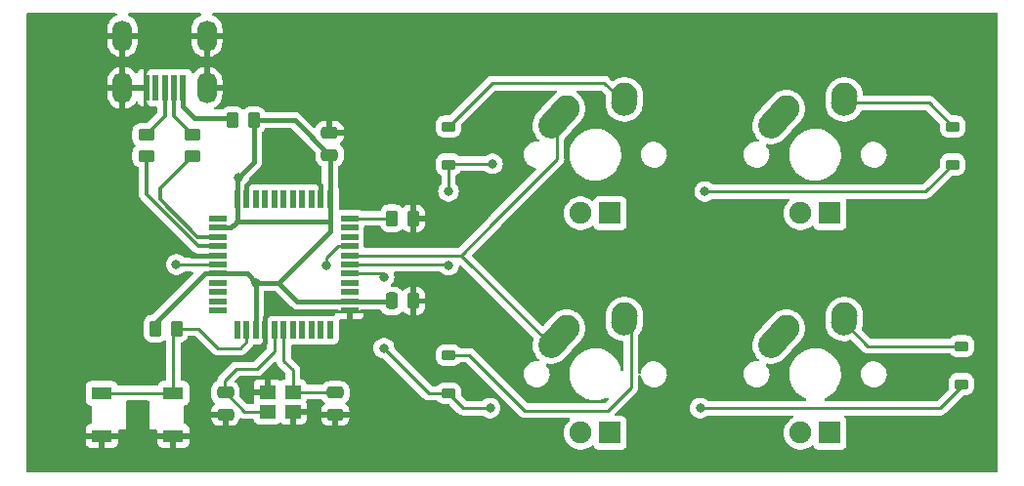
<source format=gbr>
%TF.GenerationSoftware,KiCad,Pcbnew,7.0.5-0*%
%TF.CreationDate,2023-07-02T04:04:51-04:00*%
%TF.ProjectId,Tutorial,5475746f-7269-4616-9c2e-6b696361645f,rev?*%
%TF.SameCoordinates,Original*%
%TF.FileFunction,Copper,L1,Top*%
%TF.FilePolarity,Positive*%
%FSLAX46Y46*%
G04 Gerber Fmt 4.6, Leading zero omitted, Abs format (unit mm)*
G04 Created by KiCad (PCBNEW 7.0.5-0) date 2023-07-02 04:04:51*
%MOMM*%
%LPD*%
G01*
G04 APERTURE LIST*
G04 Aperture macros list*
%AMRoundRect*
0 Rectangle with rounded corners*
0 $1 Rounding radius*
0 $2 $3 $4 $5 $6 $7 $8 $9 X,Y pos of 4 corners*
0 Add a 4 corners polygon primitive as box body*
4,1,4,$2,$3,$4,$5,$6,$7,$8,$9,$2,$3,0*
0 Add four circle primitives for the rounded corners*
1,1,$1+$1,$2,$3*
1,1,$1+$1,$4,$5*
1,1,$1+$1,$6,$7*
1,1,$1+$1,$8,$9*
0 Add four rect primitives between the rounded corners*
20,1,$1+$1,$2,$3,$4,$5,0*
20,1,$1+$1,$4,$5,$6,$7,0*
20,1,$1+$1,$6,$7,$8,$9,0*
20,1,$1+$1,$8,$9,$2,$3,0*%
%AMHorizOval*
0 Thick line with rounded ends*
0 $1 width*
0 $2 $3 position (X,Y) of the first rounded end (center of the circle)*
0 $4 $5 position (X,Y) of the second rounded end (center of the circle)*
0 Add line between two ends*
20,1,$1,$2,$3,$4,$5,0*
0 Add two circle primitives to create the rounded ends*
1,1,$1,$2,$3*
1,1,$1,$4,$5*%
G04 Aperture macros list end*
%TA.AperFunction,ComponentPad*%
%ADD10HorizOval,2.250000X0.655008X0.729993X-0.655008X-0.729993X0*%
%TD*%
%TA.AperFunction,ComponentPad*%
%ADD11C,2.250000*%
%TD*%
%TA.AperFunction,ComponentPad*%
%ADD12HorizOval,2.250000X0.020004X0.290000X-0.020004X-0.290000X0*%
%TD*%
%TA.AperFunction,ComponentPad*%
%ADD13C,1.905000*%
%TD*%
%TA.AperFunction,ComponentPad*%
%ADD14R,1.905000X1.905000*%
%TD*%
%TA.AperFunction,SMDPad,CuDef*%
%ADD15RoundRect,0.250000X-0.262500X-0.450000X0.262500X-0.450000X0.262500X0.450000X-0.262500X0.450000X0*%
%TD*%
%TA.AperFunction,SMDPad,CuDef*%
%ADD16RoundRect,0.250000X0.475000X-0.250000X0.475000X0.250000X-0.475000X0.250000X-0.475000X-0.250000X0*%
%TD*%
%TA.AperFunction,SMDPad,CuDef*%
%ADD17RoundRect,0.225000X0.375000X-0.225000X0.375000X0.225000X-0.375000X0.225000X-0.375000X-0.225000X0*%
%TD*%
%TA.AperFunction,SMDPad,CuDef*%
%ADD18RoundRect,0.250000X-0.450000X0.262500X-0.450000X-0.262500X0.450000X-0.262500X0.450000X0.262500X0*%
%TD*%
%TA.AperFunction,SMDPad,CuDef*%
%ADD19RoundRect,0.250000X-0.250000X-0.475000X0.250000X-0.475000X0.250000X0.475000X-0.250000X0.475000X0*%
%TD*%
%TA.AperFunction,SMDPad,CuDef*%
%ADD20R,1.400000X1.200000*%
%TD*%
%TA.AperFunction,SMDPad,CuDef*%
%ADD21R,1.800000X1.100000*%
%TD*%
%TA.AperFunction,SMDPad,CuDef*%
%ADD22R,0.500000X2.250000*%
%TD*%
%TA.AperFunction,ComponentPad*%
%ADD23O,1.700000X2.700000*%
%TD*%
%TA.AperFunction,SMDPad,CuDef*%
%ADD24R,1.500000X0.550000*%
%TD*%
%TA.AperFunction,SMDPad,CuDef*%
%ADD25R,0.550000X1.500000*%
%TD*%
%TA.AperFunction,ViaPad*%
%ADD26C,0.800000*%
%TD*%
%TA.AperFunction,Conductor*%
%ADD27C,0.254000*%
%TD*%
%TA.AperFunction,Conductor*%
%ADD28C,0.381000*%
%TD*%
%TA.AperFunction,Conductor*%
%ADD29C,0.304800*%
%TD*%
G04 APERTURE END LIST*
D10*
%TO.P,MX1,1,COL*%
%TO.N,COL0*%
X109557508Y-45942507D03*
D11*
X110212500Y-45212500D03*
D12*
%TO.P,MX1,2,ROW*%
%TO.N,Net-(D1-A)*%
X115232504Y-44422500D03*
D11*
X115252500Y-44132500D03*
D13*
%TO.P,MX1,3*%
%TO.N,N/C*%
X111442500Y-54292500D03*
D14*
%TO.P,MX1,4*%
X113982500Y-54292500D03*
%TD*%
D10*
%TO.P,MX2,1,COL*%
%TO.N,COL1*%
X128607508Y-45942507D03*
D11*
X129262500Y-45212500D03*
D12*
%TO.P,MX2,2,ROW*%
%TO.N,Net-(D2-A)*%
X134282504Y-44422500D03*
D11*
X134302500Y-44132500D03*
D13*
%TO.P,MX2,3*%
%TO.N,N/C*%
X130492500Y-54292500D03*
D14*
%TO.P,MX2,4*%
X133032500Y-54292500D03*
%TD*%
D10*
%TO.P,MX3,1,COL*%
%TO.N,COL0*%
X109557508Y-64992507D03*
D11*
X110212500Y-64262500D03*
D12*
%TO.P,MX3,2,ROW*%
%TO.N,Net-(D3-A)*%
X115232504Y-63472500D03*
D11*
X115252500Y-63182500D03*
D13*
%TO.P,MX3,3*%
%TO.N,N/C*%
X111442500Y-73342500D03*
D14*
%TO.P,MX3,4*%
X113982500Y-73342500D03*
%TD*%
D10*
%TO.P,MX4,1,COL*%
%TO.N,COL1*%
X128607508Y-64992507D03*
D11*
X129262500Y-64262500D03*
D12*
%TO.P,MX4,2,ROW*%
%TO.N,Net-(D4-A)*%
X134282504Y-63472500D03*
D11*
X134302500Y-63182500D03*
D13*
%TO.P,MX4,3*%
%TO.N,N/C*%
X130492500Y-73342500D03*
D14*
%TO.P,MX4,4*%
X133032500Y-73342500D03*
%TD*%
D15*
%TO.P,R1,1*%
%TO.N,Net-(U1-~{HWB}{slash}PE2)*%
X95097321Y-54727375D03*
%TO.P,R1,2*%
%TO.N,GND*%
X96922321Y-54727375D03*
%TD*%
D16*
%TO.P,C3,1*%
%TO.N,+5V*%
X89681250Y-49218896D03*
%TO.P,C3,2*%
%TO.N,GND*%
X89681250Y-47318896D03*
%TD*%
D17*
%TO.P,D3,1,K*%
%TO.N,ROW1*%
X100012500Y-69912500D03*
%TO.P,D3,2,A*%
%TO.N,Net-(D3-A)*%
X100012500Y-66612500D03*
%TD*%
D18*
%TO.P,R2,1*%
%TO.N,D+*%
X73800000Y-47487500D03*
%TO.P,R2,2*%
%TO.N,/D+_ic*%
X73800000Y-49312500D03*
%TD*%
D17*
%TO.P,D4,1,K*%
%TO.N,ROW1*%
X144462500Y-69118750D03*
%TO.P,D4,2,A*%
%TO.N,Net-(D4-A)*%
X144462500Y-65818750D03*
%TD*%
%TO.P,D2,1,K*%
%TO.N,ROW0*%
X143668750Y-50068750D03*
%TO.P,D2,2,A*%
%TO.N,Net-(D2-A)*%
X143668750Y-46768750D03*
%TD*%
D19*
%TO.P,C2,1*%
%TO.N,+5V*%
X95081250Y-61912500D03*
%TO.P,C2,2*%
%TO.N,GND*%
X96981250Y-61912500D03*
%TD*%
D16*
%TO.P,C7,1*%
%TO.N,GND*%
X80656250Y-71750000D03*
%TO.P,C7,2*%
%TO.N,Net-(U1-XTAL2)*%
X80656250Y-69850000D03*
%TD*%
D20*
%TO.P,Y1,1,1*%
%TO.N,Net-(U1-XTAL1)*%
X86518750Y-69793750D03*
%TO.P,Y1,2,2*%
%TO.N,GND*%
X84318750Y-69793750D03*
%TO.P,Y1,3,3*%
%TO.N,Net-(U1-XTAL2)*%
X84318750Y-71493750D03*
%TO.P,Y1,4,4*%
%TO.N,GND*%
X86518750Y-71493750D03*
%TD*%
D18*
%TO.P,R3,1*%
%TO.N,D-*%
X77800000Y-47494895D03*
%TO.P,R3,2*%
%TO.N,/D-_ic*%
X77800000Y-49319895D03*
%TD*%
D16*
%TO.P,C6,1*%
%TO.N,GND*%
X90181250Y-71750000D03*
%TO.P,C6,2*%
%TO.N,Net-(U1-XTAL1)*%
X90181250Y-69850000D03*
%TD*%
D21*
%TO.P,SW1,1,1*%
%TO.N,GND*%
X76158734Y-73603212D03*
X69958734Y-73603212D03*
%TO.P,SW1,2,2*%
%TO.N,Net-(U1-~{RESET})*%
X76158734Y-69903212D03*
X69958734Y-69903212D03*
%TD*%
D22*
%TO.P,USB1,1,GND*%
%TO.N,GND*%
X73806250Y-43393750D03*
%TO.P,USB1,2,ID*%
%TO.N,unconnected-(USB1-ID-Pad2)*%
X74606250Y-43393750D03*
%TO.P,USB1,3,D+*%
%TO.N,D+*%
X75406250Y-43393750D03*
%TO.P,USB1,4,D-*%
%TO.N,D-*%
X76206250Y-43393750D03*
%TO.P,USB1,5,VBUS*%
%TO.N,VCC*%
X77006250Y-43393750D03*
D23*
%TO.P,USB1,6,SHIELD*%
%TO.N,GND*%
X79056250Y-38893750D03*
X71756250Y-38893750D03*
X79056250Y-43393750D03*
X71756250Y-43393750D03*
%TD*%
D17*
%TO.P,D1,1,K*%
%TO.N,ROW0*%
X100012500Y-50068750D03*
%TO.P,D1,2,A*%
%TO.N,Net-(D1-A)*%
X100012500Y-46768750D03*
%TD*%
D24*
%TO.P,U1,1,PE6*%
%TO.N,unconnected-(U1-PE6-Pad1)*%
X80012500Y-54737500D03*
%TO.P,U1,2,UVCC*%
%TO.N,+5V*%
X80012500Y-55537500D03*
%TO.P,U1,3,D-*%
%TO.N,/D-_ic*%
X80012500Y-56337500D03*
%TO.P,U1,4,D+*%
%TO.N,/D+_ic*%
X80012500Y-57137500D03*
%TO.P,U1,5,UGND*%
%TO.N,GND*%
X80012500Y-57937500D03*
%TO.P,U1,6,UCAP*%
%TO.N,Net-(U1-UCAP)*%
X80012500Y-58737500D03*
%TO.P,U1,7,VBUS*%
%TO.N,+5V*%
X80012500Y-59537500D03*
%TO.P,U1,8,PB0*%
%TO.N,unconnected-(U1-PB0-Pad8)*%
X80012500Y-60337500D03*
%TO.P,U1,9,PB1*%
%TO.N,unconnected-(U1-PB1-Pad9)*%
X80012500Y-61137500D03*
%TO.P,U1,10,PB2*%
%TO.N,unconnected-(U1-PB2-Pad10)*%
X80012500Y-61937500D03*
%TO.P,U1,11,PB3*%
%TO.N,unconnected-(U1-PB3-Pad11)*%
X80012500Y-62737500D03*
D25*
%TO.P,U1,12,PB7*%
%TO.N,unconnected-(U1-PB7-Pad12)*%
X81712500Y-64437500D03*
%TO.P,U1,13,~{RESET}*%
%TO.N,Net-(U1-~{RESET})*%
X82512500Y-64437500D03*
%TO.P,U1,14,VCC*%
%TO.N,+5V*%
X83312500Y-64437500D03*
%TO.P,U1,15,GND*%
%TO.N,GND*%
X84112500Y-64437500D03*
%TO.P,U1,16,XTAL2*%
%TO.N,Net-(U1-XTAL2)*%
X84912500Y-64437500D03*
%TO.P,U1,17,XTAL1*%
%TO.N,Net-(U1-XTAL1)*%
X85712500Y-64437500D03*
%TO.P,U1,18,PD0*%
%TO.N,unconnected-(U1-PD0-Pad18)*%
X86512500Y-64437500D03*
%TO.P,U1,19,PD1*%
%TO.N,unconnected-(U1-PD1-Pad19)*%
X87312500Y-64437500D03*
%TO.P,U1,20,PD2*%
%TO.N,unconnected-(U1-PD2-Pad20)*%
X88112500Y-64437500D03*
%TO.P,U1,21,PD3*%
%TO.N,unconnected-(U1-PD3-Pad21)*%
X88912500Y-64437500D03*
%TO.P,U1,22,PD5*%
%TO.N,unconnected-(U1-PD5-Pad22)*%
X89712500Y-64437500D03*
D24*
%TO.P,U1,23,GND*%
%TO.N,GND*%
X91412500Y-62737500D03*
%TO.P,U1,24,AVCC*%
%TO.N,+5V*%
X91412500Y-61937500D03*
%TO.P,U1,25,PD4*%
%TO.N,unconnected-(U1-PD4-Pad25)*%
X91412500Y-61137500D03*
%TO.P,U1,26,PD6*%
%TO.N,unconnected-(U1-PD6-Pad26)*%
X91412500Y-60337500D03*
%TO.P,U1,27,PD7*%
%TO.N,ROW0*%
X91412500Y-59537500D03*
%TO.P,U1,28,PB4*%
%TO.N,COL1*%
X91412500Y-58737500D03*
%TO.P,U1,29,PB5*%
%TO.N,COL0*%
X91412500Y-57937500D03*
%TO.P,U1,30,PB6*%
%TO.N,ROW1*%
X91412500Y-57137500D03*
%TO.P,U1,31,PC6*%
%TO.N,unconnected-(U1-PC6-Pad31)*%
X91412500Y-56337500D03*
%TO.P,U1,32,PC7*%
%TO.N,unconnected-(U1-PC7-Pad32)*%
X91412500Y-55537500D03*
%TO.P,U1,33,~{HWB}/PE2*%
%TO.N,Net-(U1-~{HWB}{slash}PE2)*%
X91412500Y-54737500D03*
D25*
%TO.P,U1,34,VCC*%
%TO.N,+5V*%
X89712500Y-53037500D03*
%TO.P,U1,35,GND*%
%TO.N,GND*%
X88912500Y-53037500D03*
%TO.P,U1,36,PF7*%
%TO.N,unconnected-(U1-PF7-Pad36)*%
X88112500Y-53037500D03*
%TO.P,U1,37,PF6*%
%TO.N,unconnected-(U1-PF6-Pad37)*%
X87312500Y-53037500D03*
%TO.P,U1,38,PF5*%
%TO.N,unconnected-(U1-PF5-Pad38)*%
X86512500Y-53037500D03*
%TO.P,U1,39,PF4*%
%TO.N,unconnected-(U1-PF4-Pad39)*%
X85712500Y-53037500D03*
%TO.P,U1,40,PF1*%
%TO.N,unconnected-(U1-PF1-Pad40)*%
X84912500Y-53037500D03*
%TO.P,U1,41,PF0*%
%TO.N,unconnected-(U1-PF0-Pad41)*%
X84112500Y-53037500D03*
%TO.P,U1,42,AREF*%
%TO.N,unconnected-(U1-AREF-Pad42)*%
X83312500Y-53037500D03*
%TO.P,U1,43,GND*%
%TO.N,GND*%
X82512500Y-53037500D03*
%TO.P,U1,44,AVCC*%
%TO.N,+5V*%
X81712500Y-53037500D03*
%TD*%
D15*
%TO.P,F1,1*%
%TO.N,VCC*%
X81287500Y-46200000D03*
%TO.P,F1,2*%
%TO.N,+5V*%
X83112500Y-46200000D03*
%TD*%
%TO.P,R4,1*%
%TO.N,+5V*%
X74600000Y-64293750D03*
%TO.P,R4,2*%
%TO.N,Net-(U1-~{RESET})*%
X76425000Y-64293750D03*
%TD*%
D26*
%TO.N,Net-(U1-UCAP)*%
X76409454Y-58744161D03*
%TO.N,GND*%
X71000000Y-60200000D03*
X81800000Y-44000000D03*
X84800000Y-68200000D03*
X92000000Y-66800000D03*
X85600000Y-49600000D03*
X88800000Y-67800000D03*
X88000000Y-44800000D03*
X85200000Y-62600000D03*
%TO.N,+5V*%
X83312500Y-60312500D03*
X81800000Y-51200000D03*
%TO.N,ROW0*%
X100000000Y-52400000D03*
X122200000Y-52400000D03*
X94400000Y-59800000D03*
X103800000Y-50000000D03*
%TO.N,ROW1*%
X121800000Y-71200000D03*
X103600000Y-71200000D03*
X89400000Y-58800000D03*
X94400000Y-66000000D03*
%TO.N,COL1*%
X100000000Y-58800000D03*
%TD*%
D27*
%TO.N,Net-(U1-UCAP)*%
X76409454Y-58744161D02*
X79001839Y-58744161D01*
X79008500Y-58737500D02*
X80012500Y-58737500D01*
X79001839Y-58744161D02*
X79008500Y-58737500D01*
D28*
%TO.N,GND*%
X77737500Y-57937500D02*
X77200000Y-57400000D01*
X85600000Y-50800000D02*
X83619000Y-50800000D01*
X82512500Y-51906500D02*
X82512500Y-53037500D01*
X84318750Y-69793750D02*
X84318750Y-68681250D01*
X84112500Y-63306500D02*
X84819000Y-62600000D01*
X84318750Y-68681250D02*
X84800000Y-68200000D01*
X87806000Y-50800000D02*
X85600000Y-50800000D01*
X84112500Y-64437500D02*
X84112500Y-63306500D01*
X88912500Y-51906500D02*
X87806000Y-50800000D01*
X85600000Y-50800000D02*
X85600000Y-49600000D01*
X84819000Y-62600000D02*
X85200000Y-62600000D01*
X84112500Y-65487500D02*
X83500000Y-66100000D01*
X80012500Y-57937500D02*
X77737500Y-57937500D01*
X84112500Y-64437500D02*
X84112500Y-65487500D01*
X83619000Y-50800000D02*
X82512500Y-51906500D01*
X88912500Y-53037500D02*
X88912500Y-51906500D01*
%TO.N,+5V*%
X78881500Y-59537500D02*
X74600000Y-63819000D01*
X81540500Y-55140500D02*
X81681000Y-55000000D01*
X81681000Y-55000000D02*
X89712500Y-55000000D01*
X86912500Y-61937500D02*
X91412500Y-61937500D01*
X82537500Y-59537500D02*
X83312500Y-60312500D01*
X89712500Y-53037500D02*
X89712500Y-55000000D01*
X74600000Y-63819000D02*
X74600000Y-64293750D01*
X83112500Y-49887500D02*
X81800000Y-51200000D01*
X81143500Y-55537500D02*
X81540500Y-55140500D01*
X89712500Y-55000000D02*
X89712500Y-55887500D01*
X85287500Y-60312500D02*
X83312500Y-60312500D01*
X80012500Y-59537500D02*
X82537500Y-59537500D01*
X95056250Y-61937500D02*
X95081250Y-61912500D01*
X81712500Y-53037500D02*
X81712500Y-51287500D01*
X83112500Y-46200000D02*
X83112500Y-49887500D01*
X89712500Y-49250146D02*
X89712500Y-53037500D01*
X81712500Y-54968500D02*
X81712500Y-53037500D01*
X89712500Y-55887500D02*
X85287500Y-60312500D01*
X80012500Y-55537500D02*
X81143500Y-55537500D01*
X80012500Y-59537500D02*
X78881500Y-59537500D01*
X89681250Y-49218896D02*
X89712500Y-49250146D01*
X85287500Y-60312500D02*
X86912500Y-61937500D01*
X83312500Y-60312500D02*
X83312500Y-64437500D01*
X91412500Y-61937500D02*
X95056250Y-61937500D01*
X81712500Y-51287500D02*
X81800000Y-51200000D01*
X81540500Y-55140500D02*
X81712500Y-54968500D01*
X83112500Y-46200000D02*
X86662354Y-46200000D01*
X86662354Y-46200000D02*
X89681250Y-49218896D01*
D27*
%TO.N,Net-(U1-XTAL1)*%
X85712500Y-67112500D02*
X85712500Y-64437500D01*
X90125000Y-69793750D02*
X86518750Y-69793750D01*
X90181250Y-69850000D02*
X90125000Y-69793750D01*
X86518750Y-67918750D02*
X85712500Y-67112500D01*
X86518750Y-69793750D02*
X86518750Y-67918750D01*
%TO.N,Net-(U1-XTAL2)*%
X81600000Y-67800000D02*
X83400000Y-67800000D01*
X82300000Y-71493750D02*
X80656250Y-69850000D01*
X80656250Y-69850000D02*
X80600000Y-69793750D01*
X84318750Y-71493750D02*
X82300000Y-71493750D01*
X80600000Y-68800000D02*
X81600000Y-67800000D01*
X83400000Y-67800000D02*
X84912500Y-66287500D01*
X84912500Y-66287500D02*
X84912500Y-64437500D01*
X80600000Y-69793750D02*
X80600000Y-68800000D01*
%TO.N,ROW0*%
X122200000Y-52400000D02*
X141337500Y-52400000D01*
X91412500Y-59537500D02*
X94137500Y-59537500D01*
X94137500Y-59537500D02*
X94400000Y-59800000D01*
X100000000Y-50081250D02*
X100012500Y-50068750D01*
X100012500Y-50068750D02*
X100081250Y-50000000D01*
X141337500Y-52400000D02*
X143668750Y-50068750D01*
X100081250Y-50000000D02*
X103800000Y-50000000D01*
X100000000Y-52400000D02*
X100000000Y-50081250D01*
%TO.N,Net-(D1-A)*%
X103781250Y-43000000D02*
X100012500Y-46768750D01*
X113500000Y-43000000D02*
X103781250Y-43000000D01*
X115212500Y-44712500D02*
X113500000Y-43000000D01*
%TO.N,Net-(D2-A)*%
X141612500Y-44712500D02*
X143668750Y-46768750D01*
X134262500Y-44712500D02*
X141612500Y-44712500D01*
%TO.N,ROW1*%
X89400000Y-58146000D02*
X90408500Y-57137500D01*
X90408500Y-57137500D02*
X91412500Y-57137500D01*
X142600000Y-71200000D02*
X134200000Y-71200000D01*
X100012500Y-69912500D02*
X98312500Y-69912500D01*
X134200000Y-71200000D02*
X121800000Y-71200000D01*
X98312500Y-69912500D02*
X94400000Y-66000000D01*
X101300000Y-71200000D02*
X100012500Y-69912500D01*
X89400000Y-58800000D02*
X89400000Y-58146000D01*
X144462500Y-69118750D02*
X144462500Y-69337500D01*
X144462500Y-69337500D02*
X142600000Y-71200000D01*
X103600000Y-71200000D02*
X101300000Y-71200000D01*
%TO.N,Net-(D3-A)*%
X100012500Y-66612500D02*
X101812500Y-66612500D01*
X115800000Y-69400000D02*
X115800000Y-64350000D01*
X115800000Y-64350000D02*
X115212500Y-63762500D01*
X106600000Y-71400000D02*
X113800000Y-71400000D01*
X101812500Y-66612500D02*
X106600000Y-71400000D01*
X113800000Y-71400000D02*
X115800000Y-69400000D01*
%TO.N,Net-(D4-A)*%
X136318750Y-65818750D02*
X144462500Y-65818750D01*
X134262500Y-63762500D02*
X136318750Y-65818750D01*
D28*
%TO.N,VCC*%
X78000000Y-46000000D02*
X81087500Y-46000000D01*
X77006250Y-45006250D02*
X78000000Y-46000000D01*
X77006250Y-43393750D02*
X77006250Y-45006250D01*
X81087500Y-46000000D02*
X81287500Y-46200000D01*
D27*
%TO.N,COL0*%
X101117500Y-57937500D02*
X108902500Y-65722500D01*
X91412500Y-57937500D02*
X101117500Y-57937500D01*
X104000000Y-55055000D02*
X104000000Y-55000000D01*
X104000000Y-55000000D02*
X109400000Y-49600000D01*
X109400000Y-47170000D02*
X108902500Y-46672500D01*
X101117500Y-57937500D02*
X104000000Y-55055000D01*
X109400000Y-49600000D02*
X109400000Y-47170000D01*
%TO.N,COL1*%
X99937500Y-58737500D02*
X100000000Y-58800000D01*
X91412500Y-58737500D02*
X99937500Y-58737500D01*
%TO.N,Net-(U1-~{HWB}{slash}PE2)*%
X91412500Y-54737500D02*
X95087196Y-54737500D01*
X95087196Y-54737500D02*
X95097321Y-54727375D01*
D29*
%TO.N,/D+_ic*%
X73800000Y-52600000D02*
X78337500Y-57137500D01*
X73800000Y-49312500D02*
X73800000Y-52600000D01*
X78337500Y-57137500D02*
X80012500Y-57137500D01*
%TO.N,/D-_ic*%
X75000000Y-53086104D02*
X78251396Y-56337500D01*
X75000000Y-52119895D02*
X75000000Y-53086104D01*
X77800000Y-49319895D02*
X75000000Y-52119895D01*
X78251396Y-56337500D02*
X80012500Y-56337500D01*
D27*
%TO.N,Net-(U1-~{RESET})*%
X76158734Y-69903212D02*
X76158734Y-64560016D01*
X82512500Y-65441500D02*
X82512500Y-64437500D01*
X69958734Y-69903212D02*
X76158734Y-69903212D01*
X76425000Y-64293750D02*
X78293750Y-64293750D01*
X81954000Y-66000000D02*
X82512500Y-65441500D01*
X80000000Y-66000000D02*
X81954000Y-66000000D01*
X76158734Y-64560016D02*
X76425000Y-64293750D01*
X78293750Y-64293750D02*
X80000000Y-66000000D01*
D29*
%TO.N,D+*%
X75406250Y-45881250D02*
X73800000Y-47487500D01*
X75406250Y-43393750D02*
X75406250Y-45881250D01*
%TO.N,D-*%
X76206250Y-43393750D02*
X76206250Y-45901145D01*
X76206250Y-45901145D02*
X77800000Y-47494895D01*
%TD*%
%TA.AperFunction,Conductor*%
%TO.N,GND*%
G36*
X85020261Y-67169671D02*
G01*
X85076194Y-67211543D01*
X85096806Y-67262529D01*
X85097945Y-67262237D01*
X85099886Y-67269799D01*
X85117095Y-67313265D01*
X85118987Y-67318793D01*
X85132030Y-67363687D01*
X85132030Y-67363688D01*
X85142277Y-67381015D01*
X85150835Y-67398485D01*
X85158245Y-67417201D01*
X85185729Y-67455029D01*
X85188937Y-67459913D01*
X85212734Y-67500152D01*
X85212740Y-67500160D01*
X85226969Y-67514388D01*
X85239609Y-67529187D01*
X85251434Y-67545464D01*
X85251436Y-67545465D01*
X85251437Y-67545467D01*
X85285754Y-67573856D01*
X85287457Y-67575265D01*
X85291768Y-67579187D01*
X85579123Y-67866542D01*
X85854931Y-68142350D01*
X85888416Y-68203673D01*
X85891250Y-68230031D01*
X85891250Y-68569267D01*
X85871565Y-68636306D01*
X85818761Y-68682061D01*
X85773888Y-68693089D01*
X85770887Y-68693249D01*
X85711266Y-68699658D01*
X85576421Y-68749952D01*
X85576419Y-68749954D01*
X85492644Y-68812668D01*
X85427180Y-68837085D01*
X85358907Y-68822234D01*
X85344022Y-68812668D01*
X85260838Y-68750396D01*
X85260836Y-68750395D01*
X85126129Y-68700153D01*
X85126122Y-68700151D01*
X85066594Y-68693750D01*
X84568750Y-68693750D01*
X84568750Y-69919750D01*
X84549065Y-69986789D01*
X84496261Y-70032544D01*
X84444750Y-70043750D01*
X83118750Y-70043750D01*
X83118750Y-70441594D01*
X83125151Y-70501122D01*
X83125153Y-70501130D01*
X83161918Y-70599702D01*
X83166902Y-70669394D01*
X83161918Y-70686367D01*
X83124914Y-70785582D01*
X83083044Y-70841516D01*
X83017579Y-70865934D01*
X83008732Y-70866250D01*
X82611281Y-70866250D01*
X82544242Y-70846565D01*
X82523600Y-70829931D01*
X81918068Y-70224399D01*
X81884583Y-70163076D01*
X81881749Y-70136727D01*
X81881749Y-69549992D01*
X81881111Y-69543750D01*
X83118750Y-69543750D01*
X84068750Y-69543750D01*
X84068750Y-68693750D01*
X83570905Y-68693750D01*
X83511377Y-68700151D01*
X83511370Y-68700153D01*
X83376663Y-68750395D01*
X83376656Y-68750399D01*
X83261562Y-68836559D01*
X83261559Y-68836562D01*
X83175399Y-68951656D01*
X83175395Y-68951663D01*
X83125153Y-69086370D01*
X83125151Y-69086377D01*
X83118750Y-69145905D01*
X83118750Y-69543750D01*
X81881111Y-69543750D01*
X81871249Y-69447203D01*
X81871248Y-69447200D01*
X81859644Y-69412182D01*
X81816064Y-69280666D01*
X81723962Y-69131344D01*
X81599906Y-69007288D01*
X81535597Y-68967622D01*
X81488874Y-68915675D01*
X81477651Y-68846712D01*
X81505495Y-68782630D01*
X81512990Y-68774428D01*
X81823602Y-68463816D01*
X81884923Y-68430334D01*
X81911281Y-68427500D01*
X83317033Y-68427500D01*
X83332681Y-68429227D01*
X83332708Y-68428946D01*
X83340475Y-68429680D01*
X83340476Y-68429679D01*
X83340477Y-68429680D01*
X83347104Y-68429471D01*
X83408892Y-68427531D01*
X83410839Y-68427500D01*
X83439473Y-68427500D01*
X83439476Y-68427500D01*
X83446378Y-68426627D01*
X83452190Y-68426169D01*
X83498943Y-68424701D01*
X83518272Y-68419084D01*
X83537328Y-68415137D01*
X83557293Y-68412616D01*
X83600770Y-68395401D01*
X83606276Y-68393516D01*
X83651191Y-68380468D01*
X83668515Y-68370221D01*
X83685983Y-68361663D01*
X83704703Y-68354253D01*
X83742542Y-68326759D01*
X83747391Y-68323574D01*
X83787656Y-68299763D01*
X83801897Y-68285520D01*
X83816678Y-68272897D01*
X83832967Y-68261063D01*
X83832969Y-68261059D01*
X83832971Y-68261059D01*
X83844845Y-68246703D01*
X83862776Y-68225028D01*
X83866689Y-68220728D01*
X84889247Y-67198170D01*
X84950569Y-67164687D01*
X85020261Y-67169671D01*
G37*
%TD.AperFunction*%
%TA.AperFunction,Conductor*%
G36*
X86391809Y-46910685D02*
G01*
X86412451Y-46927319D01*
X88419431Y-48934298D01*
X88452916Y-48995621D01*
X88455750Y-49021979D01*
X88455750Y-49518897D01*
X88455751Y-49518915D01*
X88466250Y-49621692D01*
X88466251Y-49621695D01*
X88521435Y-49788227D01*
X88521437Y-49788232D01*
X88525862Y-49795406D01*
X88613538Y-49937552D01*
X88737594Y-50061608D01*
X88886916Y-50153710D01*
X88886918Y-50153711D01*
X88903946Y-50159353D01*
X88936502Y-50170141D01*
X88993947Y-50209911D01*
X89020772Y-50274427D01*
X89021500Y-50287847D01*
X89021500Y-51926691D01*
X89001815Y-51993730D01*
X88949011Y-52039485D01*
X88879853Y-52049429D01*
X88816297Y-52020404D01*
X88798234Y-52001003D01*
X88772603Y-51966766D01*
X88745046Y-51929954D01*
X88712186Y-51905355D01*
X88670317Y-51849421D01*
X88662500Y-51806090D01*
X88662500Y-51787500D01*
X88589666Y-51787500D01*
X88528095Y-51794119D01*
X88501588Y-51794119D01*
X88492318Y-51793122D01*
X88435373Y-51787000D01*
X88435365Y-51787000D01*
X87789629Y-51787000D01*
X87789620Y-51787001D01*
X87725748Y-51793867D01*
X87699242Y-51793867D01*
X87694983Y-51793409D01*
X87635373Y-51787000D01*
X87635364Y-51787000D01*
X86989629Y-51787000D01*
X86989620Y-51787001D01*
X86925748Y-51793867D01*
X86899242Y-51793867D01*
X86894983Y-51793409D01*
X86835373Y-51787000D01*
X86835364Y-51787000D01*
X86189629Y-51787000D01*
X86189620Y-51787001D01*
X86125748Y-51793867D01*
X86099242Y-51793867D01*
X86094983Y-51793409D01*
X86035373Y-51787000D01*
X86035364Y-51787000D01*
X85389629Y-51787000D01*
X85389620Y-51787001D01*
X85325748Y-51793867D01*
X85299242Y-51793867D01*
X85294983Y-51793409D01*
X85235373Y-51787000D01*
X85235364Y-51787000D01*
X84589629Y-51787000D01*
X84589620Y-51787001D01*
X84525748Y-51793867D01*
X84499242Y-51793867D01*
X84494983Y-51793409D01*
X84435373Y-51787000D01*
X84435364Y-51787000D01*
X83789629Y-51787000D01*
X83789620Y-51787001D01*
X83725748Y-51793867D01*
X83699242Y-51793867D01*
X83694983Y-51793409D01*
X83635373Y-51787000D01*
X83635364Y-51787000D01*
X82989629Y-51787000D01*
X82989625Y-51787001D01*
X82941660Y-51792157D01*
X82930017Y-51793409D01*
X82930016Y-51793409D01*
X82923404Y-51794120D01*
X82896893Y-51794119D01*
X82835342Y-51787500D01*
X82715389Y-51787500D01*
X82648350Y-51767815D01*
X82602595Y-51715011D01*
X82592651Y-51645853D01*
X82608001Y-51601501D01*
X82627179Y-51568284D01*
X82685674Y-51388256D01*
X82692441Y-51323859D01*
X82719024Y-51259246D01*
X82728072Y-51249148D01*
X83585042Y-50392178D01*
X83587734Y-50389644D01*
X83633520Y-50349083D01*
X83668259Y-50298754D01*
X83670462Y-50295758D01*
X83708188Y-50247606D01*
X83712229Y-50238626D01*
X83723250Y-50219084D01*
X83728844Y-50210982D01*
X83750531Y-50153796D01*
X83751951Y-50150365D01*
X83777057Y-50094585D01*
X83778830Y-50084903D01*
X83784856Y-50063288D01*
X83788348Y-50054082D01*
X83795719Y-49993372D01*
X83796281Y-49989682D01*
X83807304Y-49929534D01*
X83807305Y-49929527D01*
X83803613Y-49868491D01*
X83803500Y-49864747D01*
X83803500Y-47334230D01*
X83823185Y-47267191D01*
X83839819Y-47246549D01*
X83891706Y-47194662D01*
X83967712Y-47118656D01*
X84059814Y-46969334D01*
X84059816Y-46969326D01*
X84062864Y-46962791D01*
X84065796Y-46964158D01*
X84097399Y-46918534D01*
X84161921Y-46891725D01*
X84175312Y-46891000D01*
X86324770Y-46891000D01*
X86391809Y-46910685D01*
G37*
%TD.AperFunction*%
%TA.AperFunction,Conductor*%
G36*
X147542511Y-36920875D02*
G01*
X147588280Y-36973667D01*
X147599500Y-37025209D01*
X147599500Y-76675500D01*
X147579815Y-76742539D01*
X147527011Y-76788294D01*
X147475500Y-76799500D01*
X63524500Y-76799500D01*
X63457461Y-76779815D01*
X63411706Y-76727011D01*
X63400500Y-76675500D01*
X63400500Y-73853212D01*
X68558734Y-73853212D01*
X68558734Y-74201056D01*
X68565135Y-74260584D01*
X68565137Y-74260591D01*
X68615379Y-74395298D01*
X68615383Y-74395305D01*
X68701543Y-74510399D01*
X68701546Y-74510402D01*
X68816640Y-74596562D01*
X68816647Y-74596566D01*
X68951354Y-74646808D01*
X68951361Y-74646810D01*
X69010889Y-74653211D01*
X69010906Y-74653212D01*
X69708734Y-74653212D01*
X69708734Y-73853212D01*
X70208734Y-73853212D01*
X70208734Y-74653212D01*
X70906562Y-74653212D01*
X70906578Y-74653211D01*
X70966106Y-74646810D01*
X70966113Y-74646808D01*
X71100820Y-74596566D01*
X71100827Y-74596562D01*
X71215921Y-74510402D01*
X71215924Y-74510399D01*
X71302084Y-74395305D01*
X71302088Y-74395298D01*
X71352330Y-74260591D01*
X71352332Y-74260584D01*
X71358733Y-74201056D01*
X71358734Y-74201039D01*
X71358734Y-73853212D01*
X74758734Y-73853212D01*
X74758734Y-74201056D01*
X74765135Y-74260584D01*
X74765137Y-74260591D01*
X74815379Y-74395298D01*
X74815383Y-74395305D01*
X74901543Y-74510399D01*
X74901546Y-74510402D01*
X75016640Y-74596562D01*
X75016647Y-74596566D01*
X75151354Y-74646808D01*
X75151361Y-74646810D01*
X75210889Y-74653211D01*
X75210906Y-74653212D01*
X75908734Y-74653212D01*
X75908734Y-73853212D01*
X76408734Y-73853212D01*
X76408734Y-74653212D01*
X77106562Y-74653212D01*
X77106578Y-74653211D01*
X77166106Y-74646810D01*
X77166113Y-74646808D01*
X77300820Y-74596566D01*
X77300827Y-74596562D01*
X77415921Y-74510402D01*
X77415924Y-74510399D01*
X77502084Y-74395305D01*
X77502088Y-74395298D01*
X77552330Y-74260591D01*
X77552332Y-74260584D01*
X77558733Y-74201056D01*
X77558734Y-74201039D01*
X77558734Y-73853212D01*
X76408734Y-73853212D01*
X75908734Y-73853212D01*
X74758734Y-73853212D01*
X71358734Y-73853212D01*
X70208734Y-73853212D01*
X69708734Y-73853212D01*
X68558734Y-73853212D01*
X63400500Y-73853212D01*
X63400500Y-70501082D01*
X68558234Y-70501082D01*
X68558235Y-70501088D01*
X68564642Y-70560695D01*
X68614936Y-70695540D01*
X68614940Y-70695547D01*
X68701186Y-70810756D01*
X68701189Y-70810759D01*
X68816398Y-70897005D01*
X68816405Y-70897009D01*
X68951251Y-70947303D01*
X68958796Y-70949086D01*
X68958291Y-70951222D01*
X69012529Y-70973680D01*
X69052384Y-71031068D01*
X69058734Y-71070241D01*
X69058734Y-72436687D01*
X69039049Y-72503726D01*
X68986245Y-72549481D01*
X68958713Y-72557034D01*
X68958902Y-72557832D01*
X68951354Y-72559615D01*
X68816647Y-72609857D01*
X68816640Y-72609861D01*
X68701546Y-72696021D01*
X68701543Y-72696024D01*
X68615383Y-72811118D01*
X68615379Y-72811125D01*
X68565137Y-72945832D01*
X68565135Y-72945839D01*
X68558734Y-73005367D01*
X68558734Y-73353212D01*
X71358734Y-73353212D01*
X71358734Y-73177212D01*
X71378419Y-73110173D01*
X71431223Y-73064418D01*
X71482734Y-73053212D01*
X72058734Y-73053212D01*
X72058734Y-70654712D01*
X72078419Y-70587673D01*
X72131223Y-70541918D01*
X72182734Y-70530712D01*
X73934734Y-70530712D01*
X74001773Y-70550397D01*
X74047528Y-70603201D01*
X74058734Y-70654712D01*
X74058734Y-73053212D01*
X74634734Y-73053212D01*
X74701773Y-73072897D01*
X74747528Y-73125701D01*
X74758734Y-73177212D01*
X74758734Y-73353212D01*
X77558734Y-73353212D01*
X77558734Y-73005384D01*
X77558733Y-73005367D01*
X77552332Y-72945839D01*
X77552330Y-72945832D01*
X77502088Y-72811125D01*
X77502084Y-72811118D01*
X77415924Y-72696024D01*
X77415921Y-72696021D01*
X77300827Y-72609861D01*
X77300820Y-72609857D01*
X77166113Y-72559615D01*
X77158566Y-72557832D01*
X77159077Y-72555668D01*
X77104926Y-72533237D01*
X77065079Y-72475844D01*
X77058734Y-72436687D01*
X77058734Y-72000000D01*
X79431251Y-72000000D01*
X79431251Y-72049986D01*
X79441744Y-72152697D01*
X79496891Y-72319119D01*
X79496893Y-72319124D01*
X79588934Y-72468345D01*
X79712904Y-72592315D01*
X79862125Y-72684356D01*
X79862130Y-72684358D01*
X80028552Y-72739505D01*
X80028559Y-72739506D01*
X80131269Y-72749999D01*
X80406249Y-72749999D01*
X80406250Y-72749998D01*
X80406250Y-72000000D01*
X79431251Y-72000000D01*
X77058734Y-72000000D01*
X77058734Y-71070242D01*
X77078419Y-71003203D01*
X77131223Y-70957448D01*
X77158850Y-70949869D01*
X77158666Y-70949088D01*
X77166213Y-70947304D01*
X77166215Y-70947303D01*
X77166217Y-70947303D01*
X77301065Y-70897008D01*
X77416280Y-70810758D01*
X77502530Y-70695543D01*
X77552825Y-70560695D01*
X77559234Y-70501085D01*
X77559233Y-69305340D01*
X77552825Y-69245729D01*
X77549909Y-69237912D01*
X77502531Y-69110883D01*
X77502527Y-69110876D01*
X77416281Y-68995667D01*
X77416278Y-68995664D01*
X77301069Y-68909418D01*
X77301062Y-68909414D01*
X77166216Y-68859120D01*
X77166217Y-68859120D01*
X77106617Y-68852713D01*
X77106615Y-68852712D01*
X77106607Y-68852712D01*
X77106599Y-68852712D01*
X76910234Y-68852712D01*
X76843195Y-68833027D01*
X76797440Y-68780223D01*
X76786234Y-68728712D01*
X76786234Y-65591204D01*
X76805919Y-65524165D01*
X76858723Y-65478410D01*
X76871216Y-65473503D01*
X77006834Y-65428564D01*
X77156156Y-65336462D01*
X77280212Y-65212406D01*
X77372314Y-65063084D01*
X77391148Y-65006245D01*
X77430921Y-64948801D01*
X77495437Y-64921978D01*
X77508854Y-64921250D01*
X77982469Y-64921250D01*
X78049508Y-64940935D01*
X78070150Y-64957569D01*
X79497624Y-66385043D01*
X79507471Y-66397333D01*
X79507689Y-66397154D01*
X79512656Y-66403159D01*
X79528599Y-66418130D01*
X79562581Y-66450041D01*
X79563922Y-66451341D01*
X79584204Y-66471623D01*
X79584205Y-66471624D01*
X79584207Y-66471626D01*
X79589697Y-66475883D01*
X79594148Y-66479684D01*
X79628235Y-66511695D01*
X79628237Y-66511696D01*
X79645867Y-66521387D01*
X79662135Y-66532072D01*
X79678038Y-66544408D01*
X79720945Y-66562975D01*
X79726181Y-66565539D01*
X79751089Y-66579233D01*
X79767158Y-66588068D01*
X79767160Y-66588069D01*
X79767166Y-66588072D01*
X79786240Y-66592969D01*
X79786660Y-66593077D01*
X79805064Y-66599377D01*
X79823542Y-66607374D01*
X79867038Y-66614262D01*
X79869724Y-66614688D01*
X79875429Y-66615869D01*
X79920728Y-66627500D01*
X79940858Y-66627500D01*
X79960257Y-66629027D01*
X79980133Y-66632175D01*
X80022779Y-66628143D01*
X80026679Y-66627775D01*
X80032517Y-66627500D01*
X81871033Y-66627500D01*
X81886681Y-66629227D01*
X81886708Y-66628946D01*
X81894475Y-66629680D01*
X81894476Y-66629679D01*
X81894477Y-66629680D01*
X81901104Y-66629471D01*
X81962892Y-66627531D01*
X81964839Y-66627500D01*
X81993473Y-66627500D01*
X81993476Y-66627500D01*
X82000378Y-66626627D01*
X82006190Y-66626169D01*
X82052943Y-66624701D01*
X82072272Y-66619084D01*
X82091328Y-66615137D01*
X82111293Y-66612616D01*
X82154770Y-66595401D01*
X82160276Y-66593516D01*
X82205191Y-66580468D01*
X82222515Y-66570221D01*
X82239983Y-66561663D01*
X82258703Y-66554253D01*
X82296542Y-66526759D01*
X82301391Y-66523574D01*
X82341656Y-66499763D01*
X82355897Y-66485520D01*
X82370678Y-66472897D01*
X82386967Y-66461063D01*
X82386969Y-66461059D01*
X82386971Y-66461059D01*
X82408839Y-66434623D01*
X82416776Y-66425028D01*
X82420689Y-66420728D01*
X82897543Y-65943874D01*
X82909825Y-65934037D01*
X82909644Y-65933818D01*
X82915653Y-65928845D01*
X82915662Y-65928840D01*
X82962572Y-65878885D01*
X82963811Y-65877606D01*
X82984123Y-65857296D01*
X82988392Y-65851790D01*
X82992176Y-65847359D01*
X83024193Y-65813267D01*
X83033889Y-65795628D01*
X83044573Y-65779361D01*
X83056908Y-65763462D01*
X83057213Y-65762755D01*
X83057603Y-65762287D01*
X83060883Y-65756742D01*
X83061777Y-65757270D01*
X83101903Y-65709046D01*
X83168535Y-65688024D01*
X83171017Y-65687999D01*
X83635371Y-65687999D01*
X83635372Y-65687999D01*
X83694983Y-65681591D01*
X83694983Y-65681590D01*
X83701596Y-65680880D01*
X83728107Y-65680881D01*
X83789657Y-65687499D01*
X83789672Y-65687500D01*
X83862500Y-65687500D01*
X83862500Y-65668909D01*
X83882185Y-65601870D01*
X83912191Y-65569641D01*
X83931928Y-65554866D01*
X83945046Y-65545046D01*
X84013234Y-65453957D01*
X84069167Y-65412088D01*
X84138858Y-65407104D01*
X84200181Y-65440589D01*
X84211761Y-65453952D01*
X84251345Y-65506829D01*
X84260267Y-65518747D01*
X84284684Y-65584212D01*
X84285000Y-65593058D01*
X84285000Y-65976219D01*
X84265315Y-66043258D01*
X84248681Y-66063900D01*
X83176400Y-67136181D01*
X83115077Y-67169666D01*
X83088719Y-67172500D01*
X81682967Y-67172500D01*
X81667318Y-67170772D01*
X81667292Y-67171054D01*
X81659524Y-67170319D01*
X81591109Y-67172469D01*
X81589162Y-67172500D01*
X81560522Y-67172500D01*
X81553618Y-67173371D01*
X81547800Y-67173829D01*
X81501057Y-67175298D01*
X81501056Y-67175299D01*
X81481715Y-67180917D01*
X81462678Y-67184859D01*
X81442712Y-67187382D01*
X81442707Y-67187384D01*
X81399248Y-67204589D01*
X81393722Y-67206481D01*
X81348814Y-67219528D01*
X81348809Y-67219530D01*
X81331471Y-67229783D01*
X81314014Y-67238335D01*
X81295296Y-67245747D01*
X81257477Y-67273224D01*
X81252594Y-67276431D01*
X81212346Y-67300234D01*
X81198106Y-67314474D01*
X81183320Y-67327102D01*
X81167033Y-67338936D01*
X81167032Y-67338936D01*
X81137227Y-67374963D01*
X81133295Y-67379285D01*
X80214953Y-68297626D01*
X80202669Y-68307469D01*
X80202849Y-68307687D01*
X80196838Y-68312660D01*
X80149981Y-68362556D01*
X80148628Y-68363951D01*
X80128379Y-68384200D01*
X80128375Y-68384205D01*
X80124106Y-68389709D01*
X80120315Y-68394147D01*
X80088308Y-68428230D01*
X80088305Y-68428234D01*
X80078606Y-68445877D01*
X80067928Y-68462133D01*
X80055594Y-68478034D01*
X80055589Y-68478042D01*
X80037025Y-68520943D01*
X80034454Y-68526191D01*
X80011927Y-68567167D01*
X80006920Y-68586668D01*
X80000621Y-68605064D01*
X79993893Y-68620612D01*
X79992625Y-68623544D01*
X79992624Y-68623546D01*
X79985312Y-68669716D01*
X79984127Y-68675438D01*
X79972500Y-68720723D01*
X79972500Y-68740858D01*
X79970973Y-68760257D01*
X79967825Y-68780131D01*
X79967580Y-68787930D01*
X79965925Y-68787878D01*
X79954399Y-68847347D01*
X79906130Y-68897863D01*
X79883251Y-68908116D01*
X79861918Y-68915185D01*
X79861913Y-68915187D01*
X79712592Y-69007289D01*
X79588539Y-69131342D01*
X79496437Y-69280663D01*
X79496435Y-69280668D01*
X79475606Y-69343527D01*
X79441251Y-69447203D01*
X79441251Y-69447204D01*
X79441250Y-69447204D01*
X79430750Y-69549983D01*
X79430750Y-70150001D01*
X79430751Y-70150019D01*
X79441250Y-70252796D01*
X79441251Y-70252799D01*
X79496435Y-70419331D01*
X79496437Y-70419336D01*
X79510166Y-70441594D01*
X79588538Y-70568656D01*
X79712594Y-70692712D01*
X79715878Y-70694737D01*
X79715903Y-70694753D01*
X79717695Y-70696746D01*
X79718261Y-70697193D01*
X79718184Y-70697289D01*
X79762629Y-70746699D01*
X79773853Y-70815661D01*
X79746011Y-70879744D01*
X79715915Y-70905826D01*
X79712910Y-70907679D01*
X79712905Y-70907683D01*
X79588934Y-71031654D01*
X79496893Y-71180875D01*
X79496891Y-71180880D01*
X79441744Y-71347302D01*
X79441743Y-71347309D01*
X79431250Y-71450013D01*
X79431250Y-71500000D01*
X80782250Y-71500000D01*
X80849289Y-71519685D01*
X80895044Y-71572489D01*
X80906250Y-71624000D01*
X80906250Y-72749999D01*
X81181222Y-72749999D01*
X81181236Y-72749998D01*
X81283947Y-72739505D01*
X81450369Y-72684358D01*
X81450374Y-72684356D01*
X81599595Y-72592315D01*
X81723565Y-72468345D01*
X81815606Y-72319124D01*
X81815608Y-72319119D01*
X81872885Y-72146270D01*
X81874865Y-72146926D01*
X81903391Y-72094266D01*
X81964602Y-72060576D01*
X82034310Y-72065327D01*
X82051099Y-72072988D01*
X82067166Y-72081822D01*
X82086240Y-72086719D01*
X82086660Y-72086827D01*
X82105064Y-72093127D01*
X82123542Y-72101124D01*
X82167038Y-72108012D01*
X82169724Y-72108438D01*
X82175429Y-72109619D01*
X82220728Y-72121250D01*
X82240858Y-72121250D01*
X82260257Y-72122777D01*
X82280133Y-72125925D01*
X82322779Y-72121893D01*
X82326679Y-72121525D01*
X82332517Y-72121250D01*
X83008732Y-72121250D01*
X83075771Y-72140935D01*
X83121526Y-72193739D01*
X83124914Y-72201917D01*
X83174952Y-72336078D01*
X83174956Y-72336085D01*
X83261202Y-72451294D01*
X83261205Y-72451297D01*
X83376414Y-72537543D01*
X83376421Y-72537547D01*
X83511267Y-72587841D01*
X83511266Y-72587841D01*
X83518194Y-72588585D01*
X83570877Y-72594250D01*
X85066622Y-72594249D01*
X85126233Y-72587841D01*
X85261081Y-72537546D01*
X85344855Y-72474832D01*
X85410319Y-72450415D01*
X85478592Y-72465266D01*
X85493477Y-72474832D01*
X85576660Y-72537102D01*
X85576663Y-72537104D01*
X85711370Y-72587346D01*
X85711377Y-72587348D01*
X85770905Y-72593749D01*
X85770922Y-72593750D01*
X86268750Y-72593750D01*
X86268750Y-71743750D01*
X86768750Y-71743750D01*
X86768750Y-72593750D01*
X87266578Y-72593750D01*
X87266594Y-72593749D01*
X87326122Y-72587348D01*
X87326129Y-72587346D01*
X87460836Y-72537104D01*
X87460843Y-72537100D01*
X87575937Y-72450940D01*
X87575940Y-72450937D01*
X87662100Y-72335843D01*
X87662104Y-72335836D01*
X87712346Y-72201129D01*
X87712348Y-72201122D01*
X87718749Y-72141594D01*
X87718750Y-72141577D01*
X87718750Y-72000000D01*
X88956251Y-72000000D01*
X88956251Y-72049986D01*
X88966744Y-72152697D01*
X89021891Y-72319119D01*
X89021893Y-72319124D01*
X89113934Y-72468345D01*
X89237904Y-72592315D01*
X89387125Y-72684356D01*
X89387130Y-72684358D01*
X89553552Y-72739505D01*
X89553559Y-72739506D01*
X89656269Y-72749999D01*
X89931249Y-72749999D01*
X89931250Y-72749998D01*
X89931250Y-72000000D01*
X90431250Y-72000000D01*
X90431250Y-72749999D01*
X90706222Y-72749999D01*
X90706236Y-72749998D01*
X90808947Y-72739505D01*
X90975369Y-72684358D01*
X90975374Y-72684356D01*
X91124595Y-72592315D01*
X91248565Y-72468345D01*
X91340606Y-72319124D01*
X91340608Y-72319119D01*
X91395755Y-72152697D01*
X91395756Y-72152690D01*
X91406249Y-72049986D01*
X91406250Y-72049973D01*
X91406250Y-72000000D01*
X90431250Y-72000000D01*
X89931250Y-72000000D01*
X88956251Y-72000000D01*
X87718750Y-72000000D01*
X87718750Y-71743750D01*
X86768750Y-71743750D01*
X86268750Y-71743750D01*
X86268750Y-71367750D01*
X86288435Y-71300711D01*
X86341239Y-71254956D01*
X86392750Y-71243750D01*
X87718750Y-71243750D01*
X87718750Y-70845922D01*
X87718749Y-70845905D01*
X87712348Y-70786377D01*
X87712346Y-70786370D01*
X87675581Y-70687797D01*
X87670597Y-70618106D01*
X87675577Y-70601140D01*
X87712586Y-70501915D01*
X87754458Y-70445983D01*
X87819922Y-70421566D01*
X87828768Y-70421250D01*
X88953411Y-70421250D01*
X89020450Y-70440935D01*
X89058950Y-70480154D01*
X89108627Y-70560695D01*
X89113538Y-70568656D01*
X89237594Y-70692712D01*
X89240878Y-70694737D01*
X89240903Y-70694753D01*
X89242695Y-70696746D01*
X89243261Y-70697193D01*
X89243184Y-70697289D01*
X89287629Y-70746699D01*
X89298853Y-70815661D01*
X89271011Y-70879744D01*
X89240915Y-70905826D01*
X89237910Y-70907679D01*
X89237905Y-70907683D01*
X89113934Y-71031654D01*
X89021893Y-71180875D01*
X89021891Y-71180880D01*
X88966744Y-71347302D01*
X88966743Y-71347309D01*
X88956250Y-71450013D01*
X88956250Y-71500000D01*
X91406249Y-71500000D01*
X91406249Y-71450028D01*
X91406248Y-71450013D01*
X91395755Y-71347302D01*
X91340608Y-71180880D01*
X91340606Y-71180875D01*
X91248565Y-71031654D01*
X91124594Y-70907683D01*
X91124591Y-70907681D01*
X91121589Y-70905829D01*
X91119963Y-70904021D01*
X91118927Y-70903202D01*
X91119067Y-70903024D01*
X91074867Y-70853880D01*
X91063647Y-70784917D01*
X91091493Y-70720836D01*
X91121594Y-70694754D01*
X91124906Y-70692712D01*
X91248962Y-70568656D01*
X91341064Y-70419334D01*
X91396249Y-70252797D01*
X91406750Y-70150009D01*
X91406749Y-69549992D01*
X91406111Y-69543750D01*
X91396249Y-69447203D01*
X91396248Y-69447200D01*
X91384644Y-69412182D01*
X91341064Y-69280666D01*
X91248962Y-69131344D01*
X91124906Y-69007288D01*
X90975584Y-68915186D01*
X90809047Y-68860001D01*
X90809045Y-68860000D01*
X90706260Y-68849500D01*
X89656248Y-68849500D01*
X89656230Y-68849501D01*
X89553453Y-68860000D01*
X89553450Y-68860001D01*
X89386918Y-68915185D01*
X89386913Y-68915187D01*
X89237592Y-69007289D01*
X89114951Y-69129931D01*
X89053628Y-69163416D01*
X89027270Y-69166250D01*
X87828768Y-69166250D01*
X87761729Y-69146565D01*
X87715974Y-69093761D01*
X87712586Y-69085583D01*
X87662547Y-68951421D01*
X87662543Y-68951414D01*
X87576297Y-68836205D01*
X87576294Y-68836202D01*
X87461085Y-68749956D01*
X87461078Y-68749952D01*
X87326232Y-68699658D01*
X87326233Y-68699658D01*
X87266618Y-68693249D01*
X87263596Y-68693087D01*
X87197710Y-68669834D01*
X87154854Y-68614651D01*
X87146250Y-68569266D01*
X87146250Y-68001714D01*
X87147978Y-67986063D01*
X87147696Y-67986037D01*
X87148430Y-67978274D01*
X87146281Y-67909858D01*
X87146250Y-67907911D01*
X87146250Y-67879280D01*
X87146250Y-67879274D01*
X87145376Y-67872357D01*
X87144919Y-67866542D01*
X87143451Y-67819808D01*
X87137832Y-67800468D01*
X87133889Y-67781435D01*
X87131366Y-67761457D01*
X87114153Y-67717984D01*
X87112264Y-67712463D01*
X87099217Y-67667557D01*
X87088975Y-67650239D01*
X87080412Y-67632761D01*
X87073003Y-67614047D01*
X87073003Y-67614046D01*
X87045521Y-67576222D01*
X87042317Y-67571346D01*
X87018513Y-67531094D01*
X87018511Y-67531092D01*
X87018509Y-67531089D01*
X87004281Y-67516862D01*
X86991646Y-67502070D01*
X86979813Y-67485783D01*
X86979810Y-67485781D01*
X86979810Y-67485780D01*
X86979809Y-67485779D01*
X86943785Y-67455978D01*
X86939463Y-67452044D01*
X86376318Y-66888899D01*
X86342833Y-66827576D01*
X86339999Y-66801226D01*
X86339999Y-66000000D01*
X93494540Y-66000000D01*
X93514326Y-66188256D01*
X93514327Y-66188259D01*
X93572818Y-66368277D01*
X93572821Y-66368284D01*
X93667467Y-66532216D01*
X93755224Y-66629680D01*
X93794129Y-66672888D01*
X93947265Y-66784148D01*
X93947270Y-66784151D01*
X94120192Y-66861142D01*
X94120197Y-66861144D01*
X94305354Y-66900500D01*
X94361719Y-66900500D01*
X94428758Y-66920185D01*
X94449400Y-66936819D01*
X97810124Y-70297543D01*
X97819971Y-70309833D01*
X97820189Y-70309654D01*
X97825156Y-70315659D01*
X97844080Y-70333429D01*
X97875081Y-70362541D01*
X97876422Y-70363841D01*
X97896705Y-70384124D01*
X97902206Y-70388391D01*
X97906645Y-70392182D01*
X97940733Y-70424193D01*
X97958384Y-70433896D01*
X97974634Y-70444571D01*
X97981573Y-70449954D01*
X97990538Y-70456908D01*
X97990541Y-70456910D01*
X98033442Y-70475474D01*
X98038690Y-70478044D01*
X98079666Y-70500572D01*
X98098740Y-70505469D01*
X98099160Y-70505577D01*
X98117564Y-70511877D01*
X98136042Y-70519874D01*
X98179538Y-70526762D01*
X98182224Y-70527188D01*
X98187929Y-70528369D01*
X98233228Y-70540000D01*
X98253358Y-70540000D01*
X98272757Y-70541527D01*
X98292633Y-70544675D01*
X98335279Y-70540643D01*
X98339179Y-70540275D01*
X98345017Y-70540000D01*
X98964534Y-70540000D01*
X99031573Y-70559685D01*
X99061799Y-70587088D01*
X99064531Y-70590543D01*
X99184455Y-70710467D01*
X99184459Y-70710470D01*
X99328794Y-70799498D01*
X99328797Y-70799499D01*
X99328803Y-70799503D01*
X99489792Y-70852849D01*
X99589155Y-70863000D01*
X100024218Y-70862999D01*
X100091257Y-70882683D01*
X100111899Y-70899318D01*
X100797624Y-71585043D01*
X100807471Y-71597333D01*
X100807689Y-71597154D01*
X100812656Y-71603159D01*
X100831354Y-71620717D01*
X100862581Y-71650041D01*
X100863922Y-71651341D01*
X100884204Y-71671623D01*
X100884205Y-71671624D01*
X100884207Y-71671626D01*
X100889697Y-71675883D01*
X100894148Y-71679684D01*
X100928235Y-71711695D01*
X100928237Y-71711696D01*
X100945867Y-71721387D01*
X100962135Y-71732072D01*
X100978038Y-71744408D01*
X101020945Y-71762975D01*
X101026181Y-71765539D01*
X101051089Y-71779233D01*
X101067158Y-71788068D01*
X101067160Y-71788069D01*
X101067166Y-71788072D01*
X101086240Y-71792969D01*
X101086660Y-71793077D01*
X101105064Y-71799377D01*
X101123542Y-71807374D01*
X101167038Y-71814262D01*
X101169724Y-71814688D01*
X101175429Y-71815869D01*
X101220728Y-71827500D01*
X101240858Y-71827500D01*
X101260257Y-71829027D01*
X101280133Y-71832175D01*
X101322779Y-71828143D01*
X101326679Y-71827775D01*
X101332517Y-71827500D01*
X102898053Y-71827500D01*
X102965092Y-71847185D01*
X102990199Y-71868523D01*
X102992990Y-71871623D01*
X102994132Y-71872891D01*
X102994135Y-71872893D01*
X103147265Y-71984148D01*
X103147270Y-71984151D01*
X103320192Y-72061142D01*
X103320197Y-72061144D01*
X103505354Y-72100500D01*
X103505355Y-72100500D01*
X103694644Y-72100500D01*
X103694646Y-72100500D01*
X103879803Y-72061144D01*
X104052730Y-71984151D01*
X104205871Y-71872888D01*
X104332533Y-71732216D01*
X104427179Y-71568284D01*
X104485674Y-71388256D01*
X104505460Y-71200000D01*
X104485674Y-71011744D01*
X104427179Y-70831716D01*
X104332533Y-70667784D01*
X104205871Y-70527112D01*
X104205870Y-70527111D01*
X104052734Y-70415851D01*
X104052729Y-70415848D01*
X103879807Y-70338857D01*
X103879802Y-70338855D01*
X103730985Y-70307224D01*
X103694646Y-70299500D01*
X103505354Y-70299500D01*
X103472897Y-70306398D01*
X103320197Y-70338855D01*
X103320192Y-70338857D01*
X103147270Y-70415848D01*
X103147265Y-70415851D01*
X102994135Y-70527106D01*
X102994132Y-70527108D01*
X102992175Y-70529281D01*
X102990200Y-70531474D01*
X102930714Y-70568121D01*
X102898053Y-70572500D01*
X101611281Y-70572500D01*
X101544242Y-70552815D01*
X101523600Y-70536181D01*
X101149318Y-70161898D01*
X101115833Y-70100575D01*
X101112999Y-70074217D01*
X101112999Y-69639162D01*
X101112998Y-69639144D01*
X101102849Y-69539792D01*
X101102848Y-69539789D01*
X101072891Y-69449384D01*
X101049503Y-69378803D01*
X101049499Y-69378797D01*
X101049498Y-69378794D01*
X100960470Y-69234459D01*
X100960467Y-69234455D01*
X100840544Y-69114532D01*
X100840540Y-69114529D01*
X100696205Y-69025501D01*
X100696199Y-69025498D01*
X100696197Y-69025497D01*
X100696194Y-69025496D01*
X100535209Y-68972151D01*
X100435846Y-68962000D01*
X99589162Y-68962000D01*
X99589144Y-68962001D01*
X99489792Y-68972150D01*
X99489789Y-68972151D01*
X99328805Y-69025496D01*
X99328794Y-69025501D01*
X99184459Y-69114529D01*
X99184455Y-69114532D01*
X99064531Y-69234456D01*
X99061799Y-69237912D01*
X99004777Y-69278288D01*
X98964534Y-69285000D01*
X98623781Y-69285000D01*
X98556742Y-69265315D01*
X98536100Y-69248681D01*
X96173256Y-66885837D01*
X98912000Y-66885837D01*
X98912001Y-66885855D01*
X98922150Y-66985207D01*
X98922151Y-66985210D01*
X98975496Y-67146194D01*
X98975501Y-67146205D01*
X99064529Y-67290540D01*
X99064532Y-67290544D01*
X99184455Y-67410467D01*
X99184459Y-67410470D01*
X99328794Y-67499498D01*
X99328797Y-67499499D01*
X99328803Y-67499503D01*
X99489792Y-67552849D01*
X99589155Y-67563000D01*
X100435844Y-67562999D01*
X100435852Y-67562998D01*
X100435855Y-67562998D01*
X100490260Y-67557440D01*
X100535208Y-67552849D01*
X100696197Y-67499503D01*
X100840544Y-67410468D01*
X100960468Y-67290544D01*
X100960470Y-67290539D01*
X100963201Y-67287088D01*
X101020223Y-67246712D01*
X101060466Y-67240000D01*
X101501219Y-67240000D01*
X101568258Y-67259685D01*
X101588900Y-67276319D01*
X106097624Y-71785043D01*
X106107471Y-71797333D01*
X106107689Y-71797154D01*
X106112656Y-71803159D01*
X106137160Y-71826169D01*
X106162581Y-71850041D01*
X106163922Y-71851341D01*
X106184204Y-71871623D01*
X106184205Y-71871624D01*
X106184207Y-71871626D01*
X106189697Y-71875883D01*
X106194148Y-71879684D01*
X106228235Y-71911695D01*
X106228237Y-71911696D01*
X106245867Y-71921387D01*
X106262135Y-71932072D01*
X106278038Y-71944408D01*
X106278040Y-71944409D01*
X106278042Y-71944410D01*
X106282188Y-71946204D01*
X106320943Y-71962974D01*
X106326190Y-71965545D01*
X106347734Y-71977389D01*
X106367166Y-71988072D01*
X106386667Y-71993079D01*
X106405065Y-71999378D01*
X106423541Y-72007373D01*
X106469740Y-72014690D01*
X106475414Y-72015865D01*
X106520728Y-72027500D01*
X106540864Y-72027500D01*
X106560263Y-72029027D01*
X106580133Y-72032174D01*
X106626670Y-72027774D01*
X106632507Y-72027500D01*
X110405183Y-72027500D01*
X110472222Y-72047185D01*
X110517977Y-72099989D01*
X110527921Y-72169147D01*
X110498896Y-72232703D01*
X110481352Y-72249347D01*
X110455036Y-72269828D01*
X110455037Y-72269829D01*
X110455034Y-72269832D01*
X110291949Y-72446990D01*
X110160243Y-72648581D01*
X110063517Y-72869094D01*
X110004404Y-73102527D01*
X109984520Y-73342494D01*
X109984520Y-73342505D01*
X110004404Y-73582472D01*
X110004404Y-73582475D01*
X110004405Y-73582476D01*
X110063517Y-73815905D01*
X110160245Y-74036422D01*
X110291949Y-74238010D01*
X110455037Y-74415171D01*
X110645061Y-74563072D01*
X110856836Y-74677679D01*
X110975098Y-74718278D01*
X111084583Y-74755865D01*
X111084585Y-74755865D01*
X111084587Y-74755866D01*
X111322101Y-74795500D01*
X111322102Y-74795500D01*
X111562898Y-74795500D01*
X111562899Y-74795500D01*
X111800413Y-74755866D01*
X112028164Y-74677679D01*
X112239939Y-74563072D01*
X112382431Y-74452165D01*
X112447423Y-74426524D01*
X112515963Y-74440090D01*
X112566288Y-74488558D01*
X112574774Y-74506687D01*
X112586202Y-74537328D01*
X112586206Y-74537335D01*
X112672452Y-74652544D01*
X112672455Y-74652547D01*
X112787664Y-74738793D01*
X112787671Y-74738797D01*
X112922517Y-74789091D01*
X112922516Y-74789091D01*
X112929444Y-74789835D01*
X112982127Y-74795500D01*
X114982872Y-74795499D01*
X115042483Y-74789091D01*
X115177331Y-74738796D01*
X115292546Y-74652546D01*
X115378796Y-74537331D01*
X115429091Y-74402483D01*
X115435500Y-74342873D01*
X115435499Y-72342128D01*
X115429091Y-72282517D01*
X115424358Y-72269828D01*
X115378797Y-72147671D01*
X115378793Y-72147664D01*
X115292547Y-72032455D01*
X115292544Y-72032452D01*
X115177335Y-71946206D01*
X115177328Y-71946202D01*
X115042482Y-71895908D01*
X115042483Y-71895908D01*
X114982883Y-71889501D01*
X114982881Y-71889500D01*
X114982873Y-71889500D01*
X114982865Y-71889500D01*
X114497280Y-71889500D01*
X114430241Y-71869815D01*
X114384486Y-71817011D01*
X114374542Y-71747853D01*
X114403567Y-71684297D01*
X114409599Y-71677819D01*
X114887418Y-71200000D01*
X120894540Y-71200000D01*
X120914326Y-71388256D01*
X120914327Y-71388259D01*
X120972818Y-71568277D01*
X120972821Y-71568284D01*
X121067467Y-71732216D01*
X121166919Y-71842668D01*
X121194129Y-71872888D01*
X121347265Y-71984148D01*
X121347270Y-71984151D01*
X121520192Y-72061142D01*
X121520197Y-72061144D01*
X121705354Y-72100500D01*
X121705355Y-72100500D01*
X121894644Y-72100500D01*
X121894646Y-72100500D01*
X122079803Y-72061144D01*
X122252730Y-71984151D01*
X122405871Y-71872888D01*
X122409799Y-71868525D01*
X122469286Y-71831879D01*
X122501947Y-71827500D01*
X129749451Y-71827500D01*
X129816490Y-71847185D01*
X129862245Y-71899989D01*
X129872189Y-71969147D01*
X129843164Y-72032703D01*
X129808468Y-72060555D01*
X129695063Y-72121926D01*
X129695058Y-72121929D01*
X129560956Y-72226305D01*
X129505037Y-72269829D01*
X129505034Y-72269831D01*
X129505034Y-72269832D01*
X129341949Y-72446990D01*
X129210243Y-72648581D01*
X129113517Y-72869094D01*
X129054404Y-73102527D01*
X129034520Y-73342494D01*
X129034520Y-73342505D01*
X129054404Y-73582472D01*
X129054404Y-73582475D01*
X129054405Y-73582476D01*
X129113517Y-73815905D01*
X129210245Y-74036422D01*
X129341949Y-74238010D01*
X129505037Y-74415171D01*
X129695061Y-74563072D01*
X129906836Y-74677679D01*
X130025098Y-74718278D01*
X130134583Y-74755865D01*
X130134585Y-74755865D01*
X130134587Y-74755866D01*
X130372101Y-74795500D01*
X130372102Y-74795500D01*
X130612898Y-74795500D01*
X130612899Y-74795500D01*
X130850413Y-74755866D01*
X131078164Y-74677679D01*
X131289939Y-74563072D01*
X131432431Y-74452165D01*
X131497423Y-74426524D01*
X131565963Y-74440090D01*
X131616288Y-74488558D01*
X131624774Y-74506687D01*
X131636202Y-74537328D01*
X131636206Y-74537335D01*
X131722452Y-74652544D01*
X131722455Y-74652547D01*
X131837664Y-74738793D01*
X131837671Y-74738797D01*
X131972517Y-74789091D01*
X131972516Y-74789091D01*
X131979444Y-74789835D01*
X132032127Y-74795500D01*
X134032872Y-74795499D01*
X134092483Y-74789091D01*
X134227331Y-74738796D01*
X134342546Y-74652546D01*
X134428796Y-74537331D01*
X134479091Y-74402483D01*
X134485500Y-74342873D01*
X134485499Y-72342128D01*
X134479091Y-72282517D01*
X134474358Y-72269828D01*
X134428797Y-72147671D01*
X134428795Y-72147668D01*
X134428240Y-72146926D01*
X134342546Y-72032454D01*
X134342544Y-72032452D01*
X134337573Y-72025812D01*
X134313155Y-71960347D01*
X134328006Y-71892074D01*
X134377411Y-71842668D01*
X134436839Y-71827500D01*
X142517033Y-71827500D01*
X142532681Y-71829227D01*
X142532708Y-71828946D01*
X142540475Y-71829680D01*
X142540476Y-71829679D01*
X142540477Y-71829680D01*
X142547104Y-71829471D01*
X142608892Y-71827531D01*
X142610839Y-71827500D01*
X142639473Y-71827500D01*
X142639476Y-71827500D01*
X142646378Y-71826627D01*
X142652190Y-71826169D01*
X142698943Y-71824701D01*
X142718272Y-71819084D01*
X142737328Y-71815137D01*
X142757293Y-71812616D01*
X142800770Y-71795401D01*
X142806276Y-71793516D01*
X142851191Y-71780468D01*
X142868515Y-71770221D01*
X142885983Y-71761663D01*
X142904703Y-71754253D01*
X142942542Y-71726759D01*
X142947391Y-71723574D01*
X142987656Y-71699763D01*
X143001897Y-71685520D01*
X143016678Y-71672897D01*
X143032967Y-71661063D01*
X143032969Y-71661059D01*
X143032971Y-71661059D01*
X143044845Y-71646703D01*
X143062776Y-71625028D01*
X143066689Y-71620728D01*
X144581850Y-70105568D01*
X144643173Y-70072083D01*
X144669531Y-70069249D01*
X144885838Y-70069249D01*
X144885844Y-70069249D01*
X144885852Y-70069248D01*
X144885855Y-70069248D01*
X144940260Y-70063690D01*
X144985208Y-70059099D01*
X145146197Y-70005753D01*
X145290544Y-69916718D01*
X145410468Y-69796794D01*
X145499503Y-69652447D01*
X145552849Y-69491458D01*
X145563000Y-69392095D01*
X145562999Y-68845406D01*
X145561734Y-68833027D01*
X145552849Y-68746042D01*
X145552848Y-68746039D01*
X145535356Y-68693251D01*
X145499503Y-68585053D01*
X145499499Y-68585047D01*
X145499498Y-68585044D01*
X145410470Y-68440709D01*
X145410467Y-68440705D01*
X145290544Y-68320782D01*
X145290540Y-68320779D01*
X145146205Y-68231751D01*
X145146199Y-68231748D01*
X145146197Y-68231747D01*
X145141018Y-68230031D01*
X144985209Y-68178401D01*
X144885846Y-68168250D01*
X144039162Y-68168250D01*
X144039144Y-68168251D01*
X143939792Y-68178400D01*
X143939789Y-68178401D01*
X143778805Y-68231746D01*
X143778794Y-68231751D01*
X143634459Y-68320779D01*
X143634455Y-68320782D01*
X143514532Y-68440705D01*
X143514529Y-68440709D01*
X143425501Y-68585044D01*
X143425496Y-68585055D01*
X143372151Y-68746040D01*
X143362000Y-68845397D01*
X143362000Y-69392087D01*
X143362002Y-69392108D01*
X143370701Y-69477274D01*
X143357931Y-69545967D01*
X143335024Y-69577555D01*
X142376400Y-70536181D01*
X142315077Y-70569666D01*
X142288719Y-70572500D01*
X132686916Y-70572500D01*
X132619877Y-70552815D01*
X132574122Y-70500011D01*
X132564178Y-70430853D01*
X132593203Y-70367297D01*
X132637014Y-70335427D01*
X132636951Y-70335301D01*
X132637727Y-70334908D01*
X132638512Y-70334338D01*
X132640636Y-70333436D01*
X132640651Y-70333431D01*
X132908843Y-70197907D01*
X133156580Y-70027846D01*
X133379439Y-69826282D01*
X133573443Y-69596812D01*
X133735131Y-69343532D01*
X133861618Y-69070960D01*
X133950646Y-68783962D01*
X134000626Y-68487658D01*
X134009953Y-68208702D01*
X135713160Y-68208702D01*
X135723387Y-68423401D01*
X135774063Y-68632291D01*
X135774065Y-68632295D01*
X135860807Y-68822234D01*
X135863354Y-68827810D01*
X135982884Y-68995667D01*
X135988035Y-69002900D01*
X135988040Y-69002906D01*
X136143594Y-69151225D01*
X136143596Y-69151226D01*
X136143597Y-69151227D01*
X136324420Y-69267435D01*
X136523968Y-69347322D01*
X136617383Y-69365326D01*
X136735027Y-69388000D01*
X136735028Y-69388000D01*
X136896112Y-69388000D01*
X136896118Y-69388000D01*
X137056471Y-69372688D01*
X137262709Y-69312131D01*
X137453759Y-69213638D01*
X137622717Y-69080768D01*
X137763476Y-68918324D01*
X137765006Y-68915675D01*
X137818954Y-68822234D01*
X137870948Y-68732177D01*
X137941250Y-68529054D01*
X137971839Y-68316297D01*
X137961612Y-68101596D01*
X137910937Y-67892710D01*
X137821646Y-67697190D01*
X137696966Y-67522101D01*
X137696964Y-67522099D01*
X137696959Y-67522093D01*
X137541405Y-67373774D01*
X137360580Y-67257565D01*
X137161030Y-67177677D01*
X136949973Y-67137000D01*
X136949972Y-67137000D01*
X136788882Y-67137000D01*
X136632048Y-67151976D01*
X136628529Y-67152312D01*
X136628525Y-67152313D01*
X136422293Y-67212868D01*
X136231236Y-67311364D01*
X136062285Y-67444229D01*
X136062282Y-67444233D01*
X135921521Y-67606678D01*
X135814053Y-67792819D01*
X135743751Y-67995942D01*
X135743750Y-67995944D01*
X135713161Y-68208700D01*
X135713160Y-68208702D01*
X134009953Y-68208702D01*
X134010667Y-68187336D01*
X133980589Y-67888355D01*
X133978426Y-67879280D01*
X133957413Y-67791102D01*
X133910930Y-67596051D01*
X133802931Y-67315640D01*
X133658521Y-67052125D01*
X133480277Y-66810210D01*
X133271379Y-66594211D01*
X133271372Y-66594205D01*
X133067789Y-66433438D01*
X133035554Y-66407982D01*
X132777013Y-66254848D01*
X132500367Y-66137540D01*
X132500360Y-66137537D01*
X132210559Y-66058153D01*
X132210556Y-66058152D01*
X132210554Y-66058152D01*
X131912745Y-66018100D01*
X131687467Y-66018100D01*
X131687459Y-66018100D01*
X131462683Y-66033147D01*
X131462674Y-66033149D01*
X131168210Y-66093001D01*
X130884347Y-66191569D01*
X130884344Y-66191571D01*
X130616162Y-66327089D01*
X130368418Y-66497155D01*
X130145562Y-66698716D01*
X129951558Y-66928186D01*
X129951556Y-66928188D01*
X129789866Y-67181472D01*
X129680477Y-67417201D01*
X129663382Y-67454040D01*
X129643762Y-67517289D01*
X129574354Y-67741035D01*
X129548770Y-67892710D01*
X129524374Y-68037342D01*
X129514898Y-68320782D01*
X129514333Y-68337667D01*
X129544410Y-68636642D01*
X129544411Y-68636649D01*
X129614068Y-68928941D01*
X129614071Y-68928953D01*
X129722066Y-69209353D01*
X129722073Y-69209368D01*
X129866479Y-69472875D01*
X129866483Y-69472881D01*
X129957796Y-69596812D01*
X130044723Y-69714790D01*
X130253621Y-69930789D01*
X130489446Y-70117018D01*
X130747987Y-70270152D01*
X130899361Y-70334340D01*
X130953395Y-70378633D01*
X130974906Y-70445110D01*
X130957061Y-70512662D01*
X130905528Y-70559844D01*
X130850952Y-70572500D01*
X122501947Y-70572500D01*
X122434908Y-70552815D01*
X122409800Y-70531476D01*
X122405871Y-70527112D01*
X122405869Y-70527111D01*
X122405867Y-70527108D01*
X122405864Y-70527106D01*
X122252734Y-70415851D01*
X122252729Y-70415848D01*
X122079807Y-70338857D01*
X122079802Y-70338855D01*
X121930985Y-70307224D01*
X121894646Y-70299500D01*
X121705354Y-70299500D01*
X121672897Y-70306398D01*
X121520197Y-70338855D01*
X121520192Y-70338857D01*
X121347270Y-70415848D01*
X121347265Y-70415851D01*
X121194129Y-70527111D01*
X121067466Y-70667785D01*
X120972821Y-70831715D01*
X120972818Y-70831722D01*
X120917101Y-71003203D01*
X120914326Y-71011744D01*
X120894540Y-71200000D01*
X114887418Y-71200000D01*
X115297145Y-70790273D01*
X116185043Y-69902374D01*
X116197325Y-69892537D01*
X116197144Y-69892318D01*
X116203153Y-69887345D01*
X116203162Y-69887340D01*
X116250072Y-69837385D01*
X116251311Y-69836106D01*
X116271623Y-69815796D01*
X116275892Y-69810290D01*
X116279676Y-69805859D01*
X116311693Y-69771767D01*
X116321389Y-69754128D01*
X116332073Y-69737861D01*
X116344408Y-69721962D01*
X116362983Y-69679035D01*
X116365541Y-69673816D01*
X116388072Y-69632834D01*
X116393076Y-69613338D01*
X116399378Y-69594933D01*
X116407374Y-69576459D01*
X116414690Y-69530259D01*
X116415868Y-69524572D01*
X116427500Y-69479272D01*
X116427500Y-69459141D01*
X116429027Y-69439741D01*
X116432175Y-69419867D01*
X116432175Y-69419864D01*
X116430977Y-69407198D01*
X116427772Y-69373300D01*
X116427499Y-69367505D01*
X116427500Y-68446934D01*
X116447185Y-68379895D01*
X116499989Y-68334141D01*
X116569147Y-68324197D01*
X116632703Y-68353222D01*
X116670477Y-68412000D01*
X116672005Y-68417701D01*
X116673387Y-68423401D01*
X116673388Y-68423404D01*
X116686641Y-68478034D01*
X116724063Y-68632291D01*
X116724065Y-68632295D01*
X116810807Y-68822234D01*
X116813354Y-68827810D01*
X116932884Y-68995667D01*
X116938035Y-69002900D01*
X116938040Y-69002906D01*
X117093594Y-69151225D01*
X117093596Y-69151226D01*
X117093597Y-69151227D01*
X117274420Y-69267435D01*
X117473968Y-69347322D01*
X117567383Y-69365326D01*
X117685027Y-69388000D01*
X117685028Y-69388000D01*
X117846112Y-69388000D01*
X117846118Y-69388000D01*
X118006471Y-69372688D01*
X118212709Y-69312131D01*
X118403759Y-69213638D01*
X118572717Y-69080768D01*
X118713476Y-68918324D01*
X118715006Y-68915675D01*
X118768954Y-68822234D01*
X118820948Y-68732177D01*
X118891250Y-68529054D01*
X118921839Y-68316297D01*
X118916714Y-68208702D01*
X125553160Y-68208702D01*
X125563387Y-68423401D01*
X125614063Y-68632291D01*
X125614065Y-68632295D01*
X125700807Y-68822234D01*
X125703354Y-68827810D01*
X125822884Y-68995667D01*
X125828035Y-69002900D01*
X125828040Y-69002906D01*
X125983594Y-69151225D01*
X125983596Y-69151226D01*
X125983597Y-69151227D01*
X126164420Y-69267435D01*
X126363968Y-69347322D01*
X126457383Y-69365326D01*
X126575027Y-69388000D01*
X126575028Y-69388000D01*
X126736112Y-69388000D01*
X126736118Y-69388000D01*
X126896471Y-69372688D01*
X127102709Y-69312131D01*
X127293759Y-69213638D01*
X127462717Y-69080768D01*
X127603476Y-68918324D01*
X127605006Y-68915675D01*
X127658954Y-68822234D01*
X127710948Y-68732177D01*
X127781250Y-68529054D01*
X127811839Y-68316297D01*
X127801612Y-68101596D01*
X127750937Y-67892710D01*
X127661646Y-67697190D01*
X127536966Y-67522101D01*
X127536964Y-67522099D01*
X127533539Y-67517289D01*
X127534929Y-67516298D01*
X127509238Y-67460046D01*
X127519179Y-67390887D01*
X127564931Y-67338081D01*
X127631970Y-67318394D01*
X127654362Y-67320432D01*
X127784858Y-67344385D01*
X127784863Y-67344385D01*
X127784866Y-67344386D01*
X128040649Y-67350642D01*
X128294261Y-67316807D01*
X128539458Y-67243715D01*
X128770202Y-67133166D01*
X128980812Y-66987882D01*
X129119709Y-66855616D01*
X130397641Y-65431384D01*
X130403514Y-65425653D01*
X130415456Y-65415456D01*
X130484613Y-65334481D01*
X130485549Y-65333412D01*
X130515026Y-65300563D01*
X130526330Y-65285776D01*
X130528440Y-65283168D01*
X130581623Y-65220899D01*
X130602911Y-65186159D01*
X130606526Y-65180890D01*
X130613656Y-65171565D01*
X130631523Y-65148198D01*
X130670859Y-65075446D01*
X130672503Y-65072593D01*
X130715309Y-65002743D01*
X130715310Y-65002741D01*
X130715312Y-65002737D01*
X130721514Y-64987762D01*
X130730907Y-64965085D01*
X130733643Y-64959335D01*
X130748562Y-64931746D01*
X130753219Y-64923134D01*
X130780675Y-64845171D01*
X130781863Y-64842065D01*
X130813222Y-64766360D01*
X130822738Y-64726720D01*
X130824544Y-64720605D01*
X130838210Y-64681803D01*
X130853130Y-64600512D01*
X130853822Y-64597249D01*
X130872952Y-64517570D01*
X130876152Y-64476906D01*
X130876974Y-64470611D01*
X130884402Y-64430148D01*
X130886421Y-64347546D01*
X130886593Y-64344228D01*
X130889128Y-64312021D01*
X130893026Y-64262500D01*
X130889825Y-64221834D01*
X130889652Y-64215447D01*
X130890658Y-64174365D01*
X130879735Y-64092500D01*
X130879386Y-64089195D01*
X130872952Y-64007430D01*
X130863423Y-63967739D01*
X130862255Y-63961471D01*
X130856823Y-63920753D01*
X130833244Y-63841656D01*
X130832378Y-63838431D01*
X130828464Y-63822127D01*
X130813222Y-63758640D01*
X130797588Y-63720898D01*
X130795461Y-63714909D01*
X130795297Y-63714360D01*
X132636458Y-63714360D01*
X132638312Y-63906141D01*
X132661350Y-64043008D01*
X132671562Y-64103682D01*
X132680781Y-64158449D01*
X132680782Y-64158456D01*
X132762193Y-64401007D01*
X132762195Y-64401012D01*
X132823011Y-64517570D01*
X132866525Y-64600970D01*
X132880551Y-64627851D01*
X133032936Y-64833381D01*
X133215597Y-65012543D01*
X133227171Y-65020782D01*
X133424029Y-65160921D01*
X133424033Y-65160923D01*
X133424036Y-65160925D01*
X133471509Y-65184538D01*
X133653113Y-65274869D01*
X133653115Y-65274869D01*
X133653120Y-65274872D01*
X133842909Y-65334516D01*
X133897213Y-65351582D01*
X134078835Y-65378550D01*
X134150294Y-65389161D01*
X134406141Y-65386687D01*
X134658451Y-65344219D01*
X134809004Y-65293685D01*
X134878821Y-65291015D01*
X134936140Y-65323559D01*
X135391934Y-65779354D01*
X135816374Y-66203794D01*
X135826216Y-66216077D01*
X135826434Y-66215898D01*
X135831407Y-66221909D01*
X135881289Y-66268752D01*
X135882656Y-66270076D01*
X135902954Y-66290374D01*
X135908473Y-66294655D01*
X135912892Y-66298430D01*
X135946983Y-66330443D01*
X135964634Y-66340146D01*
X135980884Y-66350821D01*
X135982990Y-66352455D01*
X135996788Y-66363158D01*
X135996791Y-66363160D01*
X136039692Y-66381724D01*
X136044940Y-66384294D01*
X136085916Y-66406822D01*
X136104990Y-66411719D01*
X136105410Y-66411827D01*
X136123814Y-66418127D01*
X136142292Y-66426124D01*
X136185788Y-66433012D01*
X136188474Y-66433438D01*
X136194179Y-66434619D01*
X136239478Y-66446250D01*
X136259608Y-66446250D01*
X136279007Y-66447777D01*
X136298883Y-66450925D01*
X136341529Y-66446893D01*
X136345429Y-66446525D01*
X136351267Y-66446250D01*
X143414534Y-66446250D01*
X143481573Y-66465935D01*
X143511799Y-66493338D01*
X143514531Y-66496793D01*
X143634455Y-66616717D01*
X143634459Y-66616720D01*
X143778794Y-66705748D01*
X143778797Y-66705749D01*
X143778803Y-66705753D01*
X143939792Y-66759099D01*
X144039155Y-66769250D01*
X144885844Y-66769249D01*
X144885852Y-66769248D01*
X144885855Y-66769248D01*
X144940260Y-66763690D01*
X144985208Y-66759099D01*
X145146197Y-66705753D01*
X145290544Y-66616718D01*
X145410468Y-66496794D01*
X145499503Y-66352447D01*
X145552849Y-66191458D01*
X145563000Y-66092095D01*
X145562999Y-65545406D01*
X145562962Y-65545047D01*
X145552849Y-65446042D01*
X145552848Y-65446039D01*
X145548987Y-65434386D01*
X145499503Y-65285053D01*
X145499499Y-65285047D01*
X145499498Y-65285044D01*
X145410470Y-65140709D01*
X145410467Y-65140705D01*
X145290544Y-65020782D01*
X145290540Y-65020779D01*
X145146205Y-64931751D01*
X145146199Y-64931748D01*
X145146197Y-64931747D01*
X145146194Y-64931746D01*
X144985209Y-64878401D01*
X144885846Y-64868250D01*
X144039162Y-64868250D01*
X144039144Y-64868251D01*
X143939792Y-64878400D01*
X143939789Y-64878401D01*
X143778805Y-64931746D01*
X143778794Y-64931751D01*
X143634459Y-65020779D01*
X143634455Y-65020782D01*
X143514531Y-65140706D01*
X143511799Y-65144162D01*
X143454777Y-65184538D01*
X143414534Y-65191250D01*
X136630031Y-65191250D01*
X136562992Y-65171565D01*
X136542350Y-65154931D01*
X135824298Y-64436879D01*
X135790813Y-64375556D01*
X135793682Y-64312023D01*
X135851581Y-64127790D01*
X135856817Y-64092532D01*
X135868904Y-64011125D01*
X135879752Y-63938072D01*
X135923669Y-63301387D01*
X135933026Y-63182500D01*
X135927557Y-63113023D01*
X135927370Y-63108797D01*
X135926695Y-63038859D01*
X135917806Y-62986052D01*
X135917138Y-62980628D01*
X135914854Y-62951603D01*
X135912952Y-62927430D01*
X135904807Y-62893507D01*
X135896680Y-62859654D01*
X135895829Y-62855482D01*
X135888121Y-62809688D01*
X135884228Y-62786553D01*
X135881379Y-62778066D01*
X135870827Y-62746625D01*
X135867192Y-62735795D01*
X135865682Y-62730538D01*
X135861178Y-62711778D01*
X135853222Y-62678640D01*
X135826545Y-62614239D01*
X135825058Y-62610265D01*
X135802813Y-62543988D01*
X135778039Y-62496508D01*
X135775739Y-62491580D01*
X135755309Y-62442257D01*
X135724401Y-62391819D01*
X135718888Y-62382822D01*
X135716784Y-62379107D01*
X135684459Y-62317154D01*
X135684457Y-62317150D01*
X135652572Y-62274144D01*
X135649518Y-62269621D01*
X135621623Y-62224101D01*
X135576341Y-62171083D01*
X135573702Y-62167768D01*
X135549849Y-62135596D01*
X135532075Y-62111622D01*
X135493860Y-62074138D01*
X135490129Y-62070140D01*
X135455456Y-62029544D01*
X135402435Y-61984260D01*
X135399285Y-61981376D01*
X135349416Y-61932461D01*
X135349412Y-61932458D01*
X135349411Y-61932457D01*
X135335231Y-61922363D01*
X135305822Y-61901426D01*
X135301511Y-61898062D01*
X135260903Y-61863380D01*
X135260901Y-61863378D01*
X135260899Y-61863377D01*
X135201434Y-61826936D01*
X135197874Y-61824582D01*
X135140972Y-61784076D01*
X135093079Y-61760253D01*
X135088294Y-61757604D01*
X135042738Y-61729688D01*
X135042735Y-61729687D01*
X134978297Y-61702996D01*
X134974411Y-61701227D01*
X134911894Y-61670130D01*
X134911885Y-61670127D01*
X134860856Y-61654089D01*
X134855718Y-61652222D01*
X134831518Y-61642199D01*
X134806360Y-61631778D01*
X134806356Y-61631777D01*
X134806357Y-61631777D01*
X134738513Y-61615488D01*
X134734405Y-61614350D01*
X134691222Y-61600780D01*
X134667796Y-61593418D01*
X134614907Y-61585564D01*
X134609539Y-61584524D01*
X134557580Y-61572050D01*
X134557571Y-61572048D01*
X134487982Y-61566570D01*
X134483751Y-61566090D01*
X134446079Y-61560496D01*
X134414716Y-61555840D01*
X134414714Y-61555840D01*
X134361254Y-61556356D01*
X134355800Y-61556168D01*
X134308455Y-61552442D01*
X134302500Y-61551974D01*
X134302499Y-61551974D01*
X134232910Y-61557449D01*
X134228653Y-61557637D01*
X134213480Y-61557784D01*
X134158866Y-61558312D01*
X134106166Y-61567183D01*
X134100737Y-61567852D01*
X134047437Y-61572047D01*
X134047434Y-61572047D01*
X133979536Y-61588347D01*
X133975355Y-61589199D01*
X133906558Y-61600780D01*
X133906549Y-61600782D01*
X133855899Y-61617782D01*
X133850646Y-61619291D01*
X133798636Y-61631778D01*
X133734118Y-61658502D01*
X133730122Y-61659998D01*
X133664004Y-61682192D01*
X133663999Y-61682193D01*
X133663996Y-61682195D01*
X133663994Y-61682195D01*
X133663989Y-61682198D01*
X133616638Y-61706904D01*
X133611683Y-61709217D01*
X133562261Y-61729689D01*
X133562255Y-61729691D01*
X133502698Y-61766187D01*
X133498985Y-61768290D01*
X133437157Y-61800551D01*
X133394247Y-61832364D01*
X133389716Y-61835423D01*
X133344098Y-61863378D01*
X133290972Y-61908752D01*
X133287632Y-61911411D01*
X133231629Y-61952933D01*
X133194242Y-61991050D01*
X133190245Y-61994780D01*
X133149551Y-62029536D01*
X133149548Y-62029540D01*
X133149546Y-62029542D01*
X133149544Y-62029544D01*
X133134389Y-62047287D01*
X133104160Y-62082680D01*
X133101278Y-62085828D01*
X133052465Y-62135596D01*
X133021509Y-62179081D01*
X133018145Y-62183392D01*
X132983377Y-62224099D01*
X132946856Y-62283695D01*
X132944502Y-62287254D01*
X132904084Y-62344034D01*
X132904083Y-62344036D01*
X132885692Y-62381010D01*
X132880315Y-62391819D01*
X132877666Y-62396602D01*
X132849693Y-62442253D01*
X132849690Y-62442257D01*
X132822935Y-62506846D01*
X132821168Y-62510730D01*
X132790134Y-62573125D01*
X132774136Y-62624027D01*
X132772269Y-62629164D01*
X132751780Y-62678634D01*
X132751777Y-62678643D01*
X132735455Y-62746625D01*
X132734316Y-62750739D01*
X132713428Y-62817203D01*
X132705587Y-62869999D01*
X132704548Y-62875359D01*
X132698798Y-62899314D01*
X132692047Y-62927434D01*
X132692047Y-62927436D01*
X132686562Y-62997129D01*
X132686082Y-63001362D01*
X132685259Y-63006907D01*
X132685256Y-63006931D01*
X132681456Y-63061997D01*
X132671974Y-63182500D01*
X132671974Y-63187370D01*
X132671909Y-63187370D01*
X132671968Y-63199563D01*
X132636459Y-63714343D01*
X132636458Y-63714360D01*
X130795297Y-63714360D01*
X130783731Y-63675556D01*
X130748097Y-63601181D01*
X130746731Y-63598119D01*
X130739233Y-63580017D01*
X130715309Y-63522257D01*
X130693946Y-63487397D01*
X130690901Y-63481798D01*
X130678684Y-63456297D01*
X130673182Y-63444812D01*
X130673180Y-63444809D01*
X130626394Y-63376985D01*
X130624565Y-63374175D01*
X130581626Y-63304106D01*
X130581625Y-63304103D01*
X130555066Y-63273007D01*
X130551182Y-63267956D01*
X130527898Y-63234202D01*
X130527896Y-63234199D01*
X130471102Y-63174558D01*
X130468856Y-63172068D01*
X130457640Y-63158936D01*
X130439331Y-63137498D01*
X130415461Y-63109549D01*
X130415451Y-63109539D01*
X130384331Y-63082961D01*
X130379693Y-63078567D01*
X130351455Y-63048912D01*
X130308357Y-63015961D01*
X130286076Y-62998925D01*
X130283480Y-62996826D01*
X130254616Y-62972174D01*
X130220899Y-62943377D01*
X130214825Y-62939655D01*
X130185980Y-62921978D01*
X130180713Y-62918365D01*
X130148208Y-62893511D01*
X130148206Y-62893510D01*
X130148202Y-62893508D01*
X130148201Y-62893507D01*
X130075857Y-62854389D01*
X130072978Y-62852731D01*
X130002743Y-62809691D01*
X130002740Y-62809690D01*
X130002739Y-62809689D01*
X130002737Y-62809688D01*
X129964863Y-62793999D01*
X129959099Y-62791256D01*
X129923134Y-62771810D01*
X129845639Y-62744518D01*
X129842508Y-62743319D01*
X129769310Y-62713000D01*
X129766360Y-62711778D01*
X129766358Y-62711777D01*
X129766357Y-62711777D01*
X129726463Y-62702199D01*
X129720340Y-62700391D01*
X129681810Y-62686821D01*
X129681795Y-62686817D01*
X129601064Y-62671999D01*
X129597784Y-62671305D01*
X129517580Y-62652050D01*
X129517575Y-62652049D01*
X129517570Y-62652048D01*
X129517564Y-62652047D01*
X129517561Y-62652047D01*
X129476633Y-62648825D01*
X129470304Y-62647997D01*
X129430149Y-62640627D01*
X129348126Y-62638621D01*
X129344779Y-62638448D01*
X129262500Y-62631974D01*
X129262496Y-62631974D01*
X129221542Y-62635195D01*
X129215163Y-62635368D01*
X129174368Y-62634371D01*
X129093092Y-62645214D01*
X129089759Y-62645567D01*
X129036403Y-62649767D01*
X129007430Y-62652048D01*
X129007426Y-62652048D01*
X129007424Y-62652049D01*
X128978081Y-62659093D01*
X128967453Y-62661645D01*
X128961179Y-62662813D01*
X128957857Y-62663256D01*
X128920764Y-62668205D01*
X128920749Y-62668208D01*
X128842204Y-62691621D01*
X128838968Y-62692491D01*
X128758639Y-62711778D01*
X128720641Y-62727516D01*
X128714627Y-62729652D01*
X128675565Y-62741296D01*
X128675543Y-62741305D01*
X128601662Y-62776700D01*
X128598603Y-62778066D01*
X128522256Y-62809691D01*
X128522251Y-62809694D01*
X128487185Y-62831182D01*
X128481579Y-62834232D01*
X128444815Y-62851846D01*
X128377385Y-62898361D01*
X128374575Y-62900189D01*
X128304099Y-62943377D01*
X128272807Y-62970101D01*
X128267749Y-62973989D01*
X128234201Y-62997134D01*
X128174889Y-63053613D01*
X128172400Y-63055858D01*
X128109551Y-63109537D01*
X128109542Y-63109545D01*
X128039303Y-63191783D01*
X128038305Y-63192923D01*
X127171954Y-64158456D01*
X126699990Y-64684451D01*
X126699986Y-64684456D01*
X126699981Y-64684462D01*
X126583489Y-64836821D01*
X126583489Y-64836822D01*
X126461798Y-65061875D01*
X126376806Y-65303209D01*
X126376803Y-65303220D01*
X126330614Y-65554858D01*
X126330613Y-65554869D01*
X126324358Y-65810642D01*
X126324358Y-65810653D01*
X126358191Y-66064251D01*
X126358192Y-66064257D01*
X126358193Y-66064261D01*
X126401440Y-66209338D01*
X126431285Y-66309458D01*
X126541832Y-66540198D01*
X126541838Y-66540209D01*
X126687115Y-66750809D01*
X126855360Y-66927489D01*
X126887335Y-66989612D01*
X126880649Y-67059161D01*
X126837422Y-67114054D01*
X126771380Y-67136863D01*
X126765561Y-67137000D01*
X126628882Y-67137000D01*
X126472048Y-67151976D01*
X126468529Y-67152312D01*
X126468525Y-67152313D01*
X126262293Y-67212868D01*
X126071236Y-67311364D01*
X125902285Y-67444229D01*
X125902282Y-67444233D01*
X125761521Y-67606678D01*
X125654053Y-67792819D01*
X125583751Y-67995942D01*
X125583750Y-67995944D01*
X125553161Y-68208700D01*
X125553160Y-68208702D01*
X118916714Y-68208702D01*
X118911612Y-68101596D01*
X118860937Y-67892710D01*
X118771646Y-67697190D01*
X118646966Y-67522101D01*
X118646964Y-67522099D01*
X118646959Y-67522093D01*
X118491405Y-67373774D01*
X118310580Y-67257565D01*
X118111030Y-67177677D01*
X117899973Y-67137000D01*
X117899972Y-67137000D01*
X117738882Y-67137000D01*
X117582048Y-67151976D01*
X117578529Y-67152312D01*
X117578525Y-67152313D01*
X117372293Y-67212868D01*
X117181236Y-67311364D01*
X117012285Y-67444229D01*
X117012282Y-67444233D01*
X116871521Y-67606678D01*
X116764053Y-67792819D01*
X116693751Y-67995942D01*
X116693750Y-67995944D01*
X116674238Y-68131658D01*
X116645213Y-68195214D01*
X116586435Y-68232988D01*
X116516565Y-68232988D01*
X116457787Y-68195214D01*
X116428762Y-68131658D01*
X116427500Y-68114011D01*
X116427500Y-64895792D01*
X116447185Y-64828753D01*
X116459552Y-64813253D01*
X116459415Y-64813138D01*
X116462539Y-64809406D01*
X116462543Y-64809403D01*
X116591785Y-64627851D01*
X116610921Y-64600970D01*
X116610921Y-64600968D01*
X116610925Y-64600964D01*
X116724872Y-64371880D01*
X116801581Y-64127790D01*
X116806817Y-64092532D01*
X116818904Y-64011125D01*
X116829752Y-63938072D01*
X116873669Y-63301387D01*
X116883026Y-63182500D01*
X116877557Y-63113023D01*
X116877370Y-63108797D01*
X116876695Y-63038859D01*
X116867806Y-62986052D01*
X116867138Y-62980628D01*
X116864854Y-62951603D01*
X116862952Y-62927430D01*
X116854807Y-62893507D01*
X116846680Y-62859654D01*
X116845829Y-62855482D01*
X116838121Y-62809688D01*
X116834228Y-62786553D01*
X116831379Y-62778066D01*
X116820827Y-62746625D01*
X116817192Y-62735795D01*
X116815682Y-62730538D01*
X116811178Y-62711778D01*
X116803222Y-62678640D01*
X116776545Y-62614239D01*
X116775058Y-62610265D01*
X116752813Y-62543988D01*
X116728039Y-62496508D01*
X116725739Y-62491580D01*
X116705309Y-62442257D01*
X116674401Y-62391819D01*
X116668888Y-62382822D01*
X116666784Y-62379107D01*
X116634459Y-62317154D01*
X116634457Y-62317150D01*
X116602572Y-62274144D01*
X116599518Y-62269621D01*
X116571623Y-62224101D01*
X116526341Y-62171083D01*
X116523702Y-62167768D01*
X116499849Y-62135596D01*
X116482075Y-62111622D01*
X116443860Y-62074138D01*
X116440129Y-62070140D01*
X116405456Y-62029544D01*
X116352435Y-61984260D01*
X116349285Y-61981376D01*
X116299416Y-61932461D01*
X116299412Y-61932458D01*
X116299411Y-61932457D01*
X116285231Y-61922363D01*
X116255822Y-61901426D01*
X116251511Y-61898062D01*
X116210903Y-61863380D01*
X116210901Y-61863378D01*
X116210899Y-61863377D01*
X116151434Y-61826936D01*
X116147874Y-61824582D01*
X116090972Y-61784076D01*
X116043079Y-61760253D01*
X116038294Y-61757604D01*
X115992738Y-61729688D01*
X115992735Y-61729687D01*
X115928297Y-61702996D01*
X115924411Y-61701227D01*
X115861894Y-61670130D01*
X115861885Y-61670127D01*
X115810856Y-61654089D01*
X115805718Y-61652222D01*
X115781518Y-61642199D01*
X115756360Y-61631778D01*
X115756356Y-61631777D01*
X115756357Y-61631777D01*
X115688513Y-61615488D01*
X115684405Y-61614350D01*
X115641222Y-61600780D01*
X115617796Y-61593418D01*
X115564907Y-61585564D01*
X115559539Y-61584524D01*
X115507580Y-61572050D01*
X115507571Y-61572048D01*
X115437982Y-61566570D01*
X115433751Y-61566090D01*
X115396079Y-61560496D01*
X115364716Y-61555840D01*
X115364714Y-61555840D01*
X115311254Y-61556356D01*
X115305800Y-61556168D01*
X115258455Y-61552442D01*
X115252500Y-61551974D01*
X115252499Y-61551974D01*
X115182910Y-61557449D01*
X115178653Y-61557637D01*
X115163480Y-61557784D01*
X115108866Y-61558312D01*
X115056166Y-61567183D01*
X115050737Y-61567852D01*
X114997437Y-61572047D01*
X114997434Y-61572047D01*
X114929536Y-61588347D01*
X114925355Y-61589199D01*
X114856558Y-61600780D01*
X114856549Y-61600782D01*
X114805899Y-61617782D01*
X114800646Y-61619291D01*
X114748636Y-61631778D01*
X114684118Y-61658502D01*
X114680122Y-61659998D01*
X114614004Y-61682192D01*
X114613999Y-61682193D01*
X114613996Y-61682195D01*
X114613994Y-61682195D01*
X114613989Y-61682198D01*
X114566638Y-61706904D01*
X114561683Y-61709217D01*
X114512261Y-61729689D01*
X114512255Y-61729691D01*
X114452698Y-61766187D01*
X114448985Y-61768290D01*
X114387157Y-61800551D01*
X114344247Y-61832364D01*
X114339716Y-61835423D01*
X114294098Y-61863378D01*
X114240972Y-61908752D01*
X114237632Y-61911411D01*
X114181629Y-61952933D01*
X114144242Y-61991050D01*
X114140245Y-61994780D01*
X114099551Y-62029536D01*
X114099548Y-62029540D01*
X114099546Y-62029542D01*
X114099544Y-62029544D01*
X114084389Y-62047287D01*
X114054160Y-62082680D01*
X114051278Y-62085828D01*
X114002465Y-62135596D01*
X113971509Y-62179081D01*
X113968145Y-62183392D01*
X113933377Y-62224099D01*
X113896856Y-62283695D01*
X113894502Y-62287254D01*
X113854084Y-62344034D01*
X113854083Y-62344036D01*
X113835692Y-62381010D01*
X113830315Y-62391819D01*
X113827666Y-62396602D01*
X113799693Y-62442253D01*
X113799690Y-62442257D01*
X113772935Y-62506846D01*
X113771168Y-62510730D01*
X113740134Y-62573125D01*
X113724136Y-62624027D01*
X113722269Y-62629164D01*
X113701780Y-62678634D01*
X113701777Y-62678643D01*
X113685455Y-62746625D01*
X113684316Y-62750739D01*
X113663428Y-62817203D01*
X113655587Y-62869999D01*
X113654548Y-62875359D01*
X113648798Y-62899314D01*
X113642047Y-62927434D01*
X113642047Y-62927436D01*
X113636562Y-62997129D01*
X113636082Y-63001362D01*
X113635259Y-63006907D01*
X113635256Y-63006931D01*
X113631456Y-63061997D01*
X113621974Y-63182500D01*
X113621974Y-63187370D01*
X113621909Y-63187370D01*
X113621968Y-63199563D01*
X113586459Y-63714343D01*
X113586458Y-63714360D01*
X113588312Y-63906141D01*
X113611350Y-64043008D01*
X113621562Y-64103682D01*
X113630781Y-64158449D01*
X113630782Y-64158456D01*
X113712193Y-64401007D01*
X113712195Y-64401012D01*
X113773011Y-64517570D01*
X113816525Y-64600970D01*
X113830551Y-64627851D01*
X113982936Y-64833381D01*
X114165597Y-65012543D01*
X114177171Y-65020782D01*
X114374029Y-65160921D01*
X114374033Y-65160923D01*
X114374036Y-65160925D01*
X114421509Y-65184538D01*
X114603113Y-65274869D01*
X114603115Y-65274869D01*
X114603120Y-65274872D01*
X114847210Y-65351581D01*
X114847211Y-65351581D01*
X114847214Y-65351582D01*
X114970115Y-65369831D01*
X115066712Y-65384174D01*
X115130133Y-65413491D01*
X115167636Y-65472443D01*
X115172499Y-65506829D01*
X115172499Y-67848230D01*
X115152814Y-67915269D01*
X115100010Y-67961024D01*
X115030852Y-67970968D01*
X114967296Y-67941943D01*
X114929522Y-67883165D01*
X114927877Y-67876975D01*
X114921027Y-67848230D01*
X114860930Y-67596051D01*
X114752931Y-67315640D01*
X114608521Y-67052125D01*
X114430277Y-66810210D01*
X114221379Y-66594211D01*
X114221372Y-66594205D01*
X114017789Y-66433438D01*
X113985554Y-66407982D01*
X113727013Y-66254848D01*
X113450367Y-66137540D01*
X113450360Y-66137537D01*
X113160559Y-66058153D01*
X113160556Y-66058152D01*
X113160554Y-66058152D01*
X112862745Y-66018100D01*
X112637467Y-66018100D01*
X112637459Y-66018100D01*
X112412683Y-66033147D01*
X112412674Y-66033149D01*
X112118210Y-66093001D01*
X111834347Y-66191569D01*
X111834344Y-66191571D01*
X111566162Y-66327089D01*
X111318418Y-66497155D01*
X111095562Y-66698716D01*
X110901558Y-66928186D01*
X110901556Y-66928188D01*
X110739866Y-67181472D01*
X110630477Y-67417201D01*
X110613382Y-67454040D01*
X110593762Y-67517289D01*
X110524354Y-67741035D01*
X110498770Y-67892710D01*
X110474374Y-68037342D01*
X110464898Y-68320782D01*
X110464333Y-68337667D01*
X110494410Y-68636642D01*
X110494411Y-68636649D01*
X110564068Y-68928941D01*
X110564071Y-68928953D01*
X110672066Y-69209353D01*
X110672073Y-69209368D01*
X110816479Y-69472875D01*
X110816483Y-69472881D01*
X110907796Y-69596812D01*
X110994723Y-69714790D01*
X111203621Y-69930789D01*
X111439446Y-70117018D01*
X111697987Y-70270152D01*
X111974633Y-70387460D01*
X111974636Y-70387460D01*
X111974639Y-70387462D01*
X112108730Y-70424193D01*
X112264446Y-70466848D01*
X112562255Y-70506900D01*
X112562260Y-70506900D01*
X112787541Y-70506900D01*
X112951013Y-70495956D01*
X113012319Y-70491852D01*
X113306787Y-70431999D01*
X113590651Y-70333431D01*
X113684731Y-70285889D01*
X113753442Y-70273223D01*
X113818094Y-70299715D01*
X113858161Y-70356956D01*
X113860920Y-70426771D01*
X113828337Y-70484243D01*
X113576400Y-70736181D01*
X113515077Y-70769666D01*
X113488719Y-70772500D01*
X106911281Y-70772500D01*
X106844242Y-70752815D01*
X106823600Y-70736181D01*
X102314876Y-66227457D01*
X102305031Y-66215168D01*
X102304813Y-66215349D01*
X102299840Y-66209337D01*
X102249943Y-66162481D01*
X102248543Y-66161124D01*
X102228297Y-66140877D01*
X102222796Y-66136611D01*
X102218348Y-66132812D01*
X102184268Y-66100808D01*
X102184263Y-66100804D01*
X102166622Y-66091106D01*
X102150357Y-66080422D01*
X102148272Y-66078805D01*
X102134462Y-66068092D01*
X102119304Y-66061532D01*
X102091554Y-66049523D01*
X102086307Y-66046953D01*
X102045337Y-66024429D01*
X102045328Y-66024426D01*
X102025834Y-66019420D01*
X102007433Y-66013120D01*
X101988959Y-66005126D01*
X101988952Y-66005124D01*
X101942787Y-65997813D01*
X101937063Y-65996628D01*
X101891779Y-65985000D01*
X101891772Y-65985000D01*
X101871642Y-65985000D01*
X101852243Y-65983473D01*
X101832368Y-65980325D01*
X101832367Y-65980325D01*
X101785821Y-65984725D01*
X101779983Y-65985000D01*
X101060466Y-65985000D01*
X100993427Y-65965315D01*
X100963201Y-65937912D01*
X100960468Y-65934456D01*
X100840544Y-65814532D01*
X100840540Y-65814529D01*
X100696205Y-65725501D01*
X100696199Y-65725498D01*
X100696197Y-65725497D01*
X100646551Y-65709046D01*
X100535209Y-65672151D01*
X100435846Y-65662000D01*
X99589162Y-65662000D01*
X99589144Y-65662001D01*
X99489792Y-65672150D01*
X99489789Y-65672151D01*
X99328805Y-65725496D01*
X99328794Y-65725501D01*
X99184459Y-65814529D01*
X99184455Y-65814532D01*
X99064532Y-65934455D01*
X99064529Y-65934459D01*
X98975501Y-66078794D01*
X98975496Y-66078805D01*
X98922151Y-66239790D01*
X98912000Y-66339147D01*
X98912000Y-66885837D01*
X96173256Y-66885837D01*
X95338628Y-66051209D01*
X95305143Y-65989886D01*
X95302990Y-65976506D01*
X95285674Y-65811744D01*
X95227179Y-65631716D01*
X95132533Y-65467784D01*
X95005871Y-65327112D01*
X95005870Y-65327111D01*
X94852734Y-65215851D01*
X94852729Y-65215848D01*
X94679807Y-65138857D01*
X94679802Y-65138855D01*
X94534000Y-65107865D01*
X94494646Y-65099500D01*
X94305354Y-65099500D01*
X94272897Y-65106398D01*
X94120197Y-65138855D01*
X94120192Y-65138857D01*
X93947270Y-65215848D01*
X93947265Y-65215851D01*
X93794129Y-65327111D01*
X93667466Y-65467785D01*
X93572821Y-65631715D01*
X93572818Y-65631722D01*
X93514680Y-65810653D01*
X93514326Y-65811744D01*
X93494540Y-66000000D01*
X86339999Y-66000000D01*
X86339999Y-65811998D01*
X86359684Y-65744960D01*
X86412488Y-65699205D01*
X86463999Y-65687999D01*
X86835371Y-65687999D01*
X86835372Y-65687999D01*
X86894983Y-65681591D01*
X86894987Y-65681589D01*
X86899243Y-65681132D01*
X86925753Y-65681132D01*
X86930014Y-65681590D01*
X86930017Y-65681591D01*
X86989627Y-65688000D01*
X87635372Y-65687999D01*
X87694983Y-65681591D01*
X87694987Y-65681589D01*
X87699243Y-65681132D01*
X87725753Y-65681132D01*
X87730014Y-65681590D01*
X87730017Y-65681591D01*
X87789627Y-65688000D01*
X88435372Y-65687999D01*
X88494983Y-65681591D01*
X88494987Y-65681589D01*
X88499243Y-65681132D01*
X88525753Y-65681132D01*
X88530014Y-65681590D01*
X88530017Y-65681591D01*
X88589627Y-65688000D01*
X89235372Y-65687999D01*
X89294983Y-65681591D01*
X89294987Y-65681589D01*
X89299243Y-65681132D01*
X89325753Y-65681132D01*
X89330014Y-65681590D01*
X89330017Y-65681591D01*
X89389627Y-65688000D01*
X90035372Y-65687999D01*
X90094983Y-65681591D01*
X90229831Y-65631296D01*
X90345046Y-65545046D01*
X90431296Y-65429831D01*
X90481591Y-65294983D01*
X90481591Y-65294982D01*
X90481592Y-65294980D01*
X90484358Y-65269244D01*
X90488000Y-65235373D01*
X90487999Y-63639628D01*
X90487999Y-63639627D01*
X90487999Y-63636500D01*
X90507684Y-63569461D01*
X90560487Y-63523706D01*
X90611999Y-63512500D01*
X91162500Y-63512500D01*
X91162500Y-62987500D01*
X91662500Y-62987500D01*
X91662500Y-63512500D01*
X92210328Y-63512500D01*
X92210344Y-63512499D01*
X92269872Y-63506098D01*
X92269879Y-63506096D01*
X92404586Y-63455854D01*
X92404593Y-63455850D01*
X92519687Y-63369690D01*
X92519690Y-63369687D01*
X92605850Y-63254593D01*
X92605854Y-63254586D01*
X92656096Y-63119879D01*
X92656098Y-63119872D01*
X92662499Y-63060344D01*
X92662500Y-63060327D01*
X92662500Y-62987500D01*
X91662500Y-62987500D01*
X91162500Y-62987500D01*
X90162500Y-62987500D01*
X90162500Y-63063000D01*
X90142815Y-63130039D01*
X90090011Y-63175794D01*
X90038500Y-63187000D01*
X89389629Y-63187000D01*
X89389620Y-63187001D01*
X89325748Y-63193867D01*
X89299242Y-63193867D01*
X89294983Y-63193409D01*
X89235373Y-63187000D01*
X89235364Y-63187000D01*
X88589629Y-63187000D01*
X88589620Y-63187001D01*
X88525748Y-63193867D01*
X88499242Y-63193867D01*
X88494983Y-63193409D01*
X88435373Y-63187000D01*
X88435364Y-63187000D01*
X87789629Y-63187000D01*
X87789620Y-63187001D01*
X87725748Y-63193867D01*
X87699242Y-63193867D01*
X87694983Y-63193409D01*
X87635373Y-63187000D01*
X87635364Y-63187000D01*
X86989629Y-63187000D01*
X86989620Y-63187001D01*
X86925748Y-63193867D01*
X86899242Y-63193867D01*
X86894983Y-63193409D01*
X86835373Y-63187000D01*
X86835364Y-63187000D01*
X86189629Y-63187000D01*
X86189620Y-63187001D01*
X86125748Y-63193867D01*
X86099242Y-63193867D01*
X86094983Y-63193409D01*
X86035373Y-63187000D01*
X86035364Y-63187000D01*
X85389629Y-63187000D01*
X85389620Y-63187001D01*
X85325748Y-63193867D01*
X85299242Y-63193867D01*
X85294983Y-63193409D01*
X85235373Y-63187000D01*
X85235364Y-63187000D01*
X84589629Y-63187000D01*
X84589625Y-63187001D01*
X84545143Y-63191783D01*
X84530017Y-63193409D01*
X84530016Y-63193409D01*
X84523404Y-63194120D01*
X84496893Y-63194119D01*
X84435342Y-63187500D01*
X84362500Y-63187500D01*
X84362500Y-63206090D01*
X84342815Y-63273129D01*
X84312813Y-63305356D01*
X84279953Y-63329955D01*
X84226766Y-63401003D01*
X84170832Y-63442873D01*
X84101140Y-63447857D01*
X84039817Y-63414371D01*
X84006333Y-63353047D01*
X84003500Y-63326691D01*
X84003500Y-61127500D01*
X84023185Y-61060461D01*
X84075989Y-61014706D01*
X84127500Y-61003500D01*
X84949916Y-61003500D01*
X85016955Y-61023185D01*
X85037597Y-61039818D01*
X86407820Y-62410042D01*
X86410356Y-62412736D01*
X86450917Y-62458520D01*
X86501265Y-62493271D01*
X86504257Y-62495473D01*
X86505595Y-62496522D01*
X86552390Y-62533185D01*
X86552393Y-62533187D01*
X86552394Y-62533187D01*
X86552395Y-62533188D01*
X86561366Y-62537225D01*
X86580911Y-62548248D01*
X86589018Y-62553844D01*
X86589019Y-62553844D01*
X86589020Y-62553845D01*
X86589022Y-62553846D01*
X86613339Y-62563067D01*
X86646208Y-62575533D01*
X86649651Y-62576960D01*
X86705415Y-62602057D01*
X86715096Y-62603831D01*
X86736718Y-62609859D01*
X86739268Y-62610826D01*
X86745916Y-62613347D01*
X86745917Y-62613348D01*
X86762720Y-62615388D01*
X86806623Y-62620718D01*
X86810318Y-62621281D01*
X86838155Y-62626382D01*
X86870472Y-62632305D01*
X86870472Y-62632304D01*
X86870473Y-62632305D01*
X86931508Y-62628613D01*
X86935253Y-62628500D01*
X90341766Y-62628500D01*
X90408805Y-62648185D01*
X90416075Y-62653232D01*
X90420165Y-62656294D01*
X90420171Y-62656297D01*
X90555017Y-62706591D01*
X90555016Y-62706591D01*
X90561944Y-62707335D01*
X90614627Y-62713000D01*
X92210372Y-62712999D01*
X92269983Y-62706591D01*
X92404831Y-62656296D01*
X92404834Y-62656294D01*
X92408925Y-62653232D01*
X92474390Y-62628816D01*
X92483234Y-62628500D01*
X94030938Y-62628500D01*
X94097977Y-62648185D01*
X94143201Y-62700376D01*
X94143386Y-62700291D01*
X94143687Y-62700937D01*
X94143732Y-62700989D01*
X94143841Y-62701268D01*
X94146437Y-62706836D01*
X94170979Y-62746625D01*
X94238538Y-62856156D01*
X94362594Y-62980212D01*
X94511916Y-63072314D01*
X94678453Y-63127499D01*
X94781241Y-63138000D01*
X95381258Y-63137999D01*
X95381266Y-63137998D01*
X95381269Y-63137998D01*
X95437552Y-63132248D01*
X95484047Y-63127499D01*
X95650584Y-63072314D01*
X95799906Y-62980212D01*
X95923962Y-62856156D01*
X95926002Y-62852847D01*
X95927995Y-62851055D01*
X95928443Y-62850489D01*
X95928539Y-62850565D01*
X95977944Y-62806123D01*
X96046906Y-62794895D01*
X96110990Y-62822734D01*
X96137079Y-62852839D01*
X96138931Y-62855841D01*
X96138933Y-62855844D01*
X96262904Y-62979815D01*
X96412125Y-63071856D01*
X96412130Y-63071858D01*
X96578552Y-63127005D01*
X96578559Y-63127006D01*
X96681269Y-63137499D01*
X96731249Y-63137498D01*
X96731250Y-63137498D01*
X96731250Y-62162500D01*
X97231250Y-62162500D01*
X97231250Y-63137499D01*
X97281222Y-63137499D01*
X97281236Y-63137498D01*
X97383947Y-63127005D01*
X97550369Y-63071858D01*
X97550374Y-63071856D01*
X97699595Y-62979815D01*
X97823565Y-62855845D01*
X97915606Y-62706624D01*
X97915608Y-62706619D01*
X97970755Y-62540197D01*
X97970756Y-62540190D01*
X97981249Y-62437486D01*
X97981250Y-62437473D01*
X97981250Y-62162500D01*
X97231250Y-62162500D01*
X96731250Y-62162500D01*
X96731250Y-60687500D01*
X97231250Y-60687500D01*
X97231250Y-61662500D01*
X97981249Y-61662500D01*
X97981249Y-61387528D01*
X97981248Y-61387513D01*
X97970755Y-61284802D01*
X97915608Y-61118380D01*
X97915606Y-61118375D01*
X97823565Y-60969154D01*
X97699595Y-60845184D01*
X97550374Y-60753143D01*
X97550369Y-60753141D01*
X97383947Y-60697994D01*
X97383940Y-60697993D01*
X97281236Y-60687500D01*
X97231250Y-60687500D01*
X96731250Y-60687500D01*
X96731249Y-60687499D01*
X96681279Y-60687500D01*
X96681261Y-60687501D01*
X96578552Y-60697994D01*
X96412130Y-60753141D01*
X96412125Y-60753143D01*
X96262904Y-60845184D01*
X96138933Y-60969155D01*
X96138929Y-60969160D01*
X96137076Y-60972165D01*
X96135268Y-60973790D01*
X96134452Y-60974823D01*
X96134275Y-60974683D01*
X96085124Y-61018885D01*
X96016161Y-61030101D01*
X95952081Y-61002252D01*
X95926003Y-60972153D01*
X95925987Y-60972128D01*
X95923962Y-60968844D01*
X95799906Y-60844788D01*
X95699243Y-60782699D01*
X95650586Y-60752687D01*
X95650581Y-60752685D01*
X95644757Y-60750755D01*
X95484047Y-60697501D01*
X95484045Y-60697500D01*
X95381266Y-60687000D01*
X95091105Y-60687000D01*
X95024066Y-60667315D01*
X94978311Y-60614511D01*
X94968367Y-60545353D01*
X94997392Y-60481797D01*
X95002932Y-60476151D01*
X95005868Y-60472890D01*
X95005871Y-60472888D01*
X95132533Y-60332216D01*
X95227179Y-60168284D01*
X95285674Y-59988256D01*
X95305460Y-59800000D01*
X95285674Y-59611744D01*
X95258241Y-59527317D01*
X95256247Y-59457477D01*
X95292327Y-59397644D01*
X95355028Y-59366816D01*
X95376173Y-59365000D01*
X99241778Y-59365000D01*
X99308817Y-59384685D01*
X99333927Y-59406027D01*
X99374742Y-59451357D01*
X99394129Y-59472888D01*
X99547265Y-59584148D01*
X99547270Y-59584151D01*
X99720192Y-59661142D01*
X99720197Y-59661144D01*
X99905354Y-59700500D01*
X99905355Y-59700500D01*
X100094644Y-59700500D01*
X100094646Y-59700500D01*
X100279803Y-59661144D01*
X100452730Y-59584151D01*
X100605871Y-59472888D01*
X100732533Y-59332216D01*
X100827179Y-59168284D01*
X100885674Y-58988256D01*
X100896082Y-58889221D01*
X100922666Y-58824608D01*
X100979964Y-58784623D01*
X101049783Y-58781963D01*
X101107084Y-58814503D01*
X107341646Y-65049065D01*
X107375131Y-65110388D01*
X107370924Y-65177935D01*
X107326807Y-65303206D01*
X107326803Y-65303223D01*
X107280614Y-65554858D01*
X107280613Y-65554869D01*
X107274358Y-65810642D01*
X107274358Y-65810653D01*
X107308191Y-66064251D01*
X107308192Y-66064257D01*
X107308193Y-66064261D01*
X107351440Y-66209338D01*
X107381285Y-66309458D01*
X107491832Y-66540198D01*
X107491838Y-66540209D01*
X107637115Y-66750809D01*
X107805360Y-66927489D01*
X107837335Y-66989612D01*
X107830649Y-67059161D01*
X107787422Y-67114054D01*
X107721380Y-67136863D01*
X107715561Y-67137000D01*
X107578882Y-67137000D01*
X107422048Y-67151976D01*
X107418529Y-67152312D01*
X107418525Y-67152313D01*
X107212293Y-67212868D01*
X107021236Y-67311364D01*
X106852285Y-67444229D01*
X106852282Y-67444233D01*
X106711521Y-67606678D01*
X106604053Y-67792819D01*
X106533751Y-67995942D01*
X106533750Y-67995944D01*
X106503161Y-68208700D01*
X106503160Y-68208702D01*
X106513387Y-68423401D01*
X106564063Y-68632291D01*
X106564065Y-68632295D01*
X106650807Y-68822234D01*
X106653354Y-68827810D01*
X106772884Y-68995667D01*
X106778035Y-69002900D01*
X106778040Y-69002906D01*
X106933594Y-69151225D01*
X106933596Y-69151226D01*
X106933597Y-69151227D01*
X107114420Y-69267435D01*
X107313968Y-69347322D01*
X107407383Y-69365326D01*
X107525027Y-69388000D01*
X107525028Y-69388000D01*
X107686112Y-69388000D01*
X107686118Y-69388000D01*
X107846471Y-69372688D01*
X108052709Y-69312131D01*
X108243759Y-69213638D01*
X108412717Y-69080768D01*
X108553476Y-68918324D01*
X108555006Y-68915675D01*
X108608954Y-68822234D01*
X108660948Y-68732177D01*
X108731250Y-68529054D01*
X108761839Y-68316297D01*
X108751612Y-68101596D01*
X108700937Y-67892710D01*
X108611646Y-67697190D01*
X108486966Y-67522101D01*
X108486964Y-67522099D01*
X108483539Y-67517289D01*
X108484929Y-67516298D01*
X108459238Y-67460046D01*
X108469179Y-67390887D01*
X108514931Y-67338081D01*
X108581970Y-67318394D01*
X108604362Y-67320432D01*
X108734858Y-67344385D01*
X108734863Y-67344385D01*
X108734866Y-67344386D01*
X108990649Y-67350642D01*
X109244261Y-67316807D01*
X109489458Y-67243715D01*
X109720202Y-67133166D01*
X109930812Y-66987882D01*
X110069709Y-66855616D01*
X111347641Y-65431384D01*
X111353514Y-65425653D01*
X111365456Y-65415456D01*
X111434613Y-65334481D01*
X111435549Y-65333412D01*
X111465026Y-65300563D01*
X111476330Y-65285776D01*
X111478440Y-65283168D01*
X111531623Y-65220899D01*
X111552911Y-65186159D01*
X111556526Y-65180890D01*
X111563656Y-65171565D01*
X111581523Y-65148198D01*
X111620859Y-65075446D01*
X111622503Y-65072593D01*
X111665309Y-65002743D01*
X111665310Y-65002741D01*
X111665312Y-65002737D01*
X111671514Y-64987762D01*
X111680907Y-64965085D01*
X111683643Y-64959335D01*
X111698562Y-64931746D01*
X111703219Y-64923134D01*
X111730675Y-64845171D01*
X111731863Y-64842065D01*
X111763222Y-64766360D01*
X111772738Y-64726720D01*
X111774544Y-64720605D01*
X111788210Y-64681803D01*
X111803130Y-64600512D01*
X111803822Y-64597249D01*
X111822952Y-64517570D01*
X111826152Y-64476906D01*
X111826974Y-64470611D01*
X111834402Y-64430148D01*
X111836421Y-64347546D01*
X111836593Y-64344228D01*
X111839128Y-64312021D01*
X111843026Y-64262500D01*
X111839825Y-64221834D01*
X111839652Y-64215447D01*
X111840658Y-64174365D01*
X111829735Y-64092500D01*
X111829386Y-64089195D01*
X111822952Y-64007430D01*
X111813423Y-63967739D01*
X111812255Y-63961471D01*
X111806823Y-63920753D01*
X111783244Y-63841656D01*
X111782378Y-63838431D01*
X111778464Y-63822127D01*
X111763222Y-63758640D01*
X111747588Y-63720898D01*
X111745461Y-63714909D01*
X111733731Y-63675556D01*
X111698097Y-63601181D01*
X111696731Y-63598119D01*
X111689233Y-63580017D01*
X111665309Y-63522257D01*
X111643946Y-63487397D01*
X111640901Y-63481798D01*
X111628684Y-63456297D01*
X111623182Y-63444812D01*
X111623180Y-63444809D01*
X111576394Y-63376985D01*
X111574565Y-63374175D01*
X111531626Y-63304106D01*
X111531625Y-63304103D01*
X111505066Y-63273007D01*
X111501182Y-63267956D01*
X111477898Y-63234202D01*
X111477896Y-63234199D01*
X111421102Y-63174558D01*
X111418856Y-63172068D01*
X111407640Y-63158936D01*
X111389331Y-63137498D01*
X111365461Y-63109549D01*
X111365451Y-63109539D01*
X111334331Y-63082961D01*
X111329693Y-63078567D01*
X111301455Y-63048912D01*
X111258357Y-63015961D01*
X111236076Y-62998925D01*
X111233480Y-62996826D01*
X111204616Y-62972174D01*
X111170899Y-62943377D01*
X111164825Y-62939655D01*
X111135980Y-62921978D01*
X111130713Y-62918365D01*
X111098208Y-62893511D01*
X111098206Y-62893510D01*
X111098202Y-62893508D01*
X111098201Y-62893507D01*
X111025857Y-62854389D01*
X111022978Y-62852731D01*
X110952743Y-62809691D01*
X110952740Y-62809690D01*
X110952739Y-62809689D01*
X110952737Y-62809688D01*
X110914863Y-62793999D01*
X110909099Y-62791256D01*
X110873134Y-62771810D01*
X110795639Y-62744518D01*
X110792508Y-62743319D01*
X110719310Y-62713000D01*
X110716360Y-62711778D01*
X110716358Y-62711777D01*
X110716357Y-62711777D01*
X110676463Y-62702199D01*
X110670340Y-62700391D01*
X110631810Y-62686821D01*
X110631795Y-62686817D01*
X110551064Y-62671999D01*
X110547784Y-62671305D01*
X110467580Y-62652050D01*
X110467575Y-62652049D01*
X110467570Y-62652048D01*
X110467564Y-62652047D01*
X110467561Y-62652047D01*
X110426633Y-62648825D01*
X110420304Y-62647997D01*
X110380149Y-62640627D01*
X110298126Y-62638621D01*
X110294779Y-62638448D01*
X110212500Y-62631974D01*
X110212496Y-62631974D01*
X110171542Y-62635195D01*
X110165163Y-62635368D01*
X110124368Y-62634371D01*
X110043092Y-62645214D01*
X110039759Y-62645567D01*
X109986403Y-62649767D01*
X109957430Y-62652048D01*
X109957426Y-62652048D01*
X109957424Y-62652049D01*
X109928081Y-62659093D01*
X109917453Y-62661645D01*
X109911179Y-62662813D01*
X109907857Y-62663256D01*
X109870764Y-62668205D01*
X109870749Y-62668208D01*
X109792204Y-62691621D01*
X109788968Y-62692491D01*
X109708639Y-62711778D01*
X109670641Y-62727516D01*
X109664627Y-62729652D01*
X109625565Y-62741296D01*
X109625543Y-62741305D01*
X109551662Y-62776700D01*
X109548603Y-62778066D01*
X109472256Y-62809691D01*
X109472251Y-62809694D01*
X109437185Y-62831182D01*
X109431579Y-62834232D01*
X109394815Y-62851846D01*
X109327385Y-62898361D01*
X109324575Y-62900189D01*
X109254099Y-62943377D01*
X109222807Y-62970101D01*
X109217749Y-62973989D01*
X109184201Y-62997134D01*
X109124889Y-63053613D01*
X109122400Y-63055858D01*
X109059551Y-63109537D01*
X109059542Y-63109545D01*
X108989303Y-63191783D01*
X108988305Y-63192923D01*
X108258518Y-64006257D01*
X108199095Y-64043008D01*
X108129236Y-64041799D01*
X108078544Y-64011125D01*
X102092599Y-58025180D01*
X102059114Y-57963857D01*
X102064098Y-57894165D01*
X102092595Y-57849823D01*
X104385043Y-55557374D01*
X104397325Y-55547537D01*
X104397144Y-55547318D01*
X104403152Y-55542346D01*
X104403162Y-55542340D01*
X104450041Y-55492418D01*
X104451343Y-55491074D01*
X104471624Y-55470795D01*
X104475895Y-55465288D01*
X104479675Y-55460860D01*
X104511693Y-55426767D01*
X104521388Y-55409130D01*
X104532072Y-55392863D01*
X104544408Y-55376962D01*
X104560913Y-55338818D01*
X104587029Y-55300388D01*
X105594912Y-54292505D01*
X109984520Y-54292505D01*
X110004404Y-54532472D01*
X110063517Y-54765905D01*
X110156276Y-54977375D01*
X110160245Y-54986422D01*
X110291949Y-55188010D01*
X110455037Y-55365171D01*
X110645061Y-55513072D01*
X110856836Y-55627679D01*
X110914774Y-55647569D01*
X111084583Y-55705865D01*
X111084585Y-55705865D01*
X111084587Y-55705866D01*
X111322101Y-55745500D01*
X111322102Y-55745500D01*
X111562898Y-55745500D01*
X111562899Y-55745500D01*
X111800413Y-55705866D01*
X112028164Y-55627679D01*
X112239939Y-55513072D01*
X112382431Y-55402165D01*
X112447423Y-55376524D01*
X112515963Y-55390090D01*
X112566288Y-55438558D01*
X112574774Y-55456687D01*
X112586202Y-55487328D01*
X112586206Y-55487335D01*
X112672452Y-55602544D01*
X112672455Y-55602547D01*
X112787664Y-55688793D01*
X112787671Y-55688797D01*
X112922517Y-55739091D01*
X112922516Y-55739091D01*
X112929444Y-55739835D01*
X112982127Y-55745500D01*
X114982872Y-55745499D01*
X115042483Y-55739091D01*
X115177331Y-55688796D01*
X115292546Y-55602546D01*
X115378796Y-55487331D01*
X115429091Y-55352483D01*
X115435500Y-55292873D01*
X115435499Y-53292128D01*
X115429091Y-53232517D01*
X115424358Y-53219828D01*
X115378797Y-53097671D01*
X115378793Y-53097664D01*
X115292547Y-52982455D01*
X115292544Y-52982452D01*
X115177335Y-52896206D01*
X115177328Y-52896202D01*
X115042482Y-52845908D01*
X115042483Y-52845908D01*
X114982883Y-52839501D01*
X114982881Y-52839500D01*
X114982873Y-52839500D01*
X114982864Y-52839500D01*
X112982129Y-52839500D01*
X112982123Y-52839501D01*
X112922516Y-52845908D01*
X112787671Y-52896202D01*
X112787664Y-52896206D01*
X112672455Y-52982452D01*
X112672452Y-52982455D01*
X112586206Y-53097664D01*
X112586200Y-53097675D01*
X112574773Y-53128313D01*
X112532902Y-53184247D01*
X112467437Y-53208663D01*
X112399164Y-53193811D01*
X112382430Y-53182832D01*
X112239947Y-53071933D01*
X112239941Y-53071929D01*
X112028165Y-52957321D01*
X112028156Y-52957318D01*
X111800416Y-52879134D01*
X111601300Y-52845908D01*
X111562899Y-52839500D01*
X111322101Y-52839500D01*
X111283700Y-52845908D01*
X111084583Y-52879134D01*
X110856843Y-52957318D01*
X110856834Y-52957321D01*
X110645058Y-53071929D01*
X110510956Y-53176305D01*
X110455037Y-53219829D01*
X110455034Y-53219831D01*
X110455034Y-53219832D01*
X110291949Y-53396990D01*
X110160243Y-53598581D01*
X110063517Y-53819094D01*
X110004404Y-54052527D01*
X109984520Y-54292494D01*
X109984520Y-54292505D01*
X105594912Y-54292505D01*
X107487417Y-52400000D01*
X121294540Y-52400000D01*
X121314326Y-52588256D01*
X121314327Y-52588259D01*
X121372818Y-52768277D01*
X121372821Y-52768284D01*
X121467467Y-52932216D01*
X121573965Y-53050494D01*
X121594129Y-53072888D01*
X121747265Y-53184148D01*
X121747270Y-53184151D01*
X121920192Y-53261142D01*
X121920197Y-53261144D01*
X122105354Y-53300500D01*
X122105355Y-53300500D01*
X122294644Y-53300500D01*
X122294646Y-53300500D01*
X122479803Y-53261144D01*
X122652730Y-53184151D01*
X122805871Y-53072888D01*
X122809799Y-53068525D01*
X122869286Y-53031879D01*
X122901947Y-53027500D01*
X129399397Y-53027500D01*
X129466436Y-53047185D01*
X129512191Y-53099989D01*
X129522135Y-53169147D01*
X129493110Y-53232703D01*
X129490643Y-53235464D01*
X129405500Y-53327955D01*
X129341949Y-53396990D01*
X129210243Y-53598581D01*
X129113517Y-53819094D01*
X129054404Y-54052527D01*
X129034520Y-54292494D01*
X129034520Y-54292505D01*
X129054404Y-54532472D01*
X129113517Y-54765905D01*
X129206276Y-54977375D01*
X129210245Y-54986422D01*
X129341949Y-55188010D01*
X129505037Y-55365171D01*
X129695061Y-55513072D01*
X129906836Y-55627679D01*
X129964774Y-55647569D01*
X130134583Y-55705865D01*
X130134585Y-55705865D01*
X130134587Y-55705866D01*
X130372101Y-55745500D01*
X130372102Y-55745500D01*
X130612898Y-55745500D01*
X130612899Y-55745500D01*
X130850413Y-55705866D01*
X131078164Y-55627679D01*
X131289939Y-55513072D01*
X131432431Y-55402165D01*
X131497423Y-55376524D01*
X131565963Y-55390090D01*
X131616288Y-55438558D01*
X131624774Y-55456687D01*
X131636202Y-55487328D01*
X131636206Y-55487335D01*
X131722452Y-55602544D01*
X131722455Y-55602547D01*
X131837664Y-55688793D01*
X131837671Y-55688797D01*
X131972517Y-55739091D01*
X131972516Y-55739091D01*
X131979444Y-55739835D01*
X132032127Y-55745500D01*
X134032872Y-55745499D01*
X134092483Y-55739091D01*
X134227331Y-55688796D01*
X134342546Y-55602546D01*
X134428796Y-55487331D01*
X134479091Y-55352483D01*
X134485500Y-55292873D01*
X134485499Y-53292128D01*
X134479091Y-53232517D01*
X134474358Y-53219828D01*
X134465036Y-53194833D01*
X134460052Y-53125141D01*
X134493537Y-53063818D01*
X134554860Y-53030334D01*
X134581218Y-53027500D01*
X141254533Y-53027500D01*
X141270181Y-53029227D01*
X141270208Y-53028946D01*
X141277975Y-53029680D01*
X141277976Y-53029679D01*
X141277977Y-53029680D01*
X141284604Y-53029471D01*
X141346392Y-53027531D01*
X141348339Y-53027500D01*
X141376973Y-53027500D01*
X141376976Y-53027500D01*
X141383878Y-53026627D01*
X141389690Y-53026169D01*
X141436443Y-53024701D01*
X141455772Y-53019084D01*
X141474828Y-53015137D01*
X141494793Y-53012616D01*
X141538270Y-52995401D01*
X141543776Y-52993516D01*
X141588691Y-52980468D01*
X141606015Y-52970221D01*
X141623483Y-52961663D01*
X141642203Y-52954253D01*
X141680042Y-52926759D01*
X141684891Y-52923574D01*
X141725156Y-52899763D01*
X141739397Y-52885520D01*
X141754178Y-52872897D01*
X141770467Y-52861063D01*
X141770469Y-52861059D01*
X141770471Y-52861059D01*
X141788305Y-52839500D01*
X141800276Y-52825028D01*
X141804189Y-52820728D01*
X143569350Y-51055567D01*
X143630673Y-51022083D01*
X143657031Y-51019249D01*
X144092088Y-51019249D01*
X144092094Y-51019249D01*
X144092102Y-51019248D01*
X144092105Y-51019248D01*
X144146510Y-51013690D01*
X144191458Y-51009099D01*
X144352447Y-50955753D01*
X144496794Y-50866718D01*
X144616718Y-50746794D01*
X144705753Y-50602447D01*
X144759099Y-50441458D01*
X144769250Y-50342095D01*
X144769249Y-49795406D01*
X144767451Y-49777808D01*
X144759099Y-49696042D01*
X144759098Y-49696039D01*
X144738014Y-49632411D01*
X144705753Y-49535053D01*
X144705749Y-49535047D01*
X144705748Y-49535044D01*
X144616720Y-49390709D01*
X144616717Y-49390705D01*
X144496794Y-49270782D01*
X144496790Y-49270779D01*
X144352455Y-49181751D01*
X144352449Y-49181748D01*
X144352447Y-49181747D01*
X144352444Y-49181746D01*
X144191459Y-49128401D01*
X144092096Y-49118250D01*
X143245412Y-49118250D01*
X143245394Y-49118251D01*
X143146042Y-49128400D01*
X143146039Y-49128401D01*
X142985055Y-49181746D01*
X142985044Y-49181751D01*
X142840709Y-49270779D01*
X142840705Y-49270782D01*
X142720782Y-49390705D01*
X142720779Y-49390709D01*
X142631751Y-49535044D01*
X142631746Y-49535055D01*
X142578401Y-49696040D01*
X142568250Y-49795397D01*
X142568250Y-50230468D01*
X142548565Y-50297507D01*
X142531931Y-50318149D01*
X141113900Y-51736181D01*
X141052577Y-51769666D01*
X141026219Y-51772500D01*
X122901947Y-51772500D01*
X122834908Y-51752815D01*
X122809800Y-51731476D01*
X122805871Y-51727112D01*
X122805869Y-51727111D01*
X122805867Y-51727108D01*
X122805864Y-51727106D01*
X122652734Y-51615851D01*
X122652729Y-51615848D01*
X122479807Y-51538857D01*
X122479802Y-51538855D01*
X122334000Y-51507865D01*
X122294646Y-51499500D01*
X122105354Y-51499500D01*
X122072897Y-51506398D01*
X121920197Y-51538855D01*
X121920192Y-51538857D01*
X121747270Y-51615848D01*
X121747265Y-51615851D01*
X121594129Y-51727111D01*
X121467466Y-51867785D01*
X121372821Y-52031715D01*
X121372818Y-52031722D01*
X121314327Y-52211740D01*
X121314326Y-52211744D01*
X121294540Y-52400000D01*
X107487417Y-52400000D01*
X109785043Y-50102374D01*
X109797325Y-50092537D01*
X109797144Y-50092318D01*
X109803153Y-50087345D01*
X109803162Y-50087340D01*
X109850072Y-50037385D01*
X109851311Y-50036106D01*
X109871623Y-50015796D01*
X109875892Y-50010290D01*
X109879676Y-50005859D01*
X109911693Y-49971767D01*
X109921389Y-49954128D01*
X109932073Y-49937861D01*
X109944408Y-49921962D01*
X109962978Y-49879046D01*
X109965534Y-49873827D01*
X109988072Y-49832834D01*
X109993081Y-49813322D01*
X109999378Y-49794932D01*
X110007373Y-49776459D01*
X110014689Y-49730257D01*
X110015864Y-49724583D01*
X110027500Y-49679272D01*
X110027500Y-49659140D01*
X110029027Y-49639741D01*
X110030298Y-49631715D01*
X110032175Y-49619867D01*
X110027772Y-49573300D01*
X110027499Y-49567505D01*
X110027499Y-49287667D01*
X110464333Y-49287667D01*
X110494410Y-49586642D01*
X110494411Y-49586649D01*
X110564068Y-49878941D01*
X110564071Y-49878953D01*
X110672066Y-50159353D01*
X110672073Y-50159368D01*
X110816479Y-50422875D01*
X110816483Y-50422881D01*
X110907796Y-50546812D01*
X110994723Y-50664790D01*
X111203621Y-50880789D01*
X111439446Y-51067018D01*
X111697987Y-51220152D01*
X111974633Y-51337460D01*
X111974636Y-51337460D01*
X111974639Y-51337462D01*
X112119539Y-51377153D01*
X112264446Y-51416848D01*
X112562255Y-51456900D01*
X112562260Y-51456900D01*
X112787541Y-51456900D01*
X112951013Y-51445956D01*
X113012319Y-51441852D01*
X113306787Y-51381999D01*
X113590651Y-51283431D01*
X113858843Y-51147907D01*
X114106580Y-50977846D01*
X114329439Y-50776282D01*
X114523443Y-50546812D01*
X114685131Y-50293532D01*
X114811618Y-50020960D01*
X114900646Y-49733962D01*
X114950626Y-49437658D01*
X114959953Y-49158702D01*
X116663160Y-49158702D01*
X116673387Y-49373401D01*
X116724063Y-49582291D01*
X116724065Y-49582295D01*
X116790514Y-49727799D01*
X116813354Y-49777810D01*
X116927106Y-49937553D01*
X116938035Y-49952900D01*
X116938040Y-49952906D01*
X117093594Y-50101225D01*
X117093596Y-50101226D01*
X117093597Y-50101227D01*
X117274420Y-50217435D01*
X117473968Y-50297322D01*
X117539764Y-50310003D01*
X117685027Y-50338000D01*
X117685028Y-50338000D01*
X117846112Y-50338000D01*
X117846118Y-50338000D01*
X118006471Y-50322688D01*
X118212709Y-50262131D01*
X118403759Y-50163638D01*
X118415794Y-50154174D01*
X118483121Y-50101227D01*
X118572717Y-50030768D01*
X118713476Y-49868324D01*
X118733965Y-49832837D01*
X118820946Y-49682180D01*
X118820948Y-49682177D01*
X118891250Y-49479054D01*
X118921839Y-49266297D01*
X118916714Y-49158702D01*
X125553160Y-49158702D01*
X125563387Y-49373401D01*
X125614063Y-49582291D01*
X125614065Y-49582295D01*
X125680514Y-49727799D01*
X125703354Y-49777810D01*
X125817106Y-49937553D01*
X125828035Y-49952900D01*
X125828040Y-49952906D01*
X125983594Y-50101225D01*
X125983596Y-50101226D01*
X125983597Y-50101227D01*
X126164420Y-50217435D01*
X126363968Y-50297322D01*
X126429764Y-50310003D01*
X126575027Y-50338000D01*
X126575028Y-50338000D01*
X126736112Y-50338000D01*
X126736118Y-50338000D01*
X126896471Y-50322688D01*
X127102709Y-50262131D01*
X127293759Y-50163638D01*
X127305794Y-50154174D01*
X127373121Y-50101227D01*
X127462717Y-50030768D01*
X127603476Y-49868324D01*
X127623965Y-49832837D01*
X127710946Y-49682180D01*
X127710948Y-49682177D01*
X127781250Y-49479054D01*
X127808767Y-49287667D01*
X129514333Y-49287667D01*
X129544410Y-49586642D01*
X129544411Y-49586649D01*
X129614068Y-49878941D01*
X129614071Y-49878953D01*
X129722066Y-50159353D01*
X129722073Y-50159368D01*
X129866479Y-50422875D01*
X129866483Y-50422881D01*
X129957796Y-50546812D01*
X130044723Y-50664790D01*
X130253621Y-50880789D01*
X130489446Y-51067018D01*
X130747987Y-51220152D01*
X131024633Y-51337460D01*
X131024636Y-51337460D01*
X131024639Y-51337462D01*
X131169539Y-51377153D01*
X131314446Y-51416848D01*
X131612255Y-51456900D01*
X131612260Y-51456900D01*
X131837541Y-51456900D01*
X132001013Y-51445956D01*
X132062319Y-51441852D01*
X132356787Y-51381999D01*
X132640651Y-51283431D01*
X132908843Y-51147907D01*
X133156580Y-50977846D01*
X133379439Y-50776282D01*
X133573443Y-50546812D01*
X133735131Y-50293532D01*
X133861618Y-50020960D01*
X133950646Y-49733962D01*
X134000626Y-49437658D01*
X134009953Y-49158702D01*
X135713160Y-49158702D01*
X135723387Y-49373401D01*
X135774063Y-49582291D01*
X135774065Y-49582295D01*
X135840514Y-49727799D01*
X135863354Y-49777810D01*
X135977106Y-49937553D01*
X135988035Y-49952900D01*
X135988040Y-49952906D01*
X136143594Y-50101225D01*
X136143596Y-50101226D01*
X136143597Y-50101227D01*
X136324420Y-50217435D01*
X136523968Y-50297322D01*
X136589764Y-50310003D01*
X136735027Y-50338000D01*
X136735028Y-50338000D01*
X136896112Y-50338000D01*
X136896118Y-50338000D01*
X137056471Y-50322688D01*
X137262709Y-50262131D01*
X137453759Y-50163638D01*
X137465794Y-50154174D01*
X137533121Y-50101227D01*
X137622717Y-50030768D01*
X137763476Y-49868324D01*
X137783965Y-49832837D01*
X137870946Y-49682180D01*
X137870948Y-49682177D01*
X137941250Y-49479054D01*
X137971839Y-49266297D01*
X137961612Y-49051596D01*
X137910937Y-48842710D01*
X137821646Y-48647190D01*
X137696966Y-48472101D01*
X137696964Y-48472099D01*
X137696959Y-48472093D01*
X137541405Y-48323774D01*
X137360580Y-48207565D01*
X137161030Y-48127677D01*
X136949973Y-48087000D01*
X136949972Y-48087000D01*
X136788882Y-48087000D01*
X136628529Y-48102312D01*
X136628525Y-48102313D01*
X136422293Y-48162868D01*
X136231236Y-48261364D01*
X136062285Y-48394229D01*
X136062282Y-48394233D01*
X135921521Y-48556678D01*
X135814053Y-48742819D01*
X135743751Y-48945942D01*
X135743750Y-48945944D01*
X135713161Y-49158700D01*
X135713160Y-49158702D01*
X134009953Y-49158702D01*
X134010667Y-49137336D01*
X133980589Y-48838355D01*
X133975284Y-48816096D01*
X133954926Y-48730668D01*
X133910930Y-48546051D01*
X133802931Y-48265640D01*
X133658521Y-48002125D01*
X133480277Y-47760210D01*
X133271379Y-47544211D01*
X133271372Y-47544205D01*
X133035555Y-47357983D01*
X133035556Y-47357983D01*
X133035554Y-47357982D01*
X132777013Y-47204848D01*
X132500367Y-47087540D01*
X132500360Y-47087537D01*
X132210559Y-47008153D01*
X132210556Y-47008152D01*
X132210554Y-47008152D01*
X131912745Y-46968100D01*
X131687467Y-46968100D01*
X131687459Y-46968100D01*
X131462683Y-46983147D01*
X131462674Y-46983149D01*
X131168210Y-47043001D01*
X130884347Y-47141569D01*
X130884344Y-47141571D01*
X130616162Y-47277089D01*
X130368418Y-47447155D01*
X130145562Y-47648716D01*
X129951558Y-47878186D01*
X129951556Y-47878188D01*
X129789866Y-48131472D01*
X129667935Y-48394229D01*
X129663382Y-48404040D01*
X129643762Y-48467289D01*
X129574354Y-48691035D01*
X129538331Y-48904598D01*
X129524374Y-48987342D01*
X129514898Y-49270782D01*
X129514333Y-49287667D01*
X127808767Y-49287667D01*
X127811839Y-49266297D01*
X127801612Y-49051596D01*
X127750937Y-48842710D01*
X127661646Y-48647190D01*
X127536966Y-48472101D01*
X127536964Y-48472099D01*
X127533539Y-48467289D01*
X127534929Y-48466298D01*
X127509238Y-48410046D01*
X127519179Y-48340887D01*
X127564931Y-48288081D01*
X127631970Y-48268394D01*
X127654362Y-48270432D01*
X127784858Y-48294385D01*
X127784863Y-48294385D01*
X127784866Y-48294386D01*
X128040649Y-48300642D01*
X128294261Y-48266807D01*
X128539458Y-48193715D01*
X128770202Y-48083166D01*
X128980812Y-47937882D01*
X129119709Y-47805616D01*
X130397641Y-46381384D01*
X130403514Y-46375653D01*
X130415456Y-46365456D01*
X130484613Y-46284481D01*
X130485549Y-46283412D01*
X130515026Y-46250563D01*
X130526330Y-46235776D01*
X130528440Y-46233168D01*
X130581623Y-46170899D01*
X130602911Y-46136159D01*
X130606526Y-46130890D01*
X130607079Y-46130165D01*
X130631523Y-46098198D01*
X130670859Y-46025446D01*
X130672503Y-46022593D01*
X130715309Y-45952743D01*
X130715310Y-45952741D01*
X130715312Y-45952737D01*
X130721514Y-45937762D01*
X130730907Y-45915085D01*
X130733643Y-45909335D01*
X130748562Y-45881746D01*
X130753219Y-45873134D01*
X130780675Y-45795171D01*
X130781863Y-45792065D01*
X130813222Y-45716360D01*
X130822738Y-45676720D01*
X130824544Y-45670605D01*
X130838210Y-45631803D01*
X130853130Y-45550512D01*
X130853822Y-45547249D01*
X130872952Y-45467570D01*
X130876152Y-45426906D01*
X130876974Y-45420611D01*
X130884402Y-45380148D01*
X130886421Y-45297546D01*
X130886593Y-45294228D01*
X130887607Y-45281344D01*
X130893026Y-45212500D01*
X130889825Y-45171834D01*
X130889652Y-45165447D01*
X130889852Y-45157288D01*
X130890658Y-45124365D01*
X130879735Y-45042500D01*
X130879386Y-45039195D01*
X130872952Y-44957430D01*
X130863423Y-44917739D01*
X130862255Y-44911471D01*
X130857563Y-44876296D01*
X130856824Y-44870758D01*
X130833248Y-44791669D01*
X130832378Y-44788431D01*
X130813222Y-44708640D01*
X130797588Y-44670898D01*
X130795461Y-44664909D01*
X130795297Y-44664360D01*
X132636458Y-44664360D01*
X132638312Y-44856141D01*
X132680781Y-45108449D01*
X132680782Y-45108456D01*
X132748094Y-45309000D01*
X132762195Y-45351012D01*
X132823011Y-45467570D01*
X132871518Y-45560540D01*
X132880551Y-45577851D01*
X133032936Y-45783381D01*
X133215597Y-45962543D01*
X133227171Y-45970782D01*
X133424029Y-46110921D01*
X133424033Y-46110923D01*
X133424036Y-46110925D01*
X133474768Y-46136159D01*
X133653113Y-46224869D01*
X133653115Y-46224869D01*
X133653120Y-46224872D01*
X133839272Y-46283373D01*
X133897213Y-46301582D01*
X134078835Y-46328550D01*
X134150294Y-46339161D01*
X134406141Y-46336687D01*
X134658451Y-46294219D01*
X134901012Y-46212805D01*
X135127851Y-46094449D01*
X135333381Y-45942064D01*
X135512543Y-45759403D01*
X135633672Y-45589247D01*
X135660921Y-45550970D01*
X135660921Y-45550968D01*
X135660925Y-45550964D01*
X135717854Y-45436511D01*
X135731650Y-45408776D01*
X135779131Y-45357519D01*
X135842674Y-45340000D01*
X141301219Y-45340000D01*
X141368258Y-45359685D01*
X141388900Y-45376319D01*
X142531931Y-46519350D01*
X142565416Y-46580673D01*
X142568250Y-46607031D01*
X142568250Y-47042087D01*
X142568251Y-47042105D01*
X142578400Y-47141457D01*
X142578401Y-47141460D01*
X142631746Y-47302444D01*
X142631751Y-47302455D01*
X142720779Y-47446790D01*
X142720782Y-47446794D01*
X142840705Y-47566717D01*
X142840709Y-47566720D01*
X142985044Y-47655748D01*
X142985047Y-47655749D01*
X142985053Y-47655753D01*
X143146042Y-47709099D01*
X143245405Y-47719250D01*
X144092094Y-47719249D01*
X144092102Y-47719248D01*
X144092105Y-47719248D01*
X144146510Y-47713690D01*
X144191458Y-47709099D01*
X144352447Y-47655753D01*
X144496794Y-47566718D01*
X144616718Y-47446794D01*
X144705753Y-47302447D01*
X144759099Y-47141458D01*
X144769250Y-47042095D01*
X144769249Y-46495406D01*
X144767113Y-46474500D01*
X144759099Y-46396042D01*
X144759098Y-46396039D01*
X144755287Y-46384537D01*
X144705753Y-46235053D01*
X144705749Y-46235047D01*
X144705748Y-46235044D01*
X144616720Y-46090709D01*
X144616717Y-46090705D01*
X144496794Y-45970782D01*
X144496790Y-45970779D01*
X144352455Y-45881751D01*
X144352449Y-45881748D01*
X144352447Y-45881747D01*
X144352444Y-45881746D01*
X144191459Y-45828401D01*
X144092102Y-45818250D01*
X144092095Y-45818250D01*
X143657031Y-45818250D01*
X143589992Y-45798565D01*
X143569350Y-45781931D01*
X142114876Y-44327457D01*
X142105031Y-44315168D01*
X142104813Y-44315349D01*
X142099840Y-44309337D01*
X142049943Y-44262481D01*
X142048543Y-44261124D01*
X142028297Y-44240877D01*
X142022796Y-44236611D01*
X142018348Y-44232812D01*
X141984268Y-44200808D01*
X141984263Y-44200804D01*
X141966622Y-44191106D01*
X141950357Y-44180422D01*
X141934463Y-44168093D01*
X141934462Y-44168092D01*
X141919304Y-44161532D01*
X141891554Y-44149523D01*
X141886307Y-44146953D01*
X141845337Y-44124429D01*
X141845328Y-44124426D01*
X141825834Y-44119420D01*
X141807433Y-44113120D01*
X141788959Y-44105126D01*
X141788952Y-44105124D01*
X141742787Y-44097813D01*
X141737063Y-44096628D01*
X141691779Y-44085000D01*
X141691772Y-44085000D01*
X141671642Y-44085000D01*
X141652243Y-44083473D01*
X141632368Y-44080325D01*
X141632367Y-44080325D01*
X141585821Y-44084725D01*
X141579983Y-44085000D01*
X136047750Y-44085000D01*
X135980711Y-44065315D01*
X135934956Y-44012511D01*
X135925470Y-43981584D01*
X135921320Y-43956931D01*
X135917806Y-43936055D01*
X135917138Y-43930628D01*
X135916310Y-43920101D01*
X135912952Y-43877430D01*
X135904807Y-43843507D01*
X135896680Y-43809654D01*
X135895829Y-43805482D01*
X135884227Y-43736549D01*
X135870827Y-43696625D01*
X135867192Y-43685795D01*
X135865682Y-43680538D01*
X135861178Y-43661778D01*
X135853222Y-43628640D01*
X135826545Y-43564239D01*
X135825058Y-43560265D01*
X135802813Y-43493988D01*
X135778039Y-43446508D01*
X135775739Y-43441580D01*
X135755309Y-43392257D01*
X135724401Y-43341819D01*
X135718888Y-43332822D01*
X135716784Y-43329107D01*
X135684459Y-43267154D01*
X135684457Y-43267150D01*
X135652572Y-43224144D01*
X135649518Y-43219621D01*
X135621623Y-43174101D01*
X135576341Y-43121083D01*
X135573702Y-43117768D01*
X135549849Y-43085596D01*
X135532075Y-43061622D01*
X135493860Y-43024138D01*
X135490129Y-43020140D01*
X135455456Y-42979544D01*
X135402435Y-42934260D01*
X135399285Y-42931376D01*
X135349416Y-42882461D01*
X135349412Y-42882458D01*
X135349411Y-42882457D01*
X135335231Y-42872363D01*
X135305822Y-42851426D01*
X135301511Y-42848062D01*
X135260903Y-42813380D01*
X135260901Y-42813378D01*
X135260899Y-42813377D01*
X135201434Y-42776936D01*
X135197874Y-42774582D01*
X135140972Y-42734076D01*
X135093079Y-42710253D01*
X135088294Y-42707604D01*
X135042738Y-42679688D01*
X135042735Y-42679687D01*
X134978297Y-42652996D01*
X134974411Y-42651227D01*
X134911894Y-42620130D01*
X134911885Y-42620127D01*
X134860856Y-42604089D01*
X134855718Y-42602222D01*
X134831518Y-42592199D01*
X134806360Y-42581778D01*
X134806356Y-42581777D01*
X134806357Y-42581777D01*
X134738513Y-42565488D01*
X134734405Y-42564350D01*
X134691222Y-42550780D01*
X134667796Y-42543418D01*
X134614907Y-42535564D01*
X134609539Y-42534524D01*
X134557580Y-42522050D01*
X134557571Y-42522048D01*
X134487982Y-42516570D01*
X134483751Y-42516090D01*
X134446079Y-42510496D01*
X134414716Y-42505840D01*
X134414714Y-42505840D01*
X134361254Y-42506356D01*
X134355800Y-42506168D01*
X134308455Y-42502442D01*
X134302500Y-42501974D01*
X134302499Y-42501974D01*
X134232910Y-42507449D01*
X134228653Y-42507637D01*
X134213480Y-42507784D01*
X134158866Y-42508312D01*
X134106166Y-42517183D01*
X134100737Y-42517852D01*
X134047437Y-42522047D01*
X134047434Y-42522047D01*
X133979536Y-42538347D01*
X133975355Y-42539199D01*
X133906558Y-42550780D01*
X133906549Y-42550782D01*
X133855899Y-42567782D01*
X133850646Y-42569291D01*
X133798636Y-42581778D01*
X133734118Y-42608502D01*
X133730122Y-42609998D01*
X133664004Y-42632192D01*
X133663999Y-42632193D01*
X133663996Y-42632195D01*
X133663994Y-42632195D01*
X133663989Y-42632198D01*
X133616638Y-42656904D01*
X133611683Y-42659217D01*
X133562261Y-42679689D01*
X133562255Y-42679691D01*
X133502698Y-42716187D01*
X133498985Y-42718290D01*
X133437157Y-42750551D01*
X133394247Y-42782364D01*
X133389716Y-42785423D01*
X133344098Y-42813378D01*
X133290972Y-42858752D01*
X133287632Y-42861411D01*
X133231629Y-42902933D01*
X133194242Y-42941050D01*
X133190245Y-42944780D01*
X133149551Y-42979536D01*
X133149548Y-42979540D01*
X133149546Y-42979542D01*
X133149544Y-42979544D01*
X133134389Y-42997287D01*
X133104160Y-43032680D01*
X133101278Y-43035828D01*
X133052465Y-43085596D01*
X133021509Y-43129081D01*
X133018145Y-43133392D01*
X132983377Y-43174099D01*
X132946856Y-43233695D01*
X132944502Y-43237254D01*
X132904084Y-43294034D01*
X132904083Y-43294036D01*
X132885692Y-43331010D01*
X132880315Y-43341819D01*
X132877666Y-43346602D01*
X132849693Y-43392253D01*
X132849690Y-43392257D01*
X132822935Y-43456846D01*
X132821168Y-43460730D01*
X132790134Y-43523125D01*
X132774136Y-43574027D01*
X132772269Y-43579164D01*
X132751780Y-43628634D01*
X132751777Y-43628643D01*
X132735455Y-43696625D01*
X132734316Y-43700739D01*
X132713428Y-43767203D01*
X132705587Y-43819999D01*
X132704548Y-43825359D01*
X132698798Y-43849314D01*
X132692047Y-43877434D01*
X132692047Y-43877436D01*
X132686562Y-43947129D01*
X132686082Y-43951362D01*
X132685259Y-43956907D01*
X132685256Y-43956931D01*
X132681456Y-44011997D01*
X132671974Y-44132500D01*
X132671974Y-44137370D01*
X132671909Y-44137370D01*
X132671968Y-44149563D01*
X132636459Y-44664343D01*
X132636458Y-44664360D01*
X130795297Y-44664360D01*
X130783731Y-44625556D01*
X130748097Y-44551181D01*
X130746731Y-44548119D01*
X130715309Y-44472257D01*
X130715309Y-44472256D01*
X130693946Y-44437397D01*
X130690901Y-44431798D01*
X130673182Y-44394812D01*
X130673180Y-44394809D01*
X130626394Y-44326985D01*
X130624565Y-44324175D01*
X130581626Y-44254106D01*
X130581625Y-44254103D01*
X130555066Y-44223007D01*
X130551182Y-44217956D01*
X130533042Y-44191660D01*
X130527899Y-44184203D01*
X130527896Y-44184199D01*
X130471102Y-44124558D01*
X130468856Y-44122068D01*
X130466594Y-44119420D01*
X130456440Y-44107531D01*
X130415461Y-44059549D01*
X130415451Y-44059539D01*
X130384331Y-44032961D01*
X130379693Y-44028567D01*
X130351455Y-43998912D01*
X130308357Y-43965961D01*
X130286076Y-43948925D01*
X130283480Y-43946826D01*
X130254616Y-43922174D01*
X130220899Y-43893377D01*
X130214825Y-43889655D01*
X130185980Y-43871978D01*
X130180713Y-43868365D01*
X130148208Y-43843511D01*
X130148206Y-43843510D01*
X130148202Y-43843508D01*
X130148201Y-43843507D01*
X130075857Y-43804389D01*
X130072978Y-43802731D01*
X130002743Y-43759691D01*
X130002740Y-43759690D01*
X130002739Y-43759689D01*
X130002737Y-43759688D01*
X129964863Y-43743999D01*
X129959099Y-43741256D01*
X129923134Y-43721810D01*
X129845639Y-43694518D01*
X129842508Y-43693319D01*
X129769141Y-43662930D01*
X129766360Y-43661778D01*
X129766358Y-43661777D01*
X129766357Y-43661777D01*
X129726463Y-43652199D01*
X129720340Y-43650391D01*
X129681810Y-43636821D01*
X129681795Y-43636817D01*
X129601064Y-43621999D01*
X129597784Y-43621305D01*
X129517580Y-43602050D01*
X129517575Y-43602049D01*
X129517570Y-43602048D01*
X129517564Y-43602047D01*
X129517561Y-43602047D01*
X129476633Y-43598825D01*
X129470304Y-43597997D01*
X129430149Y-43590627D01*
X129348126Y-43588621D01*
X129344779Y-43588448D01*
X129262500Y-43581974D01*
X129262496Y-43581974D01*
X129221542Y-43585195D01*
X129215163Y-43585368D01*
X129174368Y-43584371D01*
X129093092Y-43595214D01*
X129089759Y-43595567D01*
X129036403Y-43599767D01*
X129007430Y-43602048D01*
X129007426Y-43602048D01*
X129007424Y-43602049D01*
X128978081Y-43609093D01*
X128967453Y-43611645D01*
X128961179Y-43612813D01*
X128957857Y-43613256D01*
X128920764Y-43618205D01*
X128920749Y-43618208D01*
X128842204Y-43641621D01*
X128838968Y-43642491D01*
X128758639Y-43661778D01*
X128720641Y-43677516D01*
X128714627Y-43679652D01*
X128675565Y-43691296D01*
X128675543Y-43691305D01*
X128601662Y-43726700D01*
X128598603Y-43728066D01*
X128522256Y-43759691D01*
X128522251Y-43759694D01*
X128487185Y-43781182D01*
X128481579Y-43784232D01*
X128444815Y-43801846D01*
X128377385Y-43848361D01*
X128374575Y-43850189D01*
X128304099Y-43893377D01*
X128272807Y-43920101D01*
X128267749Y-43923989D01*
X128234201Y-43947134D01*
X128174889Y-44003613D01*
X128172400Y-44005858D01*
X128109551Y-44059537D01*
X128109542Y-44059545D01*
X128039303Y-44141783D01*
X128038305Y-44142923D01*
X127119107Y-45167353D01*
X126699990Y-45634451D01*
X126699986Y-45634456D01*
X126699981Y-45634462D01*
X126583489Y-45786821D01*
X126583489Y-45786822D01*
X126461798Y-46011875D01*
X126376806Y-46253209D01*
X126376803Y-46253220D01*
X126330614Y-46504858D01*
X126330613Y-46504869D01*
X126324358Y-46760642D01*
X126324358Y-46760653D01*
X126358191Y-47014251D01*
X126358192Y-47014257D01*
X126358193Y-47014261D01*
X126398372Y-47149048D01*
X126431285Y-47259458D01*
X126541832Y-47490198D01*
X126541838Y-47490209D01*
X126687115Y-47700809D01*
X126855360Y-47877489D01*
X126887335Y-47939612D01*
X126880649Y-48009161D01*
X126837422Y-48064054D01*
X126771380Y-48086863D01*
X126765561Y-48087000D01*
X126628882Y-48087000D01*
X126468529Y-48102312D01*
X126468525Y-48102313D01*
X126262293Y-48162868D01*
X126071236Y-48261364D01*
X125902285Y-48394229D01*
X125902282Y-48394233D01*
X125761521Y-48556678D01*
X125654053Y-48742819D01*
X125583751Y-48945942D01*
X125583750Y-48945944D01*
X125553161Y-49158700D01*
X125553160Y-49158702D01*
X118916714Y-49158702D01*
X118911612Y-49051596D01*
X118860937Y-48842710D01*
X118771646Y-48647190D01*
X118646966Y-48472101D01*
X118646964Y-48472099D01*
X118646959Y-48472093D01*
X118491405Y-48323774D01*
X118310580Y-48207565D01*
X118111030Y-48127677D01*
X117899973Y-48087000D01*
X117899972Y-48087000D01*
X117738882Y-48087000D01*
X117578529Y-48102312D01*
X117578525Y-48102313D01*
X117372293Y-48162868D01*
X117181236Y-48261364D01*
X117012285Y-48394229D01*
X117012282Y-48394233D01*
X116871521Y-48556678D01*
X116764053Y-48742819D01*
X116693751Y-48945942D01*
X116693750Y-48945944D01*
X116663161Y-49158700D01*
X116663160Y-49158702D01*
X114959953Y-49158702D01*
X114960667Y-49137336D01*
X114930589Y-48838355D01*
X114925284Y-48816096D01*
X114904926Y-48730668D01*
X114860930Y-48546051D01*
X114752931Y-48265640D01*
X114608521Y-48002125D01*
X114430277Y-47760210D01*
X114221379Y-47544211D01*
X114221372Y-47544205D01*
X113985555Y-47357983D01*
X113985556Y-47357983D01*
X113985554Y-47357982D01*
X113727013Y-47204848D01*
X113450367Y-47087540D01*
X113450360Y-47087537D01*
X113160559Y-47008153D01*
X113160556Y-47008152D01*
X113160554Y-47008152D01*
X112862745Y-46968100D01*
X112637467Y-46968100D01*
X112637459Y-46968100D01*
X112412683Y-46983147D01*
X112412674Y-46983149D01*
X112118210Y-47043001D01*
X111834347Y-47141569D01*
X111834344Y-47141571D01*
X111566162Y-47277089D01*
X111318418Y-47447155D01*
X111095562Y-47648716D01*
X110901558Y-47878186D01*
X110901556Y-47878188D01*
X110739866Y-48131472D01*
X110617935Y-48394229D01*
X110613382Y-48404040D01*
X110593762Y-48467289D01*
X110524354Y-48691035D01*
X110488331Y-48904598D01*
X110474374Y-48987342D01*
X110464898Y-49270782D01*
X110464333Y-49287667D01*
X110027499Y-49287667D01*
X110027499Y-47898957D01*
X110047184Y-47831919D01*
X110065990Y-47809157D01*
X110069709Y-47805616D01*
X110069711Y-47805613D01*
X110069716Y-47805609D01*
X110658833Y-47149049D01*
X111347641Y-46381384D01*
X111353514Y-46375653D01*
X111365456Y-46365456D01*
X111434613Y-46284481D01*
X111435549Y-46283412D01*
X111465026Y-46250563D01*
X111476330Y-46235776D01*
X111478440Y-46233168D01*
X111531623Y-46170899D01*
X111552911Y-46136159D01*
X111556526Y-46130890D01*
X111557079Y-46130165D01*
X111581523Y-46098198D01*
X111620859Y-46025446D01*
X111622503Y-46022593D01*
X111665309Y-45952743D01*
X111665310Y-45952741D01*
X111665312Y-45952737D01*
X111671514Y-45937762D01*
X111680907Y-45915085D01*
X111683643Y-45909335D01*
X111698562Y-45881746D01*
X111703219Y-45873134D01*
X111730675Y-45795171D01*
X111731863Y-45792065D01*
X111763222Y-45716360D01*
X111772738Y-45676720D01*
X111774544Y-45670605D01*
X111788210Y-45631803D01*
X111803130Y-45550512D01*
X111803822Y-45547249D01*
X111822952Y-45467570D01*
X111826152Y-45426906D01*
X111826974Y-45420611D01*
X111834402Y-45380148D01*
X111836421Y-45297546D01*
X111836593Y-45294228D01*
X111837607Y-45281344D01*
X111843026Y-45212500D01*
X111839825Y-45171834D01*
X111839652Y-45165447D01*
X111839852Y-45157288D01*
X111840658Y-45124365D01*
X111829735Y-45042500D01*
X111829386Y-45039195D01*
X111822952Y-44957430D01*
X111813423Y-44917739D01*
X111812255Y-44911471D01*
X111807563Y-44876296D01*
X111806824Y-44870758D01*
X111783248Y-44791669D01*
X111782378Y-44788431D01*
X111763222Y-44708640D01*
X111747588Y-44670898D01*
X111745461Y-44664909D01*
X111733731Y-44625556D01*
X111698097Y-44551181D01*
X111696731Y-44548119D01*
X111665309Y-44472257D01*
X111665309Y-44472256D01*
X111643946Y-44437397D01*
X111640901Y-44431798D01*
X111623182Y-44394812D01*
X111623180Y-44394809D01*
X111576394Y-44326985D01*
X111574565Y-44324175D01*
X111531626Y-44254106D01*
X111531625Y-44254103D01*
X111505066Y-44223007D01*
X111501182Y-44217956D01*
X111483042Y-44191660D01*
X111477899Y-44184203D01*
X111477896Y-44184199D01*
X111421102Y-44124558D01*
X111418856Y-44122068D01*
X111416594Y-44119420D01*
X111406440Y-44107531D01*
X111365461Y-44059549D01*
X111365451Y-44059539D01*
X111334331Y-44032961D01*
X111329693Y-44028567D01*
X111301455Y-43998912D01*
X111258357Y-43965961D01*
X111236076Y-43948925D01*
X111233480Y-43946826D01*
X111204616Y-43922174D01*
X111170899Y-43893377D01*
X111144887Y-43877437D01*
X111135979Y-43871978D01*
X111130712Y-43868365D01*
X111106700Y-43850005D01*
X111065401Y-43793648D01*
X111061127Y-43723909D01*
X111095235Y-43662930D01*
X111156896Y-43630072D01*
X111182018Y-43627500D01*
X113188719Y-43627500D01*
X113255758Y-43647185D01*
X113276400Y-43663819D01*
X113590533Y-43977952D01*
X113624018Y-44039275D01*
X113626470Y-44075360D01*
X113621974Y-44132500D01*
X113621974Y-44137370D01*
X113621909Y-44137370D01*
X113621968Y-44149563D01*
X113586459Y-44664343D01*
X113586458Y-44664360D01*
X113588312Y-44856141D01*
X113630781Y-45108449D01*
X113630782Y-45108456D01*
X113698094Y-45309000D01*
X113712195Y-45351012D01*
X113773011Y-45467570D01*
X113821518Y-45560540D01*
X113830551Y-45577851D01*
X113982936Y-45783381D01*
X114165597Y-45962543D01*
X114177171Y-45970782D01*
X114374029Y-46110921D01*
X114374033Y-46110923D01*
X114374036Y-46110925D01*
X114424768Y-46136159D01*
X114603113Y-46224869D01*
X114603115Y-46224869D01*
X114603120Y-46224872D01*
X114789272Y-46283373D01*
X114847213Y-46301582D01*
X115028835Y-46328550D01*
X115100294Y-46339161D01*
X115356141Y-46336687D01*
X115608451Y-46294219D01*
X115851012Y-46212805D01*
X116077851Y-46094449D01*
X116283381Y-45942064D01*
X116462543Y-45759403D01*
X116583672Y-45589247D01*
X116610921Y-45550970D01*
X116610921Y-45550968D01*
X116610925Y-45550964D01*
X116724872Y-45321880D01*
X116801581Y-45077790D01*
X116803132Y-45067350D01*
X116818759Y-44962104D01*
X116829752Y-44888072D01*
X116873669Y-44251387D01*
X116883026Y-44132500D01*
X116877557Y-44063023D01*
X116877370Y-44058797D01*
X116876695Y-43988859D01*
X116867806Y-43936052D01*
X116867138Y-43930628D01*
X116866310Y-43920101D01*
X116862952Y-43877430D01*
X116854807Y-43843507D01*
X116846680Y-43809654D01*
X116845829Y-43805482D01*
X116834227Y-43736549D01*
X116820827Y-43696625D01*
X116817192Y-43685795D01*
X116815682Y-43680538D01*
X116811178Y-43661778D01*
X116803222Y-43628640D01*
X116776545Y-43564239D01*
X116775058Y-43560265D01*
X116752813Y-43493988D01*
X116728039Y-43446508D01*
X116725739Y-43441580D01*
X116705309Y-43392257D01*
X116674401Y-43341819D01*
X116668888Y-43332822D01*
X116666784Y-43329107D01*
X116634459Y-43267154D01*
X116634457Y-43267150D01*
X116602572Y-43224144D01*
X116599518Y-43219621D01*
X116571623Y-43174101D01*
X116526341Y-43121083D01*
X116523702Y-43117768D01*
X116499849Y-43085596D01*
X116482075Y-43061622D01*
X116443860Y-43024138D01*
X116440129Y-43020140D01*
X116405456Y-42979544D01*
X116352435Y-42934260D01*
X116349285Y-42931376D01*
X116299416Y-42882461D01*
X116299412Y-42882458D01*
X116299411Y-42882457D01*
X116285231Y-42872363D01*
X116255822Y-42851426D01*
X116251511Y-42848062D01*
X116210903Y-42813380D01*
X116210901Y-42813378D01*
X116210899Y-42813377D01*
X116151434Y-42776936D01*
X116147874Y-42774582D01*
X116090972Y-42734076D01*
X116043079Y-42710253D01*
X116038294Y-42707604D01*
X115992738Y-42679688D01*
X115992735Y-42679687D01*
X115928297Y-42652996D01*
X115924411Y-42651227D01*
X115861894Y-42620130D01*
X115861885Y-42620127D01*
X115810856Y-42604089D01*
X115805718Y-42602222D01*
X115781518Y-42592199D01*
X115756360Y-42581778D01*
X115756356Y-42581777D01*
X115756357Y-42581777D01*
X115688513Y-42565488D01*
X115684405Y-42564350D01*
X115641222Y-42550780D01*
X115617796Y-42543418D01*
X115564907Y-42535564D01*
X115559539Y-42534524D01*
X115507580Y-42522050D01*
X115507571Y-42522048D01*
X115437982Y-42516570D01*
X115433751Y-42516090D01*
X115396079Y-42510496D01*
X115364716Y-42505840D01*
X115364714Y-42505840D01*
X115311254Y-42506356D01*
X115305800Y-42506168D01*
X115258455Y-42502442D01*
X115252500Y-42501974D01*
X115252499Y-42501974D01*
X115182910Y-42507449D01*
X115178653Y-42507637D01*
X115163480Y-42507784D01*
X115108866Y-42508312D01*
X115056166Y-42517183D01*
X115050737Y-42517852D01*
X114997437Y-42522047D01*
X114997434Y-42522047D01*
X114929536Y-42538347D01*
X114925355Y-42539199D01*
X114856558Y-42550780D01*
X114856549Y-42550782D01*
X114805899Y-42567782D01*
X114800646Y-42569291D01*
X114748636Y-42581778D01*
X114684118Y-42608502D01*
X114680122Y-42609998D01*
X114614004Y-42632192D01*
X114613999Y-42632193D01*
X114613996Y-42632195D01*
X114613994Y-42632195D01*
X114613989Y-42632198D01*
X114566638Y-42656904D01*
X114561683Y-42659217D01*
X114512261Y-42679689D01*
X114512255Y-42679691D01*
X114452698Y-42716187D01*
X114448985Y-42718290D01*
X114387157Y-42750551D01*
X114387156Y-42750551D01*
X114344246Y-42782364D01*
X114339713Y-42785425D01*
X114319594Y-42797754D01*
X114252148Y-42815997D01*
X114185546Y-42794879D01*
X114167125Y-42779706D01*
X114002376Y-42614957D01*
X113992531Y-42602668D01*
X113992313Y-42602849D01*
X113987340Y-42596837D01*
X113937443Y-42549981D01*
X113936043Y-42548624D01*
X113915797Y-42528377D01*
X113910296Y-42524111D01*
X113905848Y-42520312D01*
X113871768Y-42488308D01*
X113871763Y-42488304D01*
X113854122Y-42478606D01*
X113837857Y-42467922D01*
X113821963Y-42455593D01*
X113821962Y-42455592D01*
X113799212Y-42445747D01*
X113779054Y-42437023D01*
X113773807Y-42434453D01*
X113732837Y-42411929D01*
X113732828Y-42411926D01*
X113713334Y-42406920D01*
X113694933Y-42400620D01*
X113676459Y-42392626D01*
X113676452Y-42392624D01*
X113630287Y-42385313D01*
X113624563Y-42384128D01*
X113579279Y-42372500D01*
X113579272Y-42372500D01*
X113559142Y-42372500D01*
X113539743Y-42370973D01*
X113519868Y-42367825D01*
X113519867Y-42367825D01*
X113473321Y-42372225D01*
X113467483Y-42372500D01*
X103864215Y-42372500D01*
X103848564Y-42370772D01*
X103848538Y-42371054D01*
X103840775Y-42370319D01*
X103772371Y-42372469D01*
X103770424Y-42372500D01*
X103741771Y-42372500D01*
X103734857Y-42373373D01*
X103729040Y-42373830D01*
X103682308Y-42375299D01*
X103682304Y-42375300D01*
X103662972Y-42380916D01*
X103643932Y-42384859D01*
X103623962Y-42387382D01*
X103623958Y-42387383D01*
X103580487Y-42404594D01*
X103574960Y-42406486D01*
X103530062Y-42419530D01*
X103530055Y-42419533D01*
X103512730Y-42429779D01*
X103495260Y-42438337D01*
X103476548Y-42445745D01*
X103438713Y-42473233D01*
X103433830Y-42476440D01*
X103393596Y-42500234D01*
X103379356Y-42514474D01*
X103364570Y-42527102D01*
X103348283Y-42538936D01*
X103348282Y-42538936D01*
X103318477Y-42574963D01*
X103314545Y-42579285D01*
X100111898Y-45781931D01*
X100050575Y-45815416D01*
X100024217Y-45818250D01*
X99589162Y-45818250D01*
X99589144Y-45818251D01*
X99489792Y-45828400D01*
X99489789Y-45828401D01*
X99328805Y-45881746D01*
X99328794Y-45881751D01*
X99184459Y-45970779D01*
X99184455Y-45970782D01*
X99064532Y-46090705D01*
X99064529Y-46090709D01*
X98975501Y-46235044D01*
X98975496Y-46235055D01*
X98922151Y-46396040D01*
X98912000Y-46495397D01*
X98912000Y-47042087D01*
X98912001Y-47042105D01*
X98922150Y-47141457D01*
X98922151Y-47141460D01*
X98975496Y-47302444D01*
X98975501Y-47302455D01*
X99064529Y-47446790D01*
X99064532Y-47446794D01*
X99184455Y-47566717D01*
X99184459Y-47566720D01*
X99328794Y-47655748D01*
X99328797Y-47655749D01*
X99328803Y-47655753D01*
X99489792Y-47709099D01*
X99589155Y-47719250D01*
X100435844Y-47719249D01*
X100435852Y-47719248D01*
X100435855Y-47719248D01*
X100490260Y-47713690D01*
X100535208Y-47709099D01*
X100696197Y-47655753D01*
X100840544Y-47566718D01*
X100960468Y-47446794D01*
X101049503Y-47302447D01*
X101102849Y-47141458D01*
X101113000Y-47042095D01*
X101112999Y-46607029D01*
X101132683Y-46539991D01*
X101149313Y-46519354D01*
X104004849Y-43663819D01*
X104066173Y-43630334D01*
X104092531Y-43627500D01*
X109248300Y-43627500D01*
X109315339Y-43647185D01*
X109361094Y-43699989D01*
X109371038Y-43769147D01*
X109342013Y-43832703D01*
X109313091Y-43857227D01*
X109254099Y-43893377D01*
X109222807Y-43920101D01*
X109217749Y-43923989D01*
X109184201Y-43947134D01*
X109124889Y-44003613D01*
X109122400Y-44005858D01*
X109059551Y-44059537D01*
X109059542Y-44059545D01*
X108989303Y-44141783D01*
X108988305Y-44142923D01*
X108069107Y-45167353D01*
X107649990Y-45634451D01*
X107649986Y-45634456D01*
X107649981Y-45634462D01*
X107533489Y-45786821D01*
X107533489Y-45786822D01*
X107411798Y-46011875D01*
X107326806Y-46253209D01*
X107326803Y-46253220D01*
X107280614Y-46504858D01*
X107280613Y-46504869D01*
X107274358Y-46760642D01*
X107274358Y-46760653D01*
X107308191Y-47014251D01*
X107308192Y-47014257D01*
X107308193Y-47014261D01*
X107348372Y-47149048D01*
X107381285Y-47259458D01*
X107491832Y-47490198D01*
X107491838Y-47490209D01*
X107637115Y-47700809D01*
X107805360Y-47877489D01*
X107837335Y-47939612D01*
X107830649Y-48009161D01*
X107787422Y-48064054D01*
X107721380Y-48086863D01*
X107715561Y-48087000D01*
X107578882Y-48087000D01*
X107418529Y-48102312D01*
X107418525Y-48102313D01*
X107212293Y-48162868D01*
X107021236Y-48261364D01*
X106852285Y-48394229D01*
X106852282Y-48394233D01*
X106711521Y-48556678D01*
X106604053Y-48742819D01*
X106533751Y-48945942D01*
X106533750Y-48945944D01*
X106503161Y-49158700D01*
X106503160Y-49158702D01*
X106513387Y-49373401D01*
X106564063Y-49582291D01*
X106564065Y-49582295D01*
X106630514Y-49727799D01*
X106653354Y-49777810D01*
X106767106Y-49937553D01*
X106778035Y-49952900D01*
X106778040Y-49952906D01*
X106933594Y-50101225D01*
X106933596Y-50101226D01*
X106933597Y-50101227D01*
X107114420Y-50217435D01*
X107313968Y-50297322D01*
X107504820Y-50334105D01*
X107566923Y-50366121D01*
X107601858Y-50426630D01*
X107598533Y-50496420D01*
X107569034Y-50543545D01*
X103614953Y-54497626D01*
X103602669Y-54507469D01*
X103602849Y-54507687D01*
X103596838Y-54512660D01*
X103549981Y-54562556D01*
X103548628Y-54563951D01*
X103528379Y-54584200D01*
X103528375Y-54584205D01*
X103524106Y-54589709D01*
X103520315Y-54594147D01*
X103488308Y-54628230D01*
X103488305Y-54628234D01*
X103478606Y-54645877D01*
X103467928Y-54662133D01*
X103455594Y-54678034D01*
X103455589Y-54678042D01*
X103439086Y-54716179D01*
X103412966Y-54754613D01*
X100893900Y-57273681D01*
X100832577Y-57307166D01*
X100806219Y-57310000D01*
X92787000Y-57310000D01*
X92719961Y-57290315D01*
X92674206Y-57237511D01*
X92663000Y-57186000D01*
X92662999Y-56814630D01*
X92662999Y-56814629D01*
X92662999Y-56814628D01*
X92656591Y-56755017D01*
X92656589Y-56755013D01*
X92656132Y-56750755D01*
X92656132Y-56724245D01*
X92656589Y-56719986D01*
X92656591Y-56719983D01*
X92663000Y-56660373D01*
X92662999Y-56014628D01*
X92656591Y-55955017D01*
X92656589Y-55955013D01*
X92656132Y-55950755D01*
X92656132Y-55924245D01*
X92656589Y-55919986D01*
X92656591Y-55919983D01*
X92663000Y-55860373D01*
X92662999Y-55488999D01*
X92682683Y-55421961D01*
X92735487Y-55376206D01*
X92786999Y-55365000D01*
X94016822Y-55365000D01*
X94083861Y-55384685D01*
X94129616Y-55437489D01*
X94134524Y-55449987D01*
X94150007Y-55496709D01*
X94242109Y-55646031D01*
X94366165Y-55770087D01*
X94515487Y-55862189D01*
X94682024Y-55917374D01*
X94784812Y-55927875D01*
X95409829Y-55927874D01*
X95409837Y-55927873D01*
X95409840Y-55927873D01*
X95487077Y-55919983D01*
X95512618Y-55917374D01*
X95679155Y-55862189D01*
X95828477Y-55770087D01*
X95922496Y-55676067D01*
X95983815Y-55642585D01*
X96053507Y-55647569D01*
X96097855Y-55676070D01*
X96191475Y-55769690D01*
X96340696Y-55861731D01*
X96340701Y-55861733D01*
X96507123Y-55916880D01*
X96507130Y-55916881D01*
X96609840Y-55927374D01*
X96672320Y-55927373D01*
X96672321Y-55927373D01*
X96672321Y-54977375D01*
X97172321Y-54977375D01*
X97172321Y-55927374D01*
X97234793Y-55927374D01*
X97234807Y-55927373D01*
X97337518Y-55916880D01*
X97503940Y-55861733D01*
X97503945Y-55861731D01*
X97653166Y-55769690D01*
X97777136Y-55645720D01*
X97869177Y-55496499D01*
X97869179Y-55496494D01*
X97924326Y-55330072D01*
X97924327Y-55330065D01*
X97934820Y-55227361D01*
X97934821Y-55227348D01*
X97934821Y-54977375D01*
X97172321Y-54977375D01*
X96672321Y-54977375D01*
X96672321Y-53527375D01*
X97172321Y-53527375D01*
X97172321Y-54477375D01*
X97934820Y-54477375D01*
X97934820Y-54227403D01*
X97934819Y-54227388D01*
X97924326Y-54124677D01*
X97869179Y-53958255D01*
X97869177Y-53958250D01*
X97777136Y-53809029D01*
X97653166Y-53685059D01*
X97503945Y-53593018D01*
X97503940Y-53593016D01*
X97337518Y-53537869D01*
X97337511Y-53537868D01*
X97234807Y-53527375D01*
X97172321Y-53527375D01*
X96672321Y-53527375D01*
X96672320Y-53527374D01*
X96609849Y-53527375D01*
X96609832Y-53527376D01*
X96507123Y-53537869D01*
X96340701Y-53593016D01*
X96340696Y-53593018D01*
X96191478Y-53685057D01*
X96097855Y-53778680D01*
X96036531Y-53812164D01*
X95966840Y-53807180D01*
X95922493Y-53778679D01*
X95828478Y-53684664D01*
X95828477Y-53684663D01*
X95679155Y-53592561D01*
X95512618Y-53537376D01*
X95512616Y-53537375D01*
X95409831Y-53526875D01*
X94784819Y-53526875D01*
X94784801Y-53526876D01*
X94682024Y-53537375D01*
X94682021Y-53537376D01*
X94515489Y-53592560D01*
X94515484Y-53592562D01*
X94366163Y-53684664D01*
X94242110Y-53808717D01*
X94150008Y-53958038D01*
X94150006Y-53958043D01*
X94146571Y-53968409D01*
X94129906Y-54018704D01*
X94127818Y-54025004D01*
X94088045Y-54082449D01*
X94023529Y-54109272D01*
X94010112Y-54110000D01*
X92568058Y-54110000D01*
X92501019Y-54090315D01*
X92493747Y-54085266D01*
X92404835Y-54018706D01*
X92404828Y-54018702D01*
X92269982Y-53968408D01*
X92269983Y-53968408D01*
X92210383Y-53962001D01*
X92210381Y-53962000D01*
X92210373Y-53962000D01*
X92210365Y-53962000D01*
X90611999Y-53962000D01*
X90544960Y-53942315D01*
X90499205Y-53889511D01*
X90487999Y-53838000D01*
X90487999Y-53835382D01*
X90488000Y-53835373D01*
X90487999Y-52239628D01*
X90481591Y-52180017D01*
X90431296Y-52045169D01*
X90431294Y-52045165D01*
X90428232Y-52041075D01*
X90403816Y-51975610D01*
X90403500Y-51966766D01*
X90403500Y-50342087D01*
X98912000Y-50342087D01*
X98912001Y-50342105D01*
X98922150Y-50441457D01*
X98922151Y-50441460D01*
X98975496Y-50602444D01*
X98975501Y-50602455D01*
X99064529Y-50746790D01*
X99064532Y-50746794D01*
X99184455Y-50866717D01*
X99184459Y-50866720D01*
X99313597Y-50946374D01*
X99360322Y-50998322D01*
X99372500Y-51051912D01*
X99372500Y-51703534D01*
X99352815Y-51770573D01*
X99340650Y-51786506D01*
X99267466Y-51867785D01*
X99172821Y-52031715D01*
X99172818Y-52031722D01*
X99114327Y-52211740D01*
X99114326Y-52211744D01*
X99094540Y-52400000D01*
X99114326Y-52588256D01*
X99114327Y-52588259D01*
X99172818Y-52768277D01*
X99172821Y-52768284D01*
X99267467Y-52932216D01*
X99373965Y-53050494D01*
X99394129Y-53072888D01*
X99547265Y-53184148D01*
X99547270Y-53184151D01*
X99720192Y-53261142D01*
X99720197Y-53261144D01*
X99905354Y-53300500D01*
X99905355Y-53300500D01*
X100094644Y-53300500D01*
X100094646Y-53300500D01*
X100279803Y-53261144D01*
X100452730Y-53184151D01*
X100605871Y-53072888D01*
X100732533Y-52932216D01*
X100827179Y-52768284D01*
X100885674Y-52588256D01*
X100905460Y-52400000D01*
X100885674Y-52211744D01*
X100827179Y-52031716D01*
X100732533Y-51867784D01*
X100659350Y-51786506D01*
X100629120Y-51723515D01*
X100627500Y-51703534D01*
X100627500Y-51066783D01*
X100647185Y-50999744D01*
X100691157Y-50961339D01*
X100690050Y-50959545D01*
X100817723Y-50880794D01*
X100840544Y-50866718D01*
X100960468Y-50746794D01*
X100997719Y-50686401D01*
X101049665Y-50639679D01*
X101103256Y-50627500D01*
X103098053Y-50627500D01*
X103165092Y-50647185D01*
X103190199Y-50668523D01*
X103194129Y-50672888D01*
X103194132Y-50672891D01*
X103194135Y-50672893D01*
X103347265Y-50784148D01*
X103347270Y-50784151D01*
X103520192Y-50861142D01*
X103520197Y-50861144D01*
X103705354Y-50900500D01*
X103705355Y-50900500D01*
X103894644Y-50900500D01*
X103894646Y-50900500D01*
X104079803Y-50861144D01*
X104252730Y-50784151D01*
X104405871Y-50672888D01*
X104532533Y-50532216D01*
X104627179Y-50368284D01*
X104685674Y-50188256D01*
X104705460Y-50000000D01*
X104685674Y-49811744D01*
X104631112Y-49643823D01*
X104627181Y-49631722D01*
X104627180Y-49631721D01*
X104627179Y-49631716D01*
X104532533Y-49467784D01*
X104405871Y-49327112D01*
X104405870Y-49327111D01*
X104252734Y-49215851D01*
X104252729Y-49215848D01*
X104079807Y-49138857D01*
X104079802Y-49138855D01*
X103934000Y-49107865D01*
X103894646Y-49099500D01*
X103705354Y-49099500D01*
X103672897Y-49106398D01*
X103520197Y-49138855D01*
X103520192Y-49138857D01*
X103347270Y-49215848D01*
X103347265Y-49215851D01*
X103194135Y-49327106D01*
X103194132Y-49327108D01*
X103192175Y-49329281D01*
X103190200Y-49331474D01*
X103130714Y-49368121D01*
X103098053Y-49372500D01*
X100993624Y-49372500D01*
X100926585Y-49352815D01*
X100905943Y-49336181D01*
X100840544Y-49270782D01*
X100840540Y-49270779D01*
X100696205Y-49181751D01*
X100696199Y-49181748D01*
X100696197Y-49181747D01*
X100696194Y-49181746D01*
X100535209Y-49128401D01*
X100435846Y-49118250D01*
X99589162Y-49118250D01*
X99589144Y-49118251D01*
X99489792Y-49128400D01*
X99489789Y-49128401D01*
X99328805Y-49181746D01*
X99328794Y-49181751D01*
X99184459Y-49270779D01*
X99184455Y-49270782D01*
X99064532Y-49390705D01*
X99064529Y-49390709D01*
X98975501Y-49535044D01*
X98975496Y-49535055D01*
X98922151Y-49696040D01*
X98912000Y-49795397D01*
X98912000Y-50342087D01*
X90403500Y-50342087D01*
X90403500Y-50266319D01*
X90423185Y-50199280D01*
X90469991Y-50158400D01*
X90469437Y-50157501D01*
X90474830Y-50154174D01*
X90475109Y-50153931D01*
X90475573Y-50153713D01*
X90475584Y-50153710D01*
X90624906Y-50061608D01*
X90748962Y-49937552D01*
X90841064Y-49788230D01*
X90896249Y-49621693D01*
X90906750Y-49518905D01*
X90906749Y-48918888D01*
X90905289Y-48904599D01*
X90896249Y-48816099D01*
X90896248Y-48816096D01*
X90841064Y-48649562D01*
X90748962Y-48500240D01*
X90624906Y-48376184D01*
X90621592Y-48374139D01*
X90619796Y-48372144D01*
X90619239Y-48371703D01*
X90619314Y-48371607D01*
X90574868Y-48322193D01*
X90563647Y-48253230D01*
X90591490Y-48189148D01*
X90621598Y-48163061D01*
X90624592Y-48161214D01*
X90748565Y-48037241D01*
X90840606Y-47888020D01*
X90840608Y-47888015D01*
X90895755Y-47721593D01*
X90895756Y-47721586D01*
X90906249Y-47618882D01*
X90906250Y-47618869D01*
X90906250Y-47568896D01*
X89555250Y-47568896D01*
X89488211Y-47549211D01*
X89442456Y-47496407D01*
X89431250Y-47444896D01*
X89431250Y-46318896D01*
X89931250Y-46318896D01*
X89931250Y-47068896D01*
X90906249Y-47068896D01*
X90906249Y-47018924D01*
X90906248Y-47018909D01*
X90895755Y-46916198D01*
X90840608Y-46749776D01*
X90840606Y-46749771D01*
X90748565Y-46600550D01*
X90624595Y-46476580D01*
X90475374Y-46384539D01*
X90475369Y-46384537D01*
X90308947Y-46329390D01*
X90308940Y-46329389D01*
X90206236Y-46318896D01*
X89931250Y-46318896D01*
X89431250Y-46318896D01*
X89156279Y-46318896D01*
X89156262Y-46318897D01*
X89053552Y-46329390D01*
X88887130Y-46384537D01*
X88887125Y-46384539D01*
X88737904Y-46476580D01*
X88613934Y-46600550D01*
X88521893Y-46749771D01*
X88521892Y-46749774D01*
X88502359Y-46808721D01*
X88462586Y-46866166D01*
X88398069Y-46892988D01*
X88329294Y-46880673D01*
X88296973Y-46857398D01*
X87167040Y-45727464D01*
X87164489Y-45724753D01*
X87123937Y-45678980D01*
X87073605Y-45644238D01*
X87070588Y-45642018D01*
X87022462Y-45604314D01*
X87022453Y-45604308D01*
X87013488Y-45600274D01*
X86993940Y-45589250D01*
X86985836Y-45583656D01*
X86985832Y-45583653D01*
X86937043Y-45565150D01*
X86928656Y-45561969D01*
X86925205Y-45560540D01*
X86869435Y-45535441D01*
X86869436Y-45535441D01*
X86859749Y-45533666D01*
X86838146Y-45527644D01*
X86828936Y-45524152D01*
X86768230Y-45516780D01*
X86764531Y-45516217D01*
X86751565Y-45513841D01*
X86704384Y-45505195D01*
X86704379Y-45505195D01*
X86643346Y-45508887D01*
X86639601Y-45509000D01*
X84175312Y-45509000D01*
X84108273Y-45489315D01*
X84063048Y-45437123D01*
X84062864Y-45437209D01*
X84062562Y-45436562D01*
X84062518Y-45436511D01*
X84062408Y-45436231D01*
X84059815Y-45430670D01*
X84059814Y-45430666D01*
X83967712Y-45281344D01*
X83843656Y-45157288D01*
X83737380Y-45091737D01*
X83694336Y-45065187D01*
X83694331Y-45065185D01*
X83692862Y-45064698D01*
X83527797Y-45010001D01*
X83527795Y-45010000D01*
X83425010Y-44999500D01*
X82799998Y-44999500D01*
X82799980Y-44999501D01*
X82697203Y-45010000D01*
X82697200Y-45010001D01*
X82530668Y-45065185D01*
X82530663Y-45065187D01*
X82381342Y-45157289D01*
X82287681Y-45250951D01*
X82226358Y-45284436D01*
X82156666Y-45279452D01*
X82112319Y-45250951D01*
X82018657Y-45157289D01*
X82018656Y-45157289D01*
X82018656Y-45157288D01*
X81912380Y-45091737D01*
X81869336Y-45065187D01*
X81869331Y-45065185D01*
X81867862Y-45064698D01*
X81702797Y-45010001D01*
X81702795Y-45010000D01*
X81600010Y-44999500D01*
X80974998Y-44999500D01*
X80974980Y-44999501D01*
X80872203Y-45010000D01*
X80872200Y-45010001D01*
X80705668Y-45065185D01*
X80705663Y-45065187D01*
X80556342Y-45157289D01*
X80440951Y-45272681D01*
X80379628Y-45306166D01*
X80353270Y-45309000D01*
X79774936Y-45309000D01*
X79707897Y-45289315D01*
X79662142Y-45236511D01*
X79652198Y-45167353D01*
X79681223Y-45103797D01*
X79722532Y-45072618D01*
X79733823Y-45067352D01*
X79733829Y-45067349D01*
X79927323Y-44931863D01*
X79927329Y-44931858D01*
X80094358Y-44764829D01*
X80094363Y-44764823D01*
X80229849Y-44571329D01*
X80229850Y-44571327D01*
X80329679Y-44357242D01*
X80329683Y-44357233D01*
X80390817Y-44129076D01*
X80390819Y-44129066D01*
X80406249Y-43952696D01*
X80406250Y-43952696D01*
X80406250Y-43643750D01*
X79406250Y-43643750D01*
X79406250Y-43143750D01*
X80406250Y-43143750D01*
X80406250Y-42834804D01*
X80406249Y-42834803D01*
X80390819Y-42658433D01*
X80390817Y-42658423D01*
X80329683Y-42430266D01*
X80329679Y-42430257D01*
X80229850Y-42216172D01*
X80229849Y-42216170D01*
X80094363Y-42022676D01*
X80094358Y-42022670D01*
X79927332Y-41855644D01*
X79733828Y-41720149D01*
X79519742Y-41620320D01*
X79519736Y-41620317D01*
X79306250Y-41563114D01*
X79306250Y-42548168D01*
X79250329Y-42496690D01*
X79143358Y-42449768D01*
X79026948Y-42440122D01*
X78913712Y-42468797D01*
X78815923Y-42532686D01*
X78806250Y-42545114D01*
X78806250Y-41563114D01*
X78806249Y-41563114D01*
X78592763Y-41620317D01*
X78592757Y-41620320D01*
X78378672Y-41720149D01*
X78378670Y-41720150D01*
X78185176Y-41855636D01*
X78185170Y-41855641D01*
X78018141Y-42022670D01*
X78018133Y-42022679D01*
X77944998Y-42127127D01*
X77890421Y-42170752D01*
X77820923Y-42177944D01*
X77758568Y-42146421D01*
X77727242Y-42099335D01*
X77700048Y-42026423D01*
X77700043Y-42026414D01*
X77613797Y-41911205D01*
X77613794Y-41911202D01*
X77498585Y-41824956D01*
X77498578Y-41824952D01*
X77363736Y-41774660D01*
X77363735Y-41774659D01*
X77363733Y-41774659D01*
X77304123Y-41768250D01*
X77304113Y-41768250D01*
X76708379Y-41768250D01*
X76708373Y-41768251D01*
X76648770Y-41774658D01*
X76641224Y-41776442D01*
X76640878Y-41774980D01*
X76579872Y-41779334D01*
X76564850Y-41774922D01*
X76563732Y-41774658D01*
X76504132Y-41768251D01*
X76504123Y-41768250D01*
X76504113Y-41768250D01*
X75908379Y-41768250D01*
X75908373Y-41768251D01*
X75848770Y-41774658D01*
X75841224Y-41776442D01*
X75840878Y-41774980D01*
X75779872Y-41779334D01*
X75764850Y-41774922D01*
X75763732Y-41774658D01*
X75704132Y-41768251D01*
X75704123Y-41768250D01*
X75704113Y-41768250D01*
X75108379Y-41768250D01*
X75108373Y-41768251D01*
X75048770Y-41774658D01*
X75041224Y-41776442D01*
X75040878Y-41774980D01*
X74979872Y-41779334D01*
X74964850Y-41774922D01*
X74963732Y-41774658D01*
X74904132Y-41768251D01*
X74904123Y-41768250D01*
X74904113Y-41768250D01*
X74308379Y-41768250D01*
X74308373Y-41768251D01*
X74248765Y-41774659D01*
X74241221Y-41776442D01*
X74240925Y-41775189D01*
X74179176Y-41779605D01*
X74165607Y-41775620D01*
X74163622Y-41775151D01*
X74104094Y-41768750D01*
X74056250Y-41768750D01*
X74056250Y-41806055D01*
X74036565Y-41873094D01*
X74006565Y-41905319D01*
X73998703Y-41911204D01*
X73998702Y-41911205D01*
X73912456Y-42026414D01*
X73912452Y-42026421D01*
X73862158Y-42161267D01*
X73855751Y-42220866D01*
X73855750Y-42220885D01*
X73855750Y-44566620D01*
X73855751Y-44566626D01*
X73862158Y-44626233D01*
X73912452Y-44761078D01*
X73912453Y-44761079D01*
X73912454Y-44761081D01*
X73977020Y-44847330D01*
X73994554Y-44870753D01*
X73998704Y-44876296D01*
X74006558Y-44882175D01*
X74048430Y-44938106D01*
X74056250Y-44981444D01*
X74056250Y-45018750D01*
X74104078Y-45018750D01*
X74104094Y-45018749D01*
X74163625Y-45012348D01*
X74171176Y-45010564D01*
X74171565Y-45012212D01*
X74231874Y-45007890D01*
X74248637Y-45012810D01*
X74248761Y-45012838D01*
X74248767Y-45012841D01*
X74308377Y-45019250D01*
X74629350Y-45019249D01*
X74696389Y-45038933D01*
X74742144Y-45091737D01*
X74753350Y-45143249D01*
X74753350Y-45559447D01*
X74733665Y-45626486D01*
X74717031Y-45647128D01*
X73925977Y-46438181D01*
X73864654Y-46471666D01*
X73838296Y-46474500D01*
X73299998Y-46474500D01*
X73299980Y-46474501D01*
X73197203Y-46485000D01*
X73197200Y-46485001D01*
X73030668Y-46540185D01*
X73030663Y-46540187D01*
X72881342Y-46632289D01*
X72757289Y-46756342D01*
X72665187Y-46905663D01*
X72665185Y-46905668D01*
X72662735Y-46913063D01*
X72610001Y-47072203D01*
X72610001Y-47072204D01*
X72610000Y-47072204D01*
X72599500Y-47174983D01*
X72599500Y-47800001D01*
X72599501Y-47800019D01*
X72610000Y-47902796D01*
X72610001Y-47902799D01*
X72665185Y-48069331D01*
X72665187Y-48069336D01*
X72673718Y-48083167D01*
X72741904Y-48193715D01*
X72757289Y-48218657D01*
X72850951Y-48312319D01*
X72884436Y-48373642D01*
X72879452Y-48443334D01*
X72850951Y-48487681D01*
X72757289Y-48581342D01*
X72665187Y-48730663D01*
X72665185Y-48730668D01*
X72637349Y-48814670D01*
X72610001Y-48897203D01*
X72610001Y-48897204D01*
X72610000Y-48897204D01*
X72599500Y-48999983D01*
X72599500Y-49625001D01*
X72599501Y-49625019D01*
X72610000Y-49727796D01*
X72610001Y-49727799D01*
X72665185Y-49894331D01*
X72665187Y-49894336D01*
X72692029Y-49937854D01*
X72757288Y-50043656D01*
X72881344Y-50167712D01*
X73030666Y-50259814D01*
X73062105Y-50270231D01*
X73119549Y-50310003D01*
X73146372Y-50374519D01*
X73147100Y-50387937D01*
X73147100Y-52514232D01*
X73145328Y-52530279D01*
X73145566Y-52530302D01*
X73144831Y-52538068D01*
X73147069Y-52609277D01*
X73147100Y-52611224D01*
X73147100Y-52641076D01*
X73148022Y-52648384D01*
X73148480Y-52654203D01*
X73150012Y-52702945D01*
X73150013Y-52702951D01*
X73155965Y-52723438D01*
X73159910Y-52742483D01*
X73162585Y-52763657D01*
X73162588Y-52763668D01*
X73180538Y-52809005D01*
X73182430Y-52814532D01*
X73196033Y-52861355D01*
X73196035Y-52861360D01*
X73206900Y-52879731D01*
X73215458Y-52897201D01*
X73223311Y-52917035D01*
X73223314Y-52917041D01*
X73251973Y-52956486D01*
X73255182Y-52961370D01*
X73280009Y-53003350D01*
X73295094Y-53018434D01*
X73307734Y-53033233D01*
X73320274Y-53050494D01*
X73357852Y-53081581D01*
X73362175Y-53085515D01*
X77815181Y-57538521D01*
X77825279Y-57551125D01*
X77825463Y-57550974D01*
X77830430Y-57556979D01*
X77882373Y-57605756D01*
X77883772Y-57607112D01*
X77904873Y-57628213D01*
X77910694Y-57632729D01*
X77915136Y-57636522D01*
X77950685Y-57669905D01*
X77950689Y-57669908D01*
X77969375Y-57680180D01*
X77985642Y-57690865D01*
X78002500Y-57703941D01*
X78002505Y-57703945D01*
X78047260Y-57723312D01*
X78052507Y-57725883D01*
X78085452Y-57743994D01*
X78095241Y-57749376D01*
X78114936Y-57754432D01*
X78115911Y-57754683D01*
X78134312Y-57760982D01*
X78153899Y-57769459D01*
X78184045Y-57774233D01*
X78202064Y-57777087D01*
X78207779Y-57778270D01*
X78255020Y-57790400D01*
X78276361Y-57790400D01*
X78295758Y-57791926D01*
X78316829Y-57795264D01*
X78365376Y-57790674D01*
X78371213Y-57790400D01*
X78890871Y-57790400D01*
X78957910Y-57810085D01*
X78965181Y-57815133D01*
X78996039Y-57838233D01*
X79037911Y-57894166D01*
X79042895Y-57963858D01*
X79009410Y-58025181D01*
X78996040Y-58036766D01*
X78922355Y-58091927D01*
X78856891Y-58116345D01*
X78848044Y-58116661D01*
X77111401Y-58116661D01*
X77044362Y-58096976D01*
X77019254Y-58075637D01*
X77015325Y-58071273D01*
X77015323Y-58071272D01*
X77015321Y-58071269D01*
X77015318Y-58071267D01*
X76862188Y-57960012D01*
X76862183Y-57960009D01*
X76689261Y-57883018D01*
X76689256Y-57883016D01*
X76543454Y-57852026D01*
X76504100Y-57843661D01*
X76314808Y-57843661D01*
X76285841Y-57849818D01*
X76129651Y-57883016D01*
X76129646Y-57883018D01*
X75956724Y-57960009D01*
X75956719Y-57960012D01*
X75803583Y-58071272D01*
X75676920Y-58211946D01*
X75582275Y-58375876D01*
X75582272Y-58375883D01*
X75523781Y-58555901D01*
X75523780Y-58555905D01*
X75503994Y-58744161D01*
X75523780Y-58932417D01*
X75523781Y-58932420D01*
X75582272Y-59112438D01*
X75582275Y-59112445D01*
X75676921Y-59276377D01*
X75771670Y-59381606D01*
X75803583Y-59417049D01*
X75956719Y-59528309D01*
X75956724Y-59528312D01*
X76129646Y-59605303D01*
X76129651Y-59605305D01*
X76314808Y-59644661D01*
X76314809Y-59644661D01*
X76504098Y-59644661D01*
X76504100Y-59644661D01*
X76689257Y-59605305D01*
X76862184Y-59528312D01*
X77015325Y-59417049D01*
X77019253Y-59412686D01*
X77078740Y-59376040D01*
X77111401Y-59371661D01*
X77770755Y-59371661D01*
X77837794Y-59391346D01*
X77883549Y-59444150D01*
X77893493Y-59513308D01*
X77864468Y-59576864D01*
X77858436Y-59583342D01*
X74384845Y-63056931D01*
X74323522Y-63090416D01*
X74297174Y-63093250D01*
X74287502Y-63093250D01*
X74287481Y-63093251D01*
X74184702Y-63103751D01*
X74184700Y-63103751D01*
X74018168Y-63158935D01*
X74018163Y-63158937D01*
X73868842Y-63251039D01*
X73744789Y-63375092D01*
X73652687Y-63524413D01*
X73652685Y-63524418D01*
X73634262Y-63580017D01*
X73597501Y-63690953D01*
X73597501Y-63690954D01*
X73597500Y-63690954D01*
X73587000Y-63793733D01*
X73587000Y-64793751D01*
X73587001Y-64793769D01*
X73597500Y-64896546D01*
X73597501Y-64896549D01*
X73652685Y-65063081D01*
X73652687Y-65063086D01*
X73660331Y-65075479D01*
X73744788Y-65212406D01*
X73868844Y-65336462D01*
X74018166Y-65428564D01*
X74184703Y-65483749D01*
X74287491Y-65494250D01*
X74912508Y-65494249D01*
X74912516Y-65494248D01*
X74912519Y-65494248D01*
X74968802Y-65488498D01*
X75015297Y-65483749D01*
X75181834Y-65428564D01*
X75331156Y-65336462D01*
X75331157Y-65336460D01*
X75337303Y-65332670D01*
X75338111Y-65333980D01*
X75395109Y-65310980D01*
X75463752Y-65324015D01*
X75514451Y-65372092D01*
X75531234Y-65434386D01*
X75531234Y-68728712D01*
X75511549Y-68795751D01*
X75458745Y-68841506D01*
X75407235Y-68852712D01*
X75210864Y-68852712D01*
X75210857Y-68852713D01*
X75151250Y-68859120D01*
X75016405Y-68909414D01*
X75016398Y-68909418D01*
X74901189Y-68995664D01*
X74901186Y-68995667D01*
X74814940Y-69110876D01*
X74814935Y-69110885D01*
X74783547Y-69195044D01*
X74741676Y-69250978D01*
X74676212Y-69275396D01*
X74667365Y-69275712D01*
X71450103Y-69275712D01*
X71383064Y-69256027D01*
X71337309Y-69203223D01*
X71333921Y-69195044D01*
X71302532Y-69110885D01*
X71302527Y-69110876D01*
X71216281Y-68995667D01*
X71216278Y-68995664D01*
X71101069Y-68909418D01*
X71101062Y-68909414D01*
X70966216Y-68859120D01*
X70966217Y-68859120D01*
X70906617Y-68852713D01*
X70906615Y-68852712D01*
X70906607Y-68852712D01*
X70906598Y-68852712D01*
X69010863Y-68852712D01*
X69010857Y-68852713D01*
X68951250Y-68859120D01*
X68816405Y-68909414D01*
X68816398Y-68909418D01*
X68701189Y-68995664D01*
X68701186Y-68995667D01*
X68614940Y-69110876D01*
X68614936Y-69110883D01*
X68564642Y-69245729D01*
X68558823Y-69299862D01*
X68558235Y-69305335D01*
X68558234Y-69305347D01*
X68558234Y-70501082D01*
X63400500Y-70501082D01*
X63400500Y-43952696D01*
X70406250Y-43952696D01*
X70421680Y-44129066D01*
X70421682Y-44129076D01*
X70482816Y-44357233D01*
X70482820Y-44357242D01*
X70582649Y-44571327D01*
X70582650Y-44571329D01*
X70718136Y-44764823D01*
X70718141Y-44764829D01*
X70885167Y-44931855D01*
X71078671Y-45067350D01*
X71292757Y-45167179D01*
X71292766Y-45167183D01*
X71506250Y-45224384D01*
X71506250Y-44239331D01*
X71562171Y-44290810D01*
X71669142Y-44337732D01*
X71785552Y-44347378D01*
X71898788Y-44318703D01*
X71996577Y-44254814D01*
X72006250Y-44242385D01*
X72006250Y-45224383D01*
X72219733Y-45167183D01*
X72219742Y-45167179D01*
X72433827Y-45067350D01*
X72433829Y-45067349D01*
X72627323Y-44931863D01*
X72627329Y-44931858D01*
X72794358Y-44764829D01*
X72794361Y-44764825D01*
X72867846Y-44659877D01*
X72922423Y-44616251D01*
X72991921Y-44609057D01*
X73054276Y-44640579D01*
X73085604Y-44687665D01*
X73112896Y-44760837D01*
X73112899Y-44760843D01*
X73199059Y-44875937D01*
X73199062Y-44875940D01*
X73314156Y-44962100D01*
X73314163Y-44962104D01*
X73448870Y-45012346D01*
X73448877Y-45012348D01*
X73508405Y-45018749D01*
X73508422Y-45018750D01*
X73556250Y-45018750D01*
X73556250Y-43643750D01*
X72106250Y-43643750D01*
X72106250Y-43143750D01*
X73556250Y-43143750D01*
X73556250Y-41768750D01*
X73508405Y-41768750D01*
X73448877Y-41775151D01*
X73448870Y-41775153D01*
X73314163Y-41825395D01*
X73314156Y-41825399D01*
X73199062Y-41911559D01*
X73199059Y-41911562D01*
X73112899Y-42026656D01*
X73112894Y-42026665D01*
X73085603Y-42099835D01*
X73043732Y-42155768D01*
X72978267Y-42180184D01*
X72909994Y-42165332D01*
X72867847Y-42127623D01*
X72794363Y-42022676D01*
X72794358Y-42022670D01*
X72627332Y-41855644D01*
X72433828Y-41720149D01*
X72219742Y-41620320D01*
X72219736Y-41620317D01*
X72006250Y-41563114D01*
X72006250Y-42548168D01*
X71950329Y-42496690D01*
X71843358Y-42449768D01*
X71726948Y-42440122D01*
X71613712Y-42468797D01*
X71515923Y-42532686D01*
X71506250Y-42545114D01*
X71506250Y-41563114D01*
X71506249Y-41563114D01*
X71292763Y-41620317D01*
X71292757Y-41620320D01*
X71078672Y-41720149D01*
X71078670Y-41720150D01*
X70885176Y-41855636D01*
X70885170Y-41855641D01*
X70718141Y-42022670D01*
X70718136Y-42022676D01*
X70582650Y-42216170D01*
X70582649Y-42216172D01*
X70482820Y-42430257D01*
X70482816Y-42430266D01*
X70421682Y-42658423D01*
X70421680Y-42658433D01*
X70406250Y-42834803D01*
X70406250Y-43143750D01*
X71406250Y-43143750D01*
X71406250Y-43643750D01*
X70406250Y-43643750D01*
X70406250Y-43952696D01*
X63400500Y-43952696D01*
X63400500Y-37047832D01*
X63420185Y-36980793D01*
X63472989Y-36935038D01*
X63524460Y-36923833D01*
X71159180Y-36921775D01*
X71226221Y-36941442D01*
X71271990Y-36994233D01*
X71281953Y-37063389D01*
X71252945Y-37126952D01*
X71211615Y-37158157D01*
X71078672Y-37220149D01*
X71078670Y-37220150D01*
X70885176Y-37355636D01*
X70885170Y-37355641D01*
X70718141Y-37522670D01*
X70718136Y-37522676D01*
X70582650Y-37716170D01*
X70582649Y-37716172D01*
X70482820Y-37930257D01*
X70482816Y-37930266D01*
X70421682Y-38158423D01*
X70421680Y-38158433D01*
X70406250Y-38334803D01*
X70406250Y-38643750D01*
X71406250Y-38643750D01*
X71406250Y-39143750D01*
X70406250Y-39143750D01*
X70406250Y-39452696D01*
X70421680Y-39629066D01*
X70421682Y-39629076D01*
X70482816Y-39857233D01*
X70482820Y-39857242D01*
X70582649Y-40071327D01*
X70582650Y-40071329D01*
X70718136Y-40264823D01*
X70718141Y-40264829D01*
X70885167Y-40431855D01*
X71078671Y-40567350D01*
X71292757Y-40667179D01*
X71292766Y-40667183D01*
X71506250Y-40724384D01*
X71506250Y-39739331D01*
X71562171Y-39790810D01*
X71669142Y-39837732D01*
X71785552Y-39847378D01*
X71898788Y-39818703D01*
X71996577Y-39754814D01*
X72006250Y-39742385D01*
X72006250Y-40724383D01*
X72219733Y-40667183D01*
X72219742Y-40667179D01*
X72433827Y-40567350D01*
X72433829Y-40567349D01*
X72627323Y-40431863D01*
X72627329Y-40431858D01*
X72794358Y-40264829D01*
X72794363Y-40264823D01*
X72929849Y-40071329D01*
X72929850Y-40071327D01*
X73029679Y-39857242D01*
X73029683Y-39857233D01*
X73090817Y-39629076D01*
X73090819Y-39629066D01*
X73106249Y-39452696D01*
X73106250Y-39452696D01*
X73106250Y-39143750D01*
X72106250Y-39143750D01*
X72106250Y-38643750D01*
X73106250Y-38643750D01*
X73106250Y-38334804D01*
X73106249Y-38334803D01*
X73090819Y-38158433D01*
X73090817Y-38158423D01*
X73029683Y-37930266D01*
X73029679Y-37930257D01*
X72929850Y-37716172D01*
X72929849Y-37716170D01*
X72794363Y-37522676D01*
X72794358Y-37522670D01*
X72627332Y-37355644D01*
X72433828Y-37220149D01*
X72300195Y-37157835D01*
X72247756Y-37111662D01*
X72228604Y-37044469D01*
X72248820Y-36977588D01*
X72301985Y-36932253D01*
X72352560Y-36921454D01*
X78463403Y-36919807D01*
X78530442Y-36939472D01*
X78576211Y-36992264D01*
X78586174Y-37061420D01*
X78557166Y-37124983D01*
X78515836Y-37156188D01*
X78378672Y-37220149D01*
X78378670Y-37220150D01*
X78185176Y-37355636D01*
X78185170Y-37355641D01*
X78018141Y-37522670D01*
X78018136Y-37522676D01*
X77882650Y-37716170D01*
X77882649Y-37716172D01*
X77782820Y-37930257D01*
X77782816Y-37930266D01*
X77721682Y-38158423D01*
X77721680Y-38158433D01*
X77706250Y-38334803D01*
X77706250Y-38643750D01*
X78706250Y-38643750D01*
X78706250Y-39143750D01*
X77706250Y-39143750D01*
X77706250Y-39452696D01*
X77721680Y-39629066D01*
X77721682Y-39629076D01*
X77782816Y-39857233D01*
X77782820Y-39857242D01*
X77882649Y-40071327D01*
X77882650Y-40071329D01*
X78018136Y-40264823D01*
X78018141Y-40264829D01*
X78185167Y-40431855D01*
X78378671Y-40567350D01*
X78592757Y-40667179D01*
X78592766Y-40667183D01*
X78806250Y-40724384D01*
X78806250Y-39739331D01*
X78862171Y-39790810D01*
X78969142Y-39837732D01*
X79085552Y-39847378D01*
X79198788Y-39818703D01*
X79296577Y-39754814D01*
X79306250Y-39742385D01*
X79306250Y-40724383D01*
X79519733Y-40667183D01*
X79519742Y-40667179D01*
X79733827Y-40567350D01*
X79733829Y-40567349D01*
X79927323Y-40431863D01*
X79927329Y-40431858D01*
X80094358Y-40264829D01*
X80094363Y-40264823D01*
X80229849Y-40071329D01*
X80229850Y-40071327D01*
X80329679Y-39857242D01*
X80329683Y-39857233D01*
X80390817Y-39629076D01*
X80390819Y-39629066D01*
X80406249Y-39452696D01*
X80406250Y-39452696D01*
X80406250Y-39143750D01*
X79406250Y-39143750D01*
X79406250Y-38643750D01*
X80406250Y-38643750D01*
X80406250Y-38334804D01*
X80406249Y-38334803D01*
X80390819Y-38158433D01*
X80390817Y-38158423D01*
X80329683Y-37930266D01*
X80329679Y-37930257D01*
X80229850Y-37716172D01*
X80229849Y-37716170D01*
X80094363Y-37522676D01*
X80094358Y-37522670D01*
X79927332Y-37355644D01*
X79733828Y-37220149D01*
X79595978Y-37155869D01*
X79543539Y-37109697D01*
X79524387Y-37042503D01*
X79544603Y-36975622D01*
X79597768Y-36930287D01*
X79648344Y-36919488D01*
X147475468Y-36901209D01*
X147542511Y-36920875D01*
G37*
%TD.AperFunction*%
%TD*%
M02*

</source>
